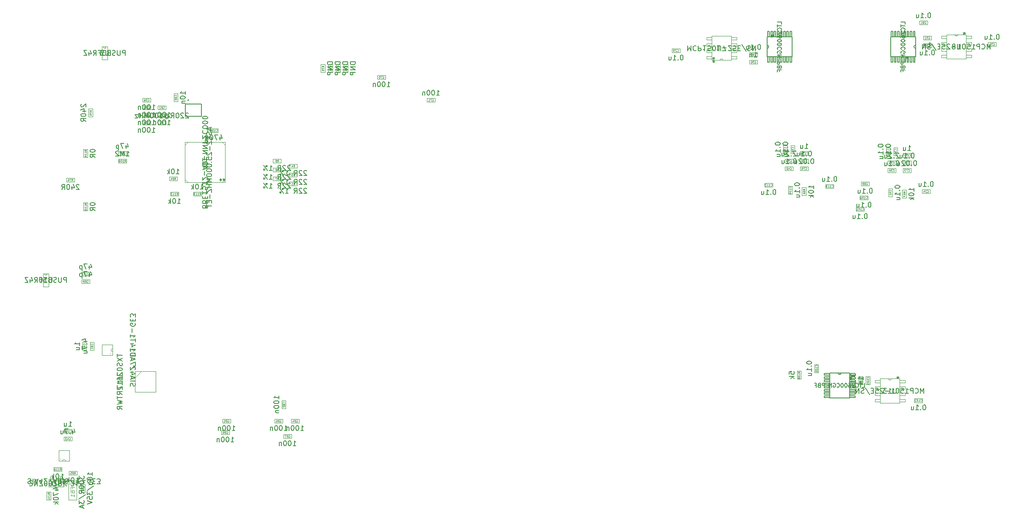
<source format=gbr>
%TF.GenerationSoftware,KiCad,Pcbnew,9.0.2*%
%TF.CreationDate,2025-10-03T13:51:35-05:00*%
%TF.ProjectId,PSEC5_Ctrl_Board,50534543-355f-4437-9472-6c5f426f6172,rev?*%
%TF.SameCoordinates,Original*%
%TF.FileFunction,AssemblyDrawing,Bot*%
%FSLAX46Y46*%
G04 Gerber Fmt 4.6, Leading zero omitted, Abs format (unit mm)*
G04 Created by KiCad (PCBNEW 9.0.2) date 2025-10-03 13:51:35*
%MOMM*%
%LPD*%
G01*
G04 APERTURE LIST*
%ADD10C,0.150000*%
%ADD11C,0.060000*%
%ADD12C,0.120000*%
%ADD13C,0.100000*%
%ADD14C,0.025400*%
%ADD15C,0.152400*%
%ADD16C,0.127000*%
%ADD17C,0.200000*%
G04 APERTURE END LIST*
D10*
X74999569Y-136112130D02*
X74999569Y-135540702D01*
X74999569Y-135826416D02*
X73999569Y-135826416D01*
X73999569Y-135826416D02*
X74142426Y-135731178D01*
X74142426Y-135731178D02*
X74237664Y-135635940D01*
X74237664Y-135635940D02*
X74285283Y-135540702D01*
X73999569Y-136731178D02*
X73999569Y-136826416D01*
X73999569Y-136826416D02*
X74047188Y-136921654D01*
X74047188Y-136921654D02*
X74094807Y-136969273D01*
X74094807Y-136969273D02*
X74190045Y-137016892D01*
X74190045Y-137016892D02*
X74380521Y-137064511D01*
X74380521Y-137064511D02*
X74618616Y-137064511D01*
X74618616Y-137064511D02*
X74809092Y-137016892D01*
X74809092Y-137016892D02*
X74904330Y-136969273D01*
X74904330Y-136969273D02*
X74951950Y-136921654D01*
X74951950Y-136921654D02*
X74999569Y-136826416D01*
X74999569Y-136826416D02*
X74999569Y-136731178D01*
X74999569Y-136731178D02*
X74951950Y-136635940D01*
X74951950Y-136635940D02*
X74904330Y-136588321D01*
X74904330Y-136588321D02*
X74809092Y-136540702D01*
X74809092Y-136540702D02*
X74618616Y-136493083D01*
X74618616Y-136493083D02*
X74380521Y-136493083D01*
X74380521Y-136493083D02*
X74190045Y-136540702D01*
X74190045Y-136540702D02*
X74094807Y-136588321D01*
X74094807Y-136588321D02*
X74047188Y-136635940D01*
X74047188Y-136635940D02*
X73999569Y-136731178D01*
X74332902Y-137921654D02*
X74999569Y-137921654D01*
X74332902Y-137493083D02*
X74856711Y-137493083D01*
X74856711Y-137493083D02*
X74951950Y-137540702D01*
X74951950Y-137540702D02*
X74999569Y-137635940D01*
X74999569Y-137635940D02*
X74999569Y-137778797D01*
X74999569Y-137778797D02*
X74951950Y-137874035D01*
X74951950Y-137874035D02*
X74904330Y-137921654D01*
X73951950Y-139112130D02*
X75237664Y-138254988D01*
X73999569Y-139350226D02*
X73999569Y-139969273D01*
X73999569Y-139969273D02*
X74380521Y-139635940D01*
X74380521Y-139635940D02*
X74380521Y-139778797D01*
X74380521Y-139778797D02*
X74428140Y-139874035D01*
X74428140Y-139874035D02*
X74475759Y-139921654D01*
X74475759Y-139921654D02*
X74570997Y-139969273D01*
X74570997Y-139969273D02*
X74809092Y-139969273D01*
X74809092Y-139969273D02*
X74904330Y-139921654D01*
X74904330Y-139921654D02*
X74951950Y-139874035D01*
X74951950Y-139874035D02*
X74999569Y-139778797D01*
X74999569Y-139778797D02*
X74999569Y-139493083D01*
X74999569Y-139493083D02*
X74951950Y-139397845D01*
X74951950Y-139397845D02*
X74904330Y-139350226D01*
X73999569Y-140874035D02*
X73999569Y-140397845D01*
X73999569Y-140397845D02*
X74475759Y-140350226D01*
X74475759Y-140350226D02*
X74428140Y-140397845D01*
X74428140Y-140397845D02*
X74380521Y-140493083D01*
X74380521Y-140493083D02*
X74380521Y-140731178D01*
X74380521Y-140731178D02*
X74428140Y-140826416D01*
X74428140Y-140826416D02*
X74475759Y-140874035D01*
X74475759Y-140874035D02*
X74570997Y-140921654D01*
X74570997Y-140921654D02*
X74809092Y-140921654D01*
X74809092Y-140921654D02*
X74904330Y-140874035D01*
X74904330Y-140874035D02*
X74951950Y-140826416D01*
X74951950Y-140826416D02*
X74999569Y-140731178D01*
X74999569Y-140731178D02*
X74999569Y-140493083D01*
X74999569Y-140493083D02*
X74951950Y-140397845D01*
X74951950Y-140397845D02*
X74904330Y-140350226D01*
X73999569Y-141207369D02*
X74999569Y-141540702D01*
X74999569Y-141540702D02*
X73999569Y-141874035D01*
D11*
X73258582Y-138593083D02*
X73277630Y-138574035D01*
X73277630Y-138574035D02*
X73296677Y-138516893D01*
X73296677Y-138516893D02*
X73296677Y-138478797D01*
X73296677Y-138478797D02*
X73277630Y-138421654D01*
X73277630Y-138421654D02*
X73239534Y-138383559D01*
X73239534Y-138383559D02*
X73201439Y-138364512D01*
X73201439Y-138364512D02*
X73125249Y-138345464D01*
X73125249Y-138345464D02*
X73068106Y-138345464D01*
X73068106Y-138345464D02*
X72991915Y-138364512D01*
X72991915Y-138364512D02*
X72953820Y-138383559D01*
X72953820Y-138383559D02*
X72915725Y-138421654D01*
X72915725Y-138421654D02*
X72896677Y-138478797D01*
X72896677Y-138478797D02*
X72896677Y-138516893D01*
X72896677Y-138516893D02*
X72915725Y-138574035D01*
X72915725Y-138574035D02*
X72934772Y-138593083D01*
X72896677Y-138954988D02*
X72896677Y-138764512D01*
X72896677Y-138764512D02*
X73087153Y-138745464D01*
X73087153Y-138745464D02*
X73068106Y-138764512D01*
X73068106Y-138764512D02*
X73049058Y-138802607D01*
X73049058Y-138802607D02*
X73049058Y-138897845D01*
X73049058Y-138897845D02*
X73068106Y-138935940D01*
X73068106Y-138935940D02*
X73087153Y-138954988D01*
X73087153Y-138954988D02*
X73125249Y-138974035D01*
X73125249Y-138974035D02*
X73220487Y-138974035D01*
X73220487Y-138974035D02*
X73258582Y-138954988D01*
X73258582Y-138954988D02*
X73277630Y-138935940D01*
X73277630Y-138935940D02*
X73296677Y-138897845D01*
X73296677Y-138897845D02*
X73296677Y-138802607D01*
X73296677Y-138802607D02*
X73277630Y-138764512D01*
X73277630Y-138764512D02*
X73258582Y-138745464D01*
D10*
X114641475Y-74132057D02*
X114593856Y-74084438D01*
X114593856Y-74084438D02*
X114498618Y-74036819D01*
X114498618Y-74036819D02*
X114260523Y-74036819D01*
X114260523Y-74036819D02*
X114165285Y-74084438D01*
X114165285Y-74084438D02*
X114117666Y-74132057D01*
X114117666Y-74132057D02*
X114070047Y-74227295D01*
X114070047Y-74227295D02*
X114070047Y-74322533D01*
X114070047Y-74322533D02*
X114117666Y-74465390D01*
X114117666Y-74465390D02*
X114689094Y-75036819D01*
X114689094Y-75036819D02*
X114070047Y-75036819D01*
X113689094Y-74132057D02*
X113641475Y-74084438D01*
X113641475Y-74084438D02*
X113546237Y-74036819D01*
X113546237Y-74036819D02*
X113308142Y-74036819D01*
X113308142Y-74036819D02*
X113212904Y-74084438D01*
X113212904Y-74084438D02*
X113165285Y-74132057D01*
X113165285Y-74132057D02*
X113117666Y-74227295D01*
X113117666Y-74227295D02*
X113117666Y-74322533D01*
X113117666Y-74322533D02*
X113165285Y-74465390D01*
X113165285Y-74465390D02*
X113736713Y-75036819D01*
X113736713Y-75036819D02*
X113117666Y-75036819D01*
X112117666Y-75036819D02*
X112450999Y-74560628D01*
X112689094Y-75036819D02*
X112689094Y-74036819D01*
X112689094Y-74036819D02*
X112308142Y-74036819D01*
X112308142Y-74036819D02*
X112212904Y-74084438D01*
X112212904Y-74084438D02*
X112165285Y-74132057D01*
X112165285Y-74132057D02*
X112117666Y-74227295D01*
X112117666Y-74227295D02*
X112117666Y-74370152D01*
X112117666Y-74370152D02*
X112165285Y-74465390D01*
X112165285Y-74465390D02*
X112212904Y-74513009D01*
X112212904Y-74513009D02*
X112308142Y-74560628D01*
X112308142Y-74560628D02*
X112689094Y-74560628D01*
X110403380Y-75036819D02*
X110974808Y-75036819D01*
X110689094Y-75036819D02*
X110689094Y-74036819D01*
X110689094Y-74036819D02*
X110784332Y-74179676D01*
X110784332Y-74179676D02*
X110879570Y-74274914D01*
X110879570Y-74274914D02*
X110974808Y-74322533D01*
X110022427Y-75036819D02*
X109260523Y-74036819D01*
X109879570Y-74036819D02*
X109784332Y-74084438D01*
X109784332Y-74084438D02*
X109736713Y-74179676D01*
X109736713Y-74179676D02*
X109784332Y-74274914D01*
X109784332Y-74274914D02*
X109879570Y-74322533D01*
X109879570Y-74322533D02*
X109974808Y-74274914D01*
X109974808Y-74274914D02*
X110022427Y-74179676D01*
X110022427Y-74179676D02*
X109974808Y-74084438D01*
X109974808Y-74084438D02*
X109879570Y-74036819D01*
X109308142Y-74989200D02*
X109260523Y-74893961D01*
X109260523Y-74893961D02*
X109308142Y-74798723D01*
X109308142Y-74798723D02*
X109403380Y-74751104D01*
X109403380Y-74751104D02*
X109498618Y-74798723D01*
X109498618Y-74798723D02*
X109546237Y-74893961D01*
X109546237Y-74893961D02*
X109498618Y-74989200D01*
X109498618Y-74989200D02*
X109403380Y-75036819D01*
X109403380Y-75036819D02*
X109308142Y-74989200D01*
D11*
X112017666Y-73333927D02*
X112150999Y-73143451D01*
X112246237Y-73333927D02*
X112246237Y-72933927D01*
X112246237Y-72933927D02*
X112093856Y-72933927D01*
X112093856Y-72933927D02*
X112055761Y-72952975D01*
X112055761Y-72952975D02*
X112036714Y-72972022D01*
X112036714Y-72972022D02*
X112017666Y-73010118D01*
X112017666Y-73010118D02*
X112017666Y-73067260D01*
X112017666Y-73067260D02*
X112036714Y-73105356D01*
X112036714Y-73105356D02*
X112055761Y-73124403D01*
X112055761Y-73124403D02*
X112093856Y-73143451D01*
X112093856Y-73143451D02*
X112246237Y-73143451D01*
X111655761Y-72933927D02*
X111846237Y-72933927D01*
X111846237Y-72933927D02*
X111865285Y-73124403D01*
X111865285Y-73124403D02*
X111846237Y-73105356D01*
X111846237Y-73105356D02*
X111808142Y-73086308D01*
X111808142Y-73086308D02*
X111712904Y-73086308D01*
X111712904Y-73086308D02*
X111674809Y-73105356D01*
X111674809Y-73105356D02*
X111655761Y-73124403D01*
X111655761Y-73124403D02*
X111636714Y-73162499D01*
X111636714Y-73162499D02*
X111636714Y-73257737D01*
X111636714Y-73257737D02*
X111655761Y-73295832D01*
X111655761Y-73295832D02*
X111674809Y-73314880D01*
X111674809Y-73314880D02*
X111712904Y-73333927D01*
X111712904Y-73333927D02*
X111808142Y-73333927D01*
X111808142Y-73333927D02*
X111846237Y-73314880D01*
X111846237Y-73314880D02*
X111865285Y-73295832D01*
D10*
X117880475Y-78704057D02*
X117832856Y-78656438D01*
X117832856Y-78656438D02*
X117737618Y-78608819D01*
X117737618Y-78608819D02*
X117499523Y-78608819D01*
X117499523Y-78608819D02*
X117404285Y-78656438D01*
X117404285Y-78656438D02*
X117356666Y-78704057D01*
X117356666Y-78704057D02*
X117309047Y-78799295D01*
X117309047Y-78799295D02*
X117309047Y-78894533D01*
X117309047Y-78894533D02*
X117356666Y-79037390D01*
X117356666Y-79037390D02*
X117928094Y-79608819D01*
X117928094Y-79608819D02*
X117309047Y-79608819D01*
X116928094Y-78704057D02*
X116880475Y-78656438D01*
X116880475Y-78656438D02*
X116785237Y-78608819D01*
X116785237Y-78608819D02*
X116547142Y-78608819D01*
X116547142Y-78608819D02*
X116451904Y-78656438D01*
X116451904Y-78656438D02*
X116404285Y-78704057D01*
X116404285Y-78704057D02*
X116356666Y-78799295D01*
X116356666Y-78799295D02*
X116356666Y-78894533D01*
X116356666Y-78894533D02*
X116404285Y-79037390D01*
X116404285Y-79037390D02*
X116975713Y-79608819D01*
X116975713Y-79608819D02*
X116356666Y-79608819D01*
X115356666Y-79608819D02*
X115689999Y-79132628D01*
X115928094Y-79608819D02*
X115928094Y-78608819D01*
X115928094Y-78608819D02*
X115547142Y-78608819D01*
X115547142Y-78608819D02*
X115451904Y-78656438D01*
X115451904Y-78656438D02*
X115404285Y-78704057D01*
X115404285Y-78704057D02*
X115356666Y-78799295D01*
X115356666Y-78799295D02*
X115356666Y-78942152D01*
X115356666Y-78942152D02*
X115404285Y-79037390D01*
X115404285Y-79037390D02*
X115451904Y-79085009D01*
X115451904Y-79085009D02*
X115547142Y-79132628D01*
X115547142Y-79132628D02*
X115928094Y-79132628D01*
X113642380Y-79608819D02*
X114213808Y-79608819D01*
X113928094Y-79608819D02*
X113928094Y-78608819D01*
X113928094Y-78608819D02*
X114023332Y-78751676D01*
X114023332Y-78751676D02*
X114118570Y-78846914D01*
X114118570Y-78846914D02*
X114213808Y-78894533D01*
X113261427Y-79608819D02*
X112499523Y-78608819D01*
X113118570Y-78608819D02*
X113023332Y-78656438D01*
X113023332Y-78656438D02*
X112975713Y-78751676D01*
X112975713Y-78751676D02*
X113023332Y-78846914D01*
X113023332Y-78846914D02*
X113118570Y-78894533D01*
X113118570Y-78894533D02*
X113213808Y-78846914D01*
X113213808Y-78846914D02*
X113261427Y-78751676D01*
X113261427Y-78751676D02*
X113213808Y-78656438D01*
X113213808Y-78656438D02*
X113118570Y-78608819D01*
X112547142Y-79561200D02*
X112499523Y-79465961D01*
X112499523Y-79465961D02*
X112547142Y-79370723D01*
X112547142Y-79370723D02*
X112642380Y-79323104D01*
X112642380Y-79323104D02*
X112737618Y-79370723D01*
X112737618Y-79370723D02*
X112785237Y-79465961D01*
X112785237Y-79465961D02*
X112737618Y-79561200D01*
X112737618Y-79561200D02*
X112642380Y-79608819D01*
X112642380Y-79608819D02*
X112547142Y-79561200D01*
D11*
X115256666Y-77905927D02*
X115389999Y-77715451D01*
X115485237Y-77905927D02*
X115485237Y-77505927D01*
X115485237Y-77505927D02*
X115332856Y-77505927D01*
X115332856Y-77505927D02*
X115294761Y-77524975D01*
X115294761Y-77524975D02*
X115275714Y-77544022D01*
X115275714Y-77544022D02*
X115256666Y-77582118D01*
X115256666Y-77582118D02*
X115256666Y-77639260D01*
X115256666Y-77639260D02*
X115275714Y-77677356D01*
X115275714Y-77677356D02*
X115294761Y-77696403D01*
X115294761Y-77696403D02*
X115332856Y-77715451D01*
X115332856Y-77715451D02*
X115485237Y-77715451D01*
X114875714Y-77905927D02*
X115104285Y-77905927D01*
X114989999Y-77905927D02*
X114989999Y-77505927D01*
X114989999Y-77505927D02*
X115028095Y-77563070D01*
X115028095Y-77563070D02*
X115066190Y-77601165D01*
X115066190Y-77601165D02*
X115104285Y-77620213D01*
D10*
X91781238Y-75732819D02*
X92352666Y-75732819D01*
X92066952Y-75732819D02*
X92066952Y-74732819D01*
X92066952Y-74732819D02*
X92162190Y-74875676D01*
X92162190Y-74875676D02*
X92257428Y-74970914D01*
X92257428Y-74970914D02*
X92352666Y-75018533D01*
X91162190Y-74732819D02*
X91066952Y-74732819D01*
X91066952Y-74732819D02*
X90971714Y-74780438D01*
X90971714Y-74780438D02*
X90924095Y-74828057D01*
X90924095Y-74828057D02*
X90876476Y-74923295D01*
X90876476Y-74923295D02*
X90828857Y-75113771D01*
X90828857Y-75113771D02*
X90828857Y-75351866D01*
X90828857Y-75351866D02*
X90876476Y-75542342D01*
X90876476Y-75542342D02*
X90924095Y-75637580D01*
X90924095Y-75637580D02*
X90971714Y-75685200D01*
X90971714Y-75685200D02*
X91066952Y-75732819D01*
X91066952Y-75732819D02*
X91162190Y-75732819D01*
X91162190Y-75732819D02*
X91257428Y-75685200D01*
X91257428Y-75685200D02*
X91305047Y-75637580D01*
X91305047Y-75637580D02*
X91352666Y-75542342D01*
X91352666Y-75542342D02*
X91400285Y-75351866D01*
X91400285Y-75351866D02*
X91400285Y-75113771D01*
X91400285Y-75113771D02*
X91352666Y-74923295D01*
X91352666Y-74923295D02*
X91305047Y-74828057D01*
X91305047Y-74828057D02*
X91257428Y-74780438D01*
X91257428Y-74780438D02*
X91162190Y-74732819D01*
X90400285Y-75732819D02*
X90400285Y-74732819D01*
X90305047Y-75351866D02*
X90019333Y-75732819D01*
X90019333Y-75066152D02*
X90400285Y-75447104D01*
D11*
X91443142Y-76889927D02*
X91576475Y-76699451D01*
X91671713Y-76889927D02*
X91671713Y-76489927D01*
X91671713Y-76489927D02*
X91519332Y-76489927D01*
X91519332Y-76489927D02*
X91481237Y-76508975D01*
X91481237Y-76508975D02*
X91462190Y-76528022D01*
X91462190Y-76528022D02*
X91443142Y-76566118D01*
X91443142Y-76566118D02*
X91443142Y-76623260D01*
X91443142Y-76623260D02*
X91462190Y-76661356D01*
X91462190Y-76661356D02*
X91481237Y-76680403D01*
X91481237Y-76680403D02*
X91519332Y-76699451D01*
X91519332Y-76699451D02*
X91671713Y-76699451D01*
X91214571Y-76661356D02*
X91252666Y-76642308D01*
X91252666Y-76642308D02*
X91271713Y-76623260D01*
X91271713Y-76623260D02*
X91290761Y-76585165D01*
X91290761Y-76585165D02*
X91290761Y-76566118D01*
X91290761Y-76566118D02*
X91271713Y-76528022D01*
X91271713Y-76528022D02*
X91252666Y-76508975D01*
X91252666Y-76508975D02*
X91214571Y-76489927D01*
X91214571Y-76489927D02*
X91138380Y-76489927D01*
X91138380Y-76489927D02*
X91100285Y-76508975D01*
X91100285Y-76508975D02*
X91081237Y-76528022D01*
X91081237Y-76528022D02*
X91062190Y-76566118D01*
X91062190Y-76566118D02*
X91062190Y-76585165D01*
X91062190Y-76585165D02*
X91081237Y-76623260D01*
X91081237Y-76623260D02*
X91100285Y-76642308D01*
X91100285Y-76642308D02*
X91138380Y-76661356D01*
X91138380Y-76661356D02*
X91214571Y-76661356D01*
X91214571Y-76661356D02*
X91252666Y-76680403D01*
X91252666Y-76680403D02*
X91271713Y-76699451D01*
X91271713Y-76699451D02*
X91290761Y-76737546D01*
X91290761Y-76737546D02*
X91290761Y-76813737D01*
X91290761Y-76813737D02*
X91271713Y-76851832D01*
X91271713Y-76851832D02*
X91252666Y-76870880D01*
X91252666Y-76870880D02*
X91214571Y-76889927D01*
X91214571Y-76889927D02*
X91138380Y-76889927D01*
X91138380Y-76889927D02*
X91100285Y-76870880D01*
X91100285Y-76870880D02*
X91081237Y-76851832D01*
X91081237Y-76851832D02*
X91062190Y-76813737D01*
X91062190Y-76813737D02*
X91062190Y-76737546D01*
X91062190Y-76737546D02*
X91081237Y-76699451D01*
X91081237Y-76699451D02*
X91100285Y-76680403D01*
X91100285Y-76680403D02*
X91138380Y-76661356D01*
X90719333Y-76623260D02*
X90719333Y-76889927D01*
X90814571Y-76470880D02*
X90909809Y-76756594D01*
X90909809Y-76756594D02*
X90662190Y-76756594D01*
D10*
X143867047Y-59984819D02*
X144438475Y-59984819D01*
X144152761Y-59984819D02*
X144152761Y-58984819D01*
X144152761Y-58984819D02*
X144247999Y-59127676D01*
X144247999Y-59127676D02*
X144343237Y-59222914D01*
X144343237Y-59222914D02*
X144438475Y-59270533D01*
X143247999Y-58984819D02*
X143152761Y-58984819D01*
X143152761Y-58984819D02*
X143057523Y-59032438D01*
X143057523Y-59032438D02*
X143009904Y-59080057D01*
X143009904Y-59080057D02*
X142962285Y-59175295D01*
X142962285Y-59175295D02*
X142914666Y-59365771D01*
X142914666Y-59365771D02*
X142914666Y-59603866D01*
X142914666Y-59603866D02*
X142962285Y-59794342D01*
X142962285Y-59794342D02*
X143009904Y-59889580D01*
X143009904Y-59889580D02*
X143057523Y-59937200D01*
X143057523Y-59937200D02*
X143152761Y-59984819D01*
X143152761Y-59984819D02*
X143247999Y-59984819D01*
X143247999Y-59984819D02*
X143343237Y-59937200D01*
X143343237Y-59937200D02*
X143390856Y-59889580D01*
X143390856Y-59889580D02*
X143438475Y-59794342D01*
X143438475Y-59794342D02*
X143486094Y-59603866D01*
X143486094Y-59603866D02*
X143486094Y-59365771D01*
X143486094Y-59365771D02*
X143438475Y-59175295D01*
X143438475Y-59175295D02*
X143390856Y-59080057D01*
X143390856Y-59080057D02*
X143343237Y-59032438D01*
X143343237Y-59032438D02*
X143247999Y-58984819D01*
X142295618Y-58984819D02*
X142200380Y-58984819D01*
X142200380Y-58984819D02*
X142105142Y-59032438D01*
X142105142Y-59032438D02*
X142057523Y-59080057D01*
X142057523Y-59080057D02*
X142009904Y-59175295D01*
X142009904Y-59175295D02*
X141962285Y-59365771D01*
X141962285Y-59365771D02*
X141962285Y-59603866D01*
X141962285Y-59603866D02*
X142009904Y-59794342D01*
X142009904Y-59794342D02*
X142057523Y-59889580D01*
X142057523Y-59889580D02*
X142105142Y-59937200D01*
X142105142Y-59937200D02*
X142200380Y-59984819D01*
X142200380Y-59984819D02*
X142295618Y-59984819D01*
X142295618Y-59984819D02*
X142390856Y-59937200D01*
X142390856Y-59937200D02*
X142438475Y-59889580D01*
X142438475Y-59889580D02*
X142486094Y-59794342D01*
X142486094Y-59794342D02*
X142533713Y-59603866D01*
X142533713Y-59603866D02*
X142533713Y-59365771D01*
X142533713Y-59365771D02*
X142486094Y-59175295D01*
X142486094Y-59175295D02*
X142438475Y-59080057D01*
X142438475Y-59080057D02*
X142390856Y-59032438D01*
X142390856Y-59032438D02*
X142295618Y-58984819D01*
X141533713Y-59318152D02*
X141533713Y-59984819D01*
X141533713Y-59413390D02*
X141486094Y-59365771D01*
X141486094Y-59365771D02*
X141390856Y-59318152D01*
X141390856Y-59318152D02*
X141247999Y-59318152D01*
X141247999Y-59318152D02*
X141152761Y-59365771D01*
X141152761Y-59365771D02*
X141105142Y-59461009D01*
X141105142Y-59461009D02*
X141105142Y-59984819D01*
D11*
X143005142Y-61103832D02*
X143024190Y-61122880D01*
X143024190Y-61122880D02*
X143081332Y-61141927D01*
X143081332Y-61141927D02*
X143119428Y-61141927D01*
X143119428Y-61141927D02*
X143176571Y-61122880D01*
X143176571Y-61122880D02*
X143214666Y-61084784D01*
X143214666Y-61084784D02*
X143233713Y-61046689D01*
X143233713Y-61046689D02*
X143252761Y-60970499D01*
X143252761Y-60970499D02*
X143252761Y-60913356D01*
X143252761Y-60913356D02*
X143233713Y-60837165D01*
X143233713Y-60837165D02*
X143214666Y-60799070D01*
X143214666Y-60799070D02*
X143176571Y-60760975D01*
X143176571Y-60760975D02*
X143119428Y-60741927D01*
X143119428Y-60741927D02*
X143081332Y-60741927D01*
X143081332Y-60741927D02*
X143024190Y-60760975D01*
X143024190Y-60760975D02*
X143005142Y-60780022D01*
X142871809Y-60741927D02*
X142605142Y-60741927D01*
X142605142Y-60741927D02*
X142776571Y-61141927D01*
X142243238Y-61141927D02*
X142471809Y-61141927D01*
X142357523Y-61141927D02*
X142357523Y-60741927D01*
X142357523Y-60741927D02*
X142395619Y-60799070D01*
X142395619Y-60799070D02*
X142433714Y-60837165D01*
X142433714Y-60837165D02*
X142471809Y-60856213D01*
D10*
X127614819Y-53324286D02*
X126614819Y-53324286D01*
X126614819Y-53324286D02*
X126614819Y-53562381D01*
X126614819Y-53562381D02*
X126662438Y-53705238D01*
X126662438Y-53705238D02*
X126757676Y-53800476D01*
X126757676Y-53800476D02*
X126852914Y-53848095D01*
X126852914Y-53848095D02*
X127043390Y-53895714D01*
X127043390Y-53895714D02*
X127186247Y-53895714D01*
X127186247Y-53895714D02*
X127376723Y-53848095D01*
X127376723Y-53848095D02*
X127471961Y-53800476D01*
X127471961Y-53800476D02*
X127567200Y-53705238D01*
X127567200Y-53705238D02*
X127614819Y-53562381D01*
X127614819Y-53562381D02*
X127614819Y-53324286D01*
X127614819Y-54324286D02*
X126614819Y-54324286D01*
X126614819Y-54324286D02*
X127614819Y-54895714D01*
X127614819Y-54895714D02*
X126614819Y-54895714D01*
X127614819Y-55371905D02*
X126614819Y-55371905D01*
X126614819Y-55371905D02*
X126614819Y-55752857D01*
X126614819Y-55752857D02*
X126662438Y-55848095D01*
X126662438Y-55848095D02*
X126710057Y-55895714D01*
X126710057Y-55895714D02*
X126805295Y-55943333D01*
X126805295Y-55943333D02*
X126948152Y-55943333D01*
X126948152Y-55943333D02*
X127043390Y-55895714D01*
X127043390Y-55895714D02*
X127091009Y-55848095D01*
X127091009Y-55848095D02*
X127138628Y-55752857D01*
X127138628Y-55752857D02*
X127138628Y-55371905D01*
D11*
X125911927Y-54352857D02*
X125721451Y-54219524D01*
X125911927Y-54124286D02*
X125511927Y-54124286D01*
X125511927Y-54124286D02*
X125511927Y-54276667D01*
X125511927Y-54276667D02*
X125530975Y-54314762D01*
X125530975Y-54314762D02*
X125550022Y-54333809D01*
X125550022Y-54333809D02*
X125588118Y-54352857D01*
X125588118Y-54352857D02*
X125645260Y-54352857D01*
X125645260Y-54352857D02*
X125683356Y-54333809D01*
X125683356Y-54333809D02*
X125702403Y-54314762D01*
X125702403Y-54314762D02*
X125721451Y-54276667D01*
X125721451Y-54276667D02*
X125721451Y-54124286D01*
X125511927Y-54486190D02*
X125511927Y-54752857D01*
X125511927Y-54752857D02*
X125911927Y-54581428D01*
X125511927Y-55095714D02*
X125511927Y-54905238D01*
X125511927Y-54905238D02*
X125702403Y-54886190D01*
X125702403Y-54886190D02*
X125683356Y-54905238D01*
X125683356Y-54905238D02*
X125664308Y-54943333D01*
X125664308Y-54943333D02*
X125664308Y-55038571D01*
X125664308Y-55038571D02*
X125683356Y-55076666D01*
X125683356Y-55076666D02*
X125702403Y-55095714D01*
X125702403Y-55095714D02*
X125740499Y-55114761D01*
X125740499Y-55114761D02*
X125835737Y-55114761D01*
X125835737Y-55114761D02*
X125873832Y-55095714D01*
X125873832Y-55095714D02*
X125892880Y-55076666D01*
X125892880Y-55076666D02*
X125911927Y-55038571D01*
X125911927Y-55038571D02*
X125911927Y-54943333D01*
X125911927Y-54943333D02*
X125892880Y-54905238D01*
X125892880Y-54905238D02*
X125873832Y-54886190D01*
D10*
X230830285Y-78608819D02*
X230735047Y-78608819D01*
X230735047Y-78608819D02*
X230639809Y-78656438D01*
X230639809Y-78656438D02*
X230592190Y-78704057D01*
X230592190Y-78704057D02*
X230544571Y-78799295D01*
X230544571Y-78799295D02*
X230496952Y-78989771D01*
X230496952Y-78989771D02*
X230496952Y-79227866D01*
X230496952Y-79227866D02*
X230544571Y-79418342D01*
X230544571Y-79418342D02*
X230592190Y-79513580D01*
X230592190Y-79513580D02*
X230639809Y-79561200D01*
X230639809Y-79561200D02*
X230735047Y-79608819D01*
X230735047Y-79608819D02*
X230830285Y-79608819D01*
X230830285Y-79608819D02*
X230925523Y-79561200D01*
X230925523Y-79561200D02*
X230973142Y-79513580D01*
X230973142Y-79513580D02*
X231020761Y-79418342D01*
X231020761Y-79418342D02*
X231068380Y-79227866D01*
X231068380Y-79227866D02*
X231068380Y-78989771D01*
X231068380Y-78989771D02*
X231020761Y-78799295D01*
X231020761Y-78799295D02*
X230973142Y-78704057D01*
X230973142Y-78704057D02*
X230925523Y-78656438D01*
X230925523Y-78656438D02*
X230830285Y-78608819D01*
X230068380Y-79513580D02*
X230020761Y-79561200D01*
X230020761Y-79561200D02*
X230068380Y-79608819D01*
X230068380Y-79608819D02*
X230115999Y-79561200D01*
X230115999Y-79561200D02*
X230068380Y-79513580D01*
X230068380Y-79513580D02*
X230068380Y-79608819D01*
X229068381Y-79608819D02*
X229639809Y-79608819D01*
X229354095Y-79608819D02*
X229354095Y-78608819D01*
X229354095Y-78608819D02*
X229449333Y-78751676D01*
X229449333Y-78751676D02*
X229544571Y-78846914D01*
X229544571Y-78846914D02*
X229639809Y-78894533D01*
X228211238Y-78942152D02*
X228211238Y-79608819D01*
X228639809Y-78942152D02*
X228639809Y-79465961D01*
X228639809Y-79465961D02*
X228592190Y-79561200D01*
X228592190Y-79561200D02*
X228496952Y-79608819D01*
X228496952Y-79608819D02*
X228354095Y-79608819D01*
X228354095Y-79608819D02*
X228258857Y-79561200D01*
X228258857Y-79561200D02*
X228211238Y-79513580D01*
D11*
X229873142Y-77867832D02*
X229892190Y-77886880D01*
X229892190Y-77886880D02*
X229949332Y-77905927D01*
X229949332Y-77905927D02*
X229987428Y-77905927D01*
X229987428Y-77905927D02*
X230044571Y-77886880D01*
X230044571Y-77886880D02*
X230082666Y-77848784D01*
X230082666Y-77848784D02*
X230101713Y-77810689D01*
X230101713Y-77810689D02*
X230120761Y-77734499D01*
X230120761Y-77734499D02*
X230120761Y-77677356D01*
X230120761Y-77677356D02*
X230101713Y-77601165D01*
X230101713Y-77601165D02*
X230082666Y-77563070D01*
X230082666Y-77563070D02*
X230044571Y-77524975D01*
X230044571Y-77524975D02*
X229987428Y-77505927D01*
X229987428Y-77505927D02*
X229949332Y-77505927D01*
X229949332Y-77505927D02*
X229892190Y-77524975D01*
X229892190Y-77524975D02*
X229873142Y-77544022D01*
X229682666Y-77905927D02*
X229606475Y-77905927D01*
X229606475Y-77905927D02*
X229568380Y-77886880D01*
X229568380Y-77886880D02*
X229549332Y-77867832D01*
X229549332Y-77867832D02*
X229511237Y-77810689D01*
X229511237Y-77810689D02*
X229492190Y-77734499D01*
X229492190Y-77734499D02*
X229492190Y-77582118D01*
X229492190Y-77582118D02*
X229511237Y-77544022D01*
X229511237Y-77544022D02*
X229530285Y-77524975D01*
X229530285Y-77524975D02*
X229568380Y-77505927D01*
X229568380Y-77505927D02*
X229644571Y-77505927D01*
X229644571Y-77505927D02*
X229682666Y-77524975D01*
X229682666Y-77524975D02*
X229701713Y-77544022D01*
X229701713Y-77544022D02*
X229720761Y-77582118D01*
X229720761Y-77582118D02*
X229720761Y-77677356D01*
X229720761Y-77677356D02*
X229701713Y-77715451D01*
X229701713Y-77715451D02*
X229682666Y-77734499D01*
X229682666Y-77734499D02*
X229644571Y-77753546D01*
X229644571Y-77753546D02*
X229568380Y-77753546D01*
X229568380Y-77753546D02*
X229530285Y-77734499D01*
X229530285Y-77734499D02*
X229511237Y-77715451D01*
X229511237Y-77715451D02*
X229492190Y-77677356D01*
X229301714Y-77905927D02*
X229225523Y-77905927D01*
X229225523Y-77905927D02*
X229187428Y-77886880D01*
X229187428Y-77886880D02*
X229168380Y-77867832D01*
X229168380Y-77867832D02*
X229130285Y-77810689D01*
X229130285Y-77810689D02*
X229111238Y-77734499D01*
X229111238Y-77734499D02*
X229111238Y-77582118D01*
X229111238Y-77582118D02*
X229130285Y-77544022D01*
X229130285Y-77544022D02*
X229149333Y-77524975D01*
X229149333Y-77524975D02*
X229187428Y-77505927D01*
X229187428Y-77505927D02*
X229263619Y-77505927D01*
X229263619Y-77505927D02*
X229301714Y-77524975D01*
X229301714Y-77524975D02*
X229320761Y-77544022D01*
X229320761Y-77544022D02*
X229339809Y-77582118D01*
X229339809Y-77582118D02*
X229339809Y-77677356D01*
X229339809Y-77677356D02*
X229320761Y-77715451D01*
X229320761Y-77715451D02*
X229301714Y-77734499D01*
X229301714Y-77734499D02*
X229263619Y-77753546D01*
X229263619Y-77753546D02*
X229187428Y-77753546D01*
X229187428Y-77753546D02*
X229149333Y-77734499D01*
X229149333Y-77734499D02*
X229130285Y-77715451D01*
X229130285Y-77715451D02*
X229111238Y-77677356D01*
D10*
X238164666Y-71033819D02*
X238736094Y-71033819D01*
X238450380Y-71033819D02*
X238450380Y-70033819D01*
X238450380Y-70033819D02*
X238545618Y-70176676D01*
X238545618Y-70176676D02*
X238640856Y-70271914D01*
X238640856Y-70271914D02*
X238736094Y-70319533D01*
X237307523Y-70367152D02*
X237307523Y-71033819D01*
X237736094Y-70367152D02*
X237736094Y-70890961D01*
X237736094Y-70890961D02*
X237688475Y-70986200D01*
X237688475Y-70986200D02*
X237593237Y-71033819D01*
X237593237Y-71033819D02*
X237450380Y-71033819D01*
X237450380Y-71033819D02*
X237355142Y-70986200D01*
X237355142Y-70986200D02*
X237307523Y-70938580D01*
D11*
X238445618Y-72152832D02*
X238464666Y-72171880D01*
X238464666Y-72171880D02*
X238521808Y-72190927D01*
X238521808Y-72190927D02*
X238559904Y-72190927D01*
X238559904Y-72190927D02*
X238617047Y-72171880D01*
X238617047Y-72171880D02*
X238655142Y-72133784D01*
X238655142Y-72133784D02*
X238674189Y-72095689D01*
X238674189Y-72095689D02*
X238693237Y-72019499D01*
X238693237Y-72019499D02*
X238693237Y-71962356D01*
X238693237Y-71962356D02*
X238674189Y-71886165D01*
X238674189Y-71886165D02*
X238655142Y-71848070D01*
X238655142Y-71848070D02*
X238617047Y-71809975D01*
X238617047Y-71809975D02*
X238559904Y-71790927D01*
X238559904Y-71790927D02*
X238521808Y-71790927D01*
X238521808Y-71790927D02*
X238464666Y-71809975D01*
X238464666Y-71809975D02*
X238445618Y-71829022D01*
X238064666Y-72190927D02*
X238293237Y-72190927D01*
X238178951Y-72190927D02*
X238178951Y-71790927D01*
X238178951Y-71790927D02*
X238217047Y-71848070D01*
X238217047Y-71848070D02*
X238255142Y-71886165D01*
X238255142Y-71886165D02*
X238293237Y-71905213D01*
X237683714Y-72190927D02*
X237912285Y-72190927D01*
X237797999Y-72190927D02*
X237797999Y-71790927D01*
X237797999Y-71790927D02*
X237836095Y-71848070D01*
X237836095Y-71848070D02*
X237874190Y-71886165D01*
X237874190Y-71886165D02*
X237912285Y-71905213D01*
X237550381Y-71790927D02*
X237283714Y-71790927D01*
X237283714Y-71790927D02*
X237455143Y-72190927D01*
D10*
X112324819Y-120780952D02*
X112324819Y-120209524D01*
X112324819Y-120495238D02*
X111324819Y-120495238D01*
X111324819Y-120495238D02*
X111467676Y-120400000D01*
X111467676Y-120400000D02*
X111562914Y-120304762D01*
X111562914Y-120304762D02*
X111610533Y-120209524D01*
X111324819Y-121400000D02*
X111324819Y-121495238D01*
X111324819Y-121495238D02*
X111372438Y-121590476D01*
X111372438Y-121590476D02*
X111420057Y-121638095D01*
X111420057Y-121638095D02*
X111515295Y-121685714D01*
X111515295Y-121685714D02*
X111705771Y-121733333D01*
X111705771Y-121733333D02*
X111943866Y-121733333D01*
X111943866Y-121733333D02*
X112134342Y-121685714D01*
X112134342Y-121685714D02*
X112229580Y-121638095D01*
X112229580Y-121638095D02*
X112277200Y-121590476D01*
X112277200Y-121590476D02*
X112324819Y-121495238D01*
X112324819Y-121495238D02*
X112324819Y-121400000D01*
X112324819Y-121400000D02*
X112277200Y-121304762D01*
X112277200Y-121304762D02*
X112229580Y-121257143D01*
X112229580Y-121257143D02*
X112134342Y-121209524D01*
X112134342Y-121209524D02*
X111943866Y-121161905D01*
X111943866Y-121161905D02*
X111705771Y-121161905D01*
X111705771Y-121161905D02*
X111515295Y-121209524D01*
X111515295Y-121209524D02*
X111420057Y-121257143D01*
X111420057Y-121257143D02*
X111372438Y-121304762D01*
X111372438Y-121304762D02*
X111324819Y-121400000D01*
X111324819Y-122352381D02*
X111324819Y-122447619D01*
X111324819Y-122447619D02*
X111372438Y-122542857D01*
X111372438Y-122542857D02*
X111420057Y-122590476D01*
X111420057Y-122590476D02*
X111515295Y-122638095D01*
X111515295Y-122638095D02*
X111705771Y-122685714D01*
X111705771Y-122685714D02*
X111943866Y-122685714D01*
X111943866Y-122685714D02*
X112134342Y-122638095D01*
X112134342Y-122638095D02*
X112229580Y-122590476D01*
X112229580Y-122590476D02*
X112277200Y-122542857D01*
X112277200Y-122542857D02*
X112324819Y-122447619D01*
X112324819Y-122447619D02*
X112324819Y-122352381D01*
X112324819Y-122352381D02*
X112277200Y-122257143D01*
X112277200Y-122257143D02*
X112229580Y-122209524D01*
X112229580Y-122209524D02*
X112134342Y-122161905D01*
X112134342Y-122161905D02*
X111943866Y-122114286D01*
X111943866Y-122114286D02*
X111705771Y-122114286D01*
X111705771Y-122114286D02*
X111515295Y-122161905D01*
X111515295Y-122161905D02*
X111420057Y-122209524D01*
X111420057Y-122209524D02*
X111372438Y-122257143D01*
X111372438Y-122257143D02*
X111324819Y-122352381D01*
X111658152Y-123114286D02*
X112324819Y-123114286D01*
X111753390Y-123114286D02*
X111705771Y-123161905D01*
X111705771Y-123161905D02*
X111658152Y-123257143D01*
X111658152Y-123257143D02*
X111658152Y-123400000D01*
X111658152Y-123400000D02*
X111705771Y-123495238D01*
X111705771Y-123495238D02*
X111801009Y-123542857D01*
X111801009Y-123542857D02*
X112324819Y-123542857D01*
D11*
X113443832Y-121642857D02*
X113462880Y-121623809D01*
X113462880Y-121623809D02*
X113481927Y-121566667D01*
X113481927Y-121566667D02*
X113481927Y-121528571D01*
X113481927Y-121528571D02*
X113462880Y-121471428D01*
X113462880Y-121471428D02*
X113424784Y-121433333D01*
X113424784Y-121433333D02*
X113386689Y-121414286D01*
X113386689Y-121414286D02*
X113310499Y-121395238D01*
X113310499Y-121395238D02*
X113253356Y-121395238D01*
X113253356Y-121395238D02*
X113177165Y-121414286D01*
X113177165Y-121414286D02*
X113139070Y-121433333D01*
X113139070Y-121433333D02*
X113100975Y-121471428D01*
X113100975Y-121471428D02*
X113081927Y-121528571D01*
X113081927Y-121528571D02*
X113081927Y-121566667D01*
X113081927Y-121566667D02*
X113100975Y-121623809D01*
X113100975Y-121623809D02*
X113120022Y-121642857D01*
X113253356Y-121871428D02*
X113234308Y-121833333D01*
X113234308Y-121833333D02*
X113215260Y-121814286D01*
X113215260Y-121814286D02*
X113177165Y-121795238D01*
X113177165Y-121795238D02*
X113158118Y-121795238D01*
X113158118Y-121795238D02*
X113120022Y-121814286D01*
X113120022Y-121814286D02*
X113100975Y-121833333D01*
X113100975Y-121833333D02*
X113081927Y-121871428D01*
X113081927Y-121871428D02*
X113081927Y-121947619D01*
X113081927Y-121947619D02*
X113100975Y-121985714D01*
X113100975Y-121985714D02*
X113120022Y-122004762D01*
X113120022Y-122004762D02*
X113158118Y-122023809D01*
X113158118Y-122023809D02*
X113177165Y-122023809D01*
X113177165Y-122023809D02*
X113215260Y-122004762D01*
X113215260Y-122004762D02*
X113234308Y-121985714D01*
X113234308Y-121985714D02*
X113253356Y-121947619D01*
X113253356Y-121947619D02*
X113253356Y-121871428D01*
X113253356Y-121871428D02*
X113272403Y-121833333D01*
X113272403Y-121833333D02*
X113291451Y-121814286D01*
X113291451Y-121814286D02*
X113329546Y-121795238D01*
X113329546Y-121795238D02*
X113405737Y-121795238D01*
X113405737Y-121795238D02*
X113443832Y-121814286D01*
X113443832Y-121814286D02*
X113462880Y-121833333D01*
X113462880Y-121833333D02*
X113481927Y-121871428D01*
X113481927Y-121871428D02*
X113481927Y-121947619D01*
X113481927Y-121947619D02*
X113462880Y-121985714D01*
X113462880Y-121985714D02*
X113443832Y-122004762D01*
X113443832Y-122004762D02*
X113405737Y-122023809D01*
X113405737Y-122023809D02*
X113329546Y-122023809D01*
X113329546Y-122023809D02*
X113291451Y-122004762D01*
X113291451Y-122004762D02*
X113272403Y-121985714D01*
X113272403Y-121985714D02*
X113253356Y-121947619D01*
X113081927Y-122157142D02*
X113081927Y-122404761D01*
X113081927Y-122404761D02*
X113234308Y-122271428D01*
X113234308Y-122271428D02*
X113234308Y-122328571D01*
X113234308Y-122328571D02*
X113253356Y-122366666D01*
X113253356Y-122366666D02*
X113272403Y-122385714D01*
X113272403Y-122385714D02*
X113310499Y-122404761D01*
X113310499Y-122404761D02*
X113405737Y-122404761D01*
X113405737Y-122404761D02*
X113443832Y-122385714D01*
X113443832Y-122385714D02*
X113462880Y-122366666D01*
X113462880Y-122366666D02*
X113481927Y-122328571D01*
X113481927Y-122328571D02*
X113481927Y-122214285D01*
X113481927Y-122214285D02*
X113462880Y-122176190D01*
X113462880Y-122176190D02*
X113443832Y-122157142D01*
D10*
X254689713Y-50746819D02*
X254689713Y-49746819D01*
X254689713Y-49746819D02*
X254356380Y-50461104D01*
X254356380Y-50461104D02*
X254023047Y-49746819D01*
X254023047Y-49746819D02*
X254023047Y-50746819D01*
X252975428Y-50651580D02*
X253023047Y-50699200D01*
X253023047Y-50699200D02*
X253165904Y-50746819D01*
X253165904Y-50746819D02*
X253261142Y-50746819D01*
X253261142Y-50746819D02*
X253403999Y-50699200D01*
X253403999Y-50699200D02*
X253499237Y-50603961D01*
X253499237Y-50603961D02*
X253546856Y-50508723D01*
X253546856Y-50508723D02*
X253594475Y-50318247D01*
X253594475Y-50318247D02*
X253594475Y-50175390D01*
X253594475Y-50175390D02*
X253546856Y-49984914D01*
X253546856Y-49984914D02*
X253499237Y-49889676D01*
X253499237Y-49889676D02*
X253403999Y-49794438D01*
X253403999Y-49794438D02*
X253261142Y-49746819D01*
X253261142Y-49746819D02*
X253165904Y-49746819D01*
X253165904Y-49746819D02*
X253023047Y-49794438D01*
X253023047Y-49794438D02*
X252975428Y-49842057D01*
X252546856Y-50746819D02*
X252546856Y-49746819D01*
X252546856Y-49746819D02*
X252165904Y-49746819D01*
X252165904Y-49746819D02*
X252070666Y-49794438D01*
X252070666Y-49794438D02*
X252023047Y-49842057D01*
X252023047Y-49842057D02*
X251975428Y-49937295D01*
X251975428Y-49937295D02*
X251975428Y-50080152D01*
X251975428Y-50080152D02*
X252023047Y-50175390D01*
X252023047Y-50175390D02*
X252070666Y-50223009D01*
X252070666Y-50223009D02*
X252165904Y-50270628D01*
X252165904Y-50270628D02*
X252546856Y-50270628D01*
X251023047Y-50746819D02*
X251594475Y-50746819D01*
X251308761Y-50746819D02*
X251308761Y-49746819D01*
X251308761Y-49746819D02*
X251403999Y-49889676D01*
X251403999Y-49889676D02*
X251499237Y-49984914D01*
X251499237Y-49984914D02*
X251594475Y-50032533D01*
X250118285Y-49746819D02*
X250594475Y-49746819D01*
X250594475Y-49746819D02*
X250642094Y-50223009D01*
X250642094Y-50223009D02*
X250594475Y-50175390D01*
X250594475Y-50175390D02*
X250499237Y-50127771D01*
X250499237Y-50127771D02*
X250261142Y-50127771D01*
X250261142Y-50127771D02*
X250165904Y-50175390D01*
X250165904Y-50175390D02*
X250118285Y-50223009D01*
X250118285Y-50223009D02*
X250070666Y-50318247D01*
X250070666Y-50318247D02*
X250070666Y-50556342D01*
X250070666Y-50556342D02*
X250118285Y-50651580D01*
X250118285Y-50651580D02*
X250165904Y-50699200D01*
X250165904Y-50699200D02*
X250261142Y-50746819D01*
X250261142Y-50746819D02*
X250499237Y-50746819D01*
X250499237Y-50746819D02*
X250594475Y-50699200D01*
X250594475Y-50699200D02*
X250642094Y-50651580D01*
X249451618Y-49746819D02*
X249356380Y-49746819D01*
X249356380Y-49746819D02*
X249261142Y-49794438D01*
X249261142Y-49794438D02*
X249213523Y-49842057D01*
X249213523Y-49842057D02*
X249165904Y-49937295D01*
X249165904Y-49937295D02*
X249118285Y-50127771D01*
X249118285Y-50127771D02*
X249118285Y-50365866D01*
X249118285Y-50365866D02*
X249165904Y-50556342D01*
X249165904Y-50556342D02*
X249213523Y-50651580D01*
X249213523Y-50651580D02*
X249261142Y-50699200D01*
X249261142Y-50699200D02*
X249356380Y-50746819D01*
X249356380Y-50746819D02*
X249451618Y-50746819D01*
X249451618Y-50746819D02*
X249546856Y-50699200D01*
X249546856Y-50699200D02*
X249594475Y-50651580D01*
X249594475Y-50651580D02*
X249642094Y-50556342D01*
X249642094Y-50556342D02*
X249689713Y-50365866D01*
X249689713Y-50365866D02*
X249689713Y-50127771D01*
X249689713Y-50127771D02*
X249642094Y-49937295D01*
X249642094Y-49937295D02*
X249594475Y-49842057D01*
X249594475Y-49842057D02*
X249546856Y-49794438D01*
X249546856Y-49794438D02*
X249451618Y-49746819D01*
X248165904Y-50746819D02*
X248737332Y-50746819D01*
X248451618Y-50746819D02*
X248451618Y-49746819D01*
X248451618Y-49746819D02*
X248546856Y-49889676D01*
X248546856Y-49889676D02*
X248642094Y-49984914D01*
X248642094Y-49984914D02*
X248737332Y-50032533D01*
X247737332Y-50365866D02*
X246975428Y-50365866D01*
X246546856Y-49842057D02*
X246499237Y-49794438D01*
X246499237Y-49794438D02*
X246403999Y-49746819D01*
X246403999Y-49746819D02*
X246165904Y-49746819D01*
X246165904Y-49746819D02*
X246070666Y-49794438D01*
X246070666Y-49794438D02*
X246023047Y-49842057D01*
X246023047Y-49842057D02*
X245975428Y-49937295D01*
X245975428Y-49937295D02*
X245975428Y-50032533D01*
X245975428Y-50032533D02*
X246023047Y-50175390D01*
X246023047Y-50175390D02*
X246594475Y-50746819D01*
X246594475Y-50746819D02*
X245975428Y-50746819D01*
X245070666Y-49746819D02*
X245546856Y-49746819D01*
X245546856Y-49746819D02*
X245594475Y-50223009D01*
X245594475Y-50223009D02*
X245546856Y-50175390D01*
X245546856Y-50175390D02*
X245451618Y-50127771D01*
X245451618Y-50127771D02*
X245213523Y-50127771D01*
X245213523Y-50127771D02*
X245118285Y-50175390D01*
X245118285Y-50175390D02*
X245070666Y-50223009D01*
X245070666Y-50223009D02*
X245023047Y-50318247D01*
X245023047Y-50318247D02*
X245023047Y-50556342D01*
X245023047Y-50556342D02*
X245070666Y-50651580D01*
X245070666Y-50651580D02*
X245118285Y-50699200D01*
X245118285Y-50699200D02*
X245213523Y-50746819D01*
X245213523Y-50746819D02*
X245451618Y-50746819D01*
X245451618Y-50746819D02*
X245546856Y-50699200D01*
X245546856Y-50699200D02*
X245594475Y-50651580D01*
X244594475Y-50223009D02*
X244261142Y-50223009D01*
X244118285Y-50746819D02*
X244594475Y-50746819D01*
X244594475Y-50746819D02*
X244594475Y-49746819D01*
X244594475Y-49746819D02*
X244118285Y-49746819D01*
X242975428Y-49699200D02*
X243832570Y-50984914D01*
X242689713Y-50699200D02*
X242546856Y-50746819D01*
X242546856Y-50746819D02*
X242308761Y-50746819D01*
X242308761Y-50746819D02*
X242213523Y-50699200D01*
X242213523Y-50699200D02*
X242165904Y-50651580D01*
X242165904Y-50651580D02*
X242118285Y-50556342D01*
X242118285Y-50556342D02*
X242118285Y-50461104D01*
X242118285Y-50461104D02*
X242165904Y-50365866D01*
X242165904Y-50365866D02*
X242213523Y-50318247D01*
X242213523Y-50318247D02*
X242308761Y-50270628D01*
X242308761Y-50270628D02*
X242499237Y-50223009D01*
X242499237Y-50223009D02*
X242594475Y-50175390D01*
X242594475Y-50175390D02*
X242642094Y-50127771D01*
X242642094Y-50127771D02*
X242689713Y-50032533D01*
X242689713Y-50032533D02*
X242689713Y-49937295D01*
X242689713Y-49937295D02*
X242642094Y-49842057D01*
X242642094Y-49842057D02*
X242594475Y-49794438D01*
X242594475Y-49794438D02*
X242499237Y-49746819D01*
X242499237Y-49746819D02*
X242261142Y-49746819D01*
X242261142Y-49746819D02*
X242118285Y-49794438D01*
X241689713Y-50746819D02*
X241689713Y-49746819D01*
X241689713Y-49746819D02*
X241118285Y-50746819D01*
X241118285Y-50746819D02*
X241118285Y-49746819D01*
X249478799Y-47371919D02*
X249478799Y-47610014D01*
X249716894Y-47514776D02*
X249478799Y-47610014D01*
X249478799Y-47610014D02*
X249240704Y-47514776D01*
X249621656Y-47800490D02*
X249478799Y-47610014D01*
X249478799Y-47610014D02*
X249335942Y-47800490D01*
X248665904Y-49746819D02*
X248665904Y-50556342D01*
X248665904Y-50556342D02*
X248618285Y-50651580D01*
X248618285Y-50651580D02*
X248570666Y-50699200D01*
X248570666Y-50699200D02*
X248475428Y-50746819D01*
X248475428Y-50746819D02*
X248284952Y-50746819D01*
X248284952Y-50746819D02*
X248189714Y-50699200D01*
X248189714Y-50699200D02*
X248142095Y-50651580D01*
X248142095Y-50651580D02*
X248094476Y-50556342D01*
X248094476Y-50556342D02*
X248094476Y-49746819D01*
X247475428Y-50175390D02*
X247570666Y-50127771D01*
X247570666Y-50127771D02*
X247618285Y-50080152D01*
X247618285Y-50080152D02*
X247665904Y-49984914D01*
X247665904Y-49984914D02*
X247665904Y-49937295D01*
X247665904Y-49937295D02*
X247618285Y-49842057D01*
X247618285Y-49842057D02*
X247570666Y-49794438D01*
X247570666Y-49794438D02*
X247475428Y-49746819D01*
X247475428Y-49746819D02*
X247284952Y-49746819D01*
X247284952Y-49746819D02*
X247189714Y-49794438D01*
X247189714Y-49794438D02*
X247142095Y-49842057D01*
X247142095Y-49842057D02*
X247094476Y-49937295D01*
X247094476Y-49937295D02*
X247094476Y-49984914D01*
X247094476Y-49984914D02*
X247142095Y-50080152D01*
X247142095Y-50080152D02*
X247189714Y-50127771D01*
X247189714Y-50127771D02*
X247284952Y-50175390D01*
X247284952Y-50175390D02*
X247475428Y-50175390D01*
X247475428Y-50175390D02*
X247570666Y-50223009D01*
X247570666Y-50223009D02*
X247618285Y-50270628D01*
X247618285Y-50270628D02*
X247665904Y-50365866D01*
X247665904Y-50365866D02*
X247665904Y-50556342D01*
X247665904Y-50556342D02*
X247618285Y-50651580D01*
X247618285Y-50651580D02*
X247570666Y-50699200D01*
X247570666Y-50699200D02*
X247475428Y-50746819D01*
X247475428Y-50746819D02*
X247284952Y-50746819D01*
X247284952Y-50746819D02*
X247189714Y-50699200D01*
X247189714Y-50699200D02*
X247142095Y-50651580D01*
X247142095Y-50651580D02*
X247094476Y-50556342D01*
X247094476Y-50556342D02*
X247094476Y-50365866D01*
X247094476Y-50365866D02*
X247142095Y-50270628D01*
X247142095Y-50270628D02*
X247189714Y-50223009D01*
X247189714Y-50223009D02*
X247284952Y-50175390D01*
X249478799Y-47371919D02*
X249478799Y-47610014D01*
X249716894Y-47514776D02*
X249478799Y-47610014D01*
X249478799Y-47610014D02*
X249240704Y-47514776D01*
X249621656Y-47800490D02*
X249478799Y-47610014D01*
X249478799Y-47610014D02*
X249335942Y-47800490D01*
X93578819Y-59809142D02*
X93578819Y-59237714D01*
X93578819Y-59523428D02*
X92578819Y-59523428D01*
X92578819Y-59523428D02*
X92721676Y-59428190D01*
X92721676Y-59428190D02*
X92816914Y-59332952D01*
X92816914Y-59332952D02*
X92864533Y-59237714D01*
X92578819Y-60428190D02*
X92578819Y-60523428D01*
X92578819Y-60523428D02*
X92626438Y-60618666D01*
X92626438Y-60618666D02*
X92674057Y-60666285D01*
X92674057Y-60666285D02*
X92769295Y-60713904D01*
X92769295Y-60713904D02*
X92959771Y-60761523D01*
X92959771Y-60761523D02*
X93197866Y-60761523D01*
X93197866Y-60761523D02*
X93388342Y-60713904D01*
X93388342Y-60713904D02*
X93483580Y-60666285D01*
X93483580Y-60666285D02*
X93531200Y-60618666D01*
X93531200Y-60618666D02*
X93578819Y-60523428D01*
X93578819Y-60523428D02*
X93578819Y-60428190D01*
X93578819Y-60428190D02*
X93531200Y-60332952D01*
X93531200Y-60332952D02*
X93483580Y-60285333D01*
X93483580Y-60285333D02*
X93388342Y-60237714D01*
X93388342Y-60237714D02*
X93197866Y-60190095D01*
X93197866Y-60190095D02*
X92959771Y-60190095D01*
X92959771Y-60190095D02*
X92769295Y-60237714D01*
X92769295Y-60237714D02*
X92674057Y-60285333D01*
X92674057Y-60285333D02*
X92626438Y-60332952D01*
X92626438Y-60332952D02*
X92578819Y-60428190D01*
X92912152Y-61190095D02*
X93578819Y-61190095D01*
X93007390Y-61190095D02*
X92959771Y-61237714D01*
X92959771Y-61237714D02*
X92912152Y-61332952D01*
X92912152Y-61332952D02*
X92912152Y-61475809D01*
X92912152Y-61475809D02*
X92959771Y-61571047D01*
X92959771Y-61571047D02*
X93055009Y-61618666D01*
X93055009Y-61618666D02*
X93578819Y-61618666D01*
D11*
X91837832Y-60194857D02*
X91856880Y-60175809D01*
X91856880Y-60175809D02*
X91875927Y-60118667D01*
X91875927Y-60118667D02*
X91875927Y-60080571D01*
X91875927Y-60080571D02*
X91856880Y-60023428D01*
X91856880Y-60023428D02*
X91818784Y-59985333D01*
X91818784Y-59985333D02*
X91780689Y-59966286D01*
X91780689Y-59966286D02*
X91704499Y-59947238D01*
X91704499Y-59947238D02*
X91647356Y-59947238D01*
X91647356Y-59947238D02*
X91571165Y-59966286D01*
X91571165Y-59966286D02*
X91533070Y-59985333D01*
X91533070Y-59985333D02*
X91494975Y-60023428D01*
X91494975Y-60023428D02*
X91475927Y-60080571D01*
X91475927Y-60080571D02*
X91475927Y-60118667D01*
X91475927Y-60118667D02*
X91494975Y-60175809D01*
X91494975Y-60175809D02*
X91514022Y-60194857D01*
X91475927Y-60537714D02*
X91475927Y-60461524D01*
X91475927Y-60461524D02*
X91494975Y-60423428D01*
X91494975Y-60423428D02*
X91514022Y-60404381D01*
X91514022Y-60404381D02*
X91571165Y-60366286D01*
X91571165Y-60366286D02*
X91647356Y-60347238D01*
X91647356Y-60347238D02*
X91799737Y-60347238D01*
X91799737Y-60347238D02*
X91837832Y-60366286D01*
X91837832Y-60366286D02*
X91856880Y-60385333D01*
X91856880Y-60385333D02*
X91875927Y-60423428D01*
X91875927Y-60423428D02*
X91875927Y-60499619D01*
X91875927Y-60499619D02*
X91856880Y-60537714D01*
X91856880Y-60537714D02*
X91837832Y-60556762D01*
X91837832Y-60556762D02*
X91799737Y-60575809D01*
X91799737Y-60575809D02*
X91704499Y-60575809D01*
X91704499Y-60575809D02*
X91666403Y-60556762D01*
X91666403Y-60556762D02*
X91647356Y-60537714D01*
X91647356Y-60537714D02*
X91628308Y-60499619D01*
X91628308Y-60499619D02*
X91628308Y-60423428D01*
X91628308Y-60423428D02*
X91647356Y-60385333D01*
X91647356Y-60385333D02*
X91666403Y-60366286D01*
X91666403Y-60366286D02*
X91704499Y-60347238D01*
X91475927Y-60823428D02*
X91475927Y-60861523D01*
X91475927Y-60861523D02*
X91494975Y-60899619D01*
X91494975Y-60899619D02*
X91514022Y-60918666D01*
X91514022Y-60918666D02*
X91552118Y-60937714D01*
X91552118Y-60937714D02*
X91628308Y-60956761D01*
X91628308Y-60956761D02*
X91723546Y-60956761D01*
X91723546Y-60956761D02*
X91799737Y-60937714D01*
X91799737Y-60937714D02*
X91837832Y-60918666D01*
X91837832Y-60918666D02*
X91856880Y-60899619D01*
X91856880Y-60899619D02*
X91875927Y-60861523D01*
X91875927Y-60861523D02*
X91875927Y-60823428D01*
X91875927Y-60823428D02*
X91856880Y-60785333D01*
X91856880Y-60785333D02*
X91837832Y-60766285D01*
X91837832Y-60766285D02*
X91799737Y-60747238D01*
X91799737Y-60747238D02*
X91723546Y-60728190D01*
X91723546Y-60728190D02*
X91628308Y-60728190D01*
X91628308Y-60728190D02*
X91552118Y-60747238D01*
X91552118Y-60747238D02*
X91514022Y-60766285D01*
X91514022Y-60766285D02*
X91494975Y-60785333D01*
X91494975Y-60785333D02*
X91475927Y-60823428D01*
D10*
X242228666Y-50398819D02*
X242800094Y-50398819D01*
X242514380Y-50398819D02*
X242514380Y-49398819D01*
X242514380Y-49398819D02*
X242609618Y-49541676D01*
X242609618Y-49541676D02*
X242704856Y-49636914D01*
X242704856Y-49636914D02*
X242800094Y-49684533D01*
X241800094Y-49732152D02*
X241800094Y-50398819D01*
X241800094Y-49827390D02*
X241752475Y-49779771D01*
X241752475Y-49779771D02*
X241657237Y-49732152D01*
X241657237Y-49732152D02*
X241514380Y-49732152D01*
X241514380Y-49732152D02*
X241419142Y-49779771D01*
X241419142Y-49779771D02*
X241371523Y-49875009D01*
X241371523Y-49875009D02*
X241371523Y-50398819D01*
D11*
X242319142Y-48657832D02*
X242338190Y-48676880D01*
X242338190Y-48676880D02*
X242395332Y-48695927D01*
X242395332Y-48695927D02*
X242433428Y-48695927D01*
X242433428Y-48695927D02*
X242490571Y-48676880D01*
X242490571Y-48676880D02*
X242528666Y-48638784D01*
X242528666Y-48638784D02*
X242547713Y-48600689D01*
X242547713Y-48600689D02*
X242566761Y-48524499D01*
X242566761Y-48524499D02*
X242566761Y-48467356D01*
X242566761Y-48467356D02*
X242547713Y-48391165D01*
X242547713Y-48391165D02*
X242528666Y-48353070D01*
X242528666Y-48353070D02*
X242490571Y-48314975D01*
X242490571Y-48314975D02*
X242433428Y-48295927D01*
X242433428Y-48295927D02*
X242395332Y-48295927D01*
X242395332Y-48295927D02*
X242338190Y-48314975D01*
X242338190Y-48314975D02*
X242319142Y-48334022D01*
X242185809Y-48295927D02*
X241938190Y-48295927D01*
X241938190Y-48295927D02*
X242071523Y-48448308D01*
X242071523Y-48448308D02*
X242014380Y-48448308D01*
X242014380Y-48448308D02*
X241976285Y-48467356D01*
X241976285Y-48467356D02*
X241957237Y-48486403D01*
X241957237Y-48486403D02*
X241938190Y-48524499D01*
X241938190Y-48524499D02*
X241938190Y-48619737D01*
X241938190Y-48619737D02*
X241957237Y-48657832D01*
X241957237Y-48657832D02*
X241976285Y-48676880D01*
X241976285Y-48676880D02*
X242014380Y-48695927D01*
X242014380Y-48695927D02*
X242128666Y-48695927D01*
X242128666Y-48695927D02*
X242166761Y-48676880D01*
X242166761Y-48676880D02*
X242185809Y-48657832D01*
X241785809Y-48334022D02*
X241766761Y-48314975D01*
X241766761Y-48314975D02*
X241728666Y-48295927D01*
X241728666Y-48295927D02*
X241633428Y-48295927D01*
X241633428Y-48295927D02*
X241595333Y-48314975D01*
X241595333Y-48314975D02*
X241576285Y-48334022D01*
X241576285Y-48334022D02*
X241557238Y-48372118D01*
X241557238Y-48372118D02*
X241557238Y-48410213D01*
X241557238Y-48410213D02*
X241576285Y-48467356D01*
X241576285Y-48467356D02*
X241804857Y-48695927D01*
X241804857Y-48695927D02*
X241557238Y-48695927D01*
D10*
X114641475Y-77688057D02*
X114593856Y-77640438D01*
X114593856Y-77640438D02*
X114498618Y-77592819D01*
X114498618Y-77592819D02*
X114260523Y-77592819D01*
X114260523Y-77592819D02*
X114165285Y-77640438D01*
X114165285Y-77640438D02*
X114117666Y-77688057D01*
X114117666Y-77688057D02*
X114070047Y-77783295D01*
X114070047Y-77783295D02*
X114070047Y-77878533D01*
X114070047Y-77878533D02*
X114117666Y-78021390D01*
X114117666Y-78021390D02*
X114689094Y-78592819D01*
X114689094Y-78592819D02*
X114070047Y-78592819D01*
X113689094Y-77688057D02*
X113641475Y-77640438D01*
X113641475Y-77640438D02*
X113546237Y-77592819D01*
X113546237Y-77592819D02*
X113308142Y-77592819D01*
X113308142Y-77592819D02*
X113212904Y-77640438D01*
X113212904Y-77640438D02*
X113165285Y-77688057D01*
X113165285Y-77688057D02*
X113117666Y-77783295D01*
X113117666Y-77783295D02*
X113117666Y-77878533D01*
X113117666Y-77878533D02*
X113165285Y-78021390D01*
X113165285Y-78021390D02*
X113736713Y-78592819D01*
X113736713Y-78592819D02*
X113117666Y-78592819D01*
X112117666Y-78592819D02*
X112450999Y-78116628D01*
X112689094Y-78592819D02*
X112689094Y-77592819D01*
X112689094Y-77592819D02*
X112308142Y-77592819D01*
X112308142Y-77592819D02*
X112212904Y-77640438D01*
X112212904Y-77640438D02*
X112165285Y-77688057D01*
X112165285Y-77688057D02*
X112117666Y-77783295D01*
X112117666Y-77783295D02*
X112117666Y-77926152D01*
X112117666Y-77926152D02*
X112165285Y-78021390D01*
X112165285Y-78021390D02*
X112212904Y-78069009D01*
X112212904Y-78069009D02*
X112308142Y-78116628D01*
X112308142Y-78116628D02*
X112689094Y-78116628D01*
X110403380Y-78592819D02*
X110974808Y-78592819D01*
X110689094Y-78592819D02*
X110689094Y-77592819D01*
X110689094Y-77592819D02*
X110784332Y-77735676D01*
X110784332Y-77735676D02*
X110879570Y-77830914D01*
X110879570Y-77830914D02*
X110974808Y-77878533D01*
X110022427Y-78592819D02*
X109260523Y-77592819D01*
X109879570Y-77592819D02*
X109784332Y-77640438D01*
X109784332Y-77640438D02*
X109736713Y-77735676D01*
X109736713Y-77735676D02*
X109784332Y-77830914D01*
X109784332Y-77830914D02*
X109879570Y-77878533D01*
X109879570Y-77878533D02*
X109974808Y-77830914D01*
X109974808Y-77830914D02*
X110022427Y-77735676D01*
X110022427Y-77735676D02*
X109974808Y-77640438D01*
X109974808Y-77640438D02*
X109879570Y-77592819D01*
X109308142Y-78545200D02*
X109260523Y-78449961D01*
X109260523Y-78449961D02*
X109308142Y-78354723D01*
X109308142Y-78354723D02*
X109403380Y-78307104D01*
X109403380Y-78307104D02*
X109498618Y-78354723D01*
X109498618Y-78354723D02*
X109546237Y-78449961D01*
X109546237Y-78449961D02*
X109498618Y-78545200D01*
X109498618Y-78545200D02*
X109403380Y-78592819D01*
X109403380Y-78592819D02*
X109308142Y-78545200D01*
D11*
X112017666Y-76889927D02*
X112150999Y-76699451D01*
X112246237Y-76889927D02*
X112246237Y-76489927D01*
X112246237Y-76489927D02*
X112093856Y-76489927D01*
X112093856Y-76489927D02*
X112055761Y-76508975D01*
X112055761Y-76508975D02*
X112036714Y-76528022D01*
X112036714Y-76528022D02*
X112017666Y-76566118D01*
X112017666Y-76566118D02*
X112017666Y-76623260D01*
X112017666Y-76623260D02*
X112036714Y-76661356D01*
X112036714Y-76661356D02*
X112055761Y-76680403D01*
X112055761Y-76680403D02*
X112093856Y-76699451D01*
X112093856Y-76699451D02*
X112246237Y-76699451D01*
X111884333Y-76489927D02*
X111617666Y-76489927D01*
X111617666Y-76489927D02*
X111789095Y-76889927D01*
D10*
X229814285Y-83688819D02*
X229719047Y-83688819D01*
X229719047Y-83688819D02*
X229623809Y-83736438D01*
X229623809Y-83736438D02*
X229576190Y-83784057D01*
X229576190Y-83784057D02*
X229528571Y-83879295D01*
X229528571Y-83879295D02*
X229480952Y-84069771D01*
X229480952Y-84069771D02*
X229480952Y-84307866D01*
X229480952Y-84307866D02*
X229528571Y-84498342D01*
X229528571Y-84498342D02*
X229576190Y-84593580D01*
X229576190Y-84593580D02*
X229623809Y-84641200D01*
X229623809Y-84641200D02*
X229719047Y-84688819D01*
X229719047Y-84688819D02*
X229814285Y-84688819D01*
X229814285Y-84688819D02*
X229909523Y-84641200D01*
X229909523Y-84641200D02*
X229957142Y-84593580D01*
X229957142Y-84593580D02*
X230004761Y-84498342D01*
X230004761Y-84498342D02*
X230052380Y-84307866D01*
X230052380Y-84307866D02*
X230052380Y-84069771D01*
X230052380Y-84069771D02*
X230004761Y-83879295D01*
X230004761Y-83879295D02*
X229957142Y-83784057D01*
X229957142Y-83784057D02*
X229909523Y-83736438D01*
X229909523Y-83736438D02*
X229814285Y-83688819D01*
X229052380Y-84593580D02*
X229004761Y-84641200D01*
X229004761Y-84641200D02*
X229052380Y-84688819D01*
X229052380Y-84688819D02*
X229099999Y-84641200D01*
X229099999Y-84641200D02*
X229052380Y-84593580D01*
X229052380Y-84593580D02*
X229052380Y-84688819D01*
X228052381Y-84688819D02*
X228623809Y-84688819D01*
X228338095Y-84688819D02*
X228338095Y-83688819D01*
X228338095Y-83688819D02*
X228433333Y-83831676D01*
X228433333Y-83831676D02*
X228528571Y-83926914D01*
X228528571Y-83926914D02*
X228623809Y-83974533D01*
X227195238Y-84022152D02*
X227195238Y-84688819D01*
X227623809Y-84022152D02*
X227623809Y-84545961D01*
X227623809Y-84545961D02*
X227576190Y-84641200D01*
X227576190Y-84641200D02*
X227480952Y-84688819D01*
X227480952Y-84688819D02*
X227338095Y-84688819D01*
X227338095Y-84688819D02*
X227242857Y-84641200D01*
X227242857Y-84641200D02*
X227195238Y-84593580D01*
D11*
X229047618Y-82947832D02*
X229066666Y-82966880D01*
X229066666Y-82966880D02*
X229123808Y-82985927D01*
X229123808Y-82985927D02*
X229161904Y-82985927D01*
X229161904Y-82985927D02*
X229219047Y-82966880D01*
X229219047Y-82966880D02*
X229257142Y-82928784D01*
X229257142Y-82928784D02*
X229276189Y-82890689D01*
X229276189Y-82890689D02*
X229295237Y-82814499D01*
X229295237Y-82814499D02*
X229295237Y-82757356D01*
X229295237Y-82757356D02*
X229276189Y-82681165D01*
X229276189Y-82681165D02*
X229257142Y-82643070D01*
X229257142Y-82643070D02*
X229219047Y-82604975D01*
X229219047Y-82604975D02*
X229161904Y-82585927D01*
X229161904Y-82585927D02*
X229123808Y-82585927D01*
X229123808Y-82585927D02*
X229066666Y-82604975D01*
X229066666Y-82604975D02*
X229047618Y-82624022D01*
X228666666Y-82985927D02*
X228895237Y-82985927D01*
X228780951Y-82985927D02*
X228780951Y-82585927D01*
X228780951Y-82585927D02*
X228819047Y-82643070D01*
X228819047Y-82643070D02*
X228857142Y-82681165D01*
X228857142Y-82681165D02*
X228895237Y-82700213D01*
X228419047Y-82585927D02*
X228380952Y-82585927D01*
X228380952Y-82585927D02*
X228342856Y-82604975D01*
X228342856Y-82604975D02*
X228323809Y-82624022D01*
X228323809Y-82624022D02*
X228304761Y-82662118D01*
X228304761Y-82662118D02*
X228285714Y-82738308D01*
X228285714Y-82738308D02*
X228285714Y-82833546D01*
X228285714Y-82833546D02*
X228304761Y-82909737D01*
X228304761Y-82909737D02*
X228323809Y-82947832D01*
X228323809Y-82947832D02*
X228342856Y-82966880D01*
X228342856Y-82966880D02*
X228380952Y-82985927D01*
X228380952Y-82985927D02*
X228419047Y-82985927D01*
X228419047Y-82985927D02*
X228457142Y-82966880D01*
X228457142Y-82966880D02*
X228476190Y-82947832D01*
X228476190Y-82947832D02*
X228495237Y-82909737D01*
X228495237Y-82909737D02*
X228514285Y-82833546D01*
X228514285Y-82833546D02*
X228514285Y-82738308D01*
X228514285Y-82738308D02*
X228495237Y-82662118D01*
X228495237Y-82662118D02*
X228476190Y-82624022D01*
X228476190Y-82624022D02*
X228457142Y-82604975D01*
X228457142Y-82604975D02*
X228419047Y-82585927D01*
X227904762Y-82985927D02*
X228133333Y-82985927D01*
X228019047Y-82985927D02*
X228019047Y-82585927D01*
X228019047Y-82585927D02*
X228057143Y-82643070D01*
X228057143Y-82643070D02*
X228095238Y-82681165D01*
X228095238Y-82681165D02*
X228133333Y-82700213D01*
D10*
X237592467Y-45717569D02*
X237592467Y-45342615D01*
X237592467Y-45342615D02*
X236805065Y-45342615D01*
X236805065Y-45867550D02*
X236805065Y-46317494D01*
X237592467Y-46092522D02*
X236805065Y-46092522D01*
X237517476Y-47029905D02*
X237554972Y-46992410D01*
X237554972Y-46992410D02*
X237592467Y-46879924D01*
X237592467Y-46879924D02*
X237592467Y-46804933D01*
X237592467Y-46804933D02*
X237554972Y-46692447D01*
X237554972Y-46692447D02*
X237479981Y-46617457D01*
X237479981Y-46617457D02*
X237404990Y-46579961D01*
X237404990Y-46579961D02*
X237255009Y-46542466D01*
X237255009Y-46542466D02*
X237142523Y-46542466D01*
X237142523Y-46542466D02*
X236992542Y-46579961D01*
X236992542Y-46579961D02*
X236917551Y-46617457D01*
X236917551Y-46617457D02*
X236842560Y-46692447D01*
X236842560Y-46692447D02*
X236805065Y-46804933D01*
X236805065Y-46804933D02*
X236805065Y-46879924D01*
X236805065Y-46879924D02*
X236842560Y-46992410D01*
X236842560Y-46992410D02*
X236880056Y-47029905D01*
X236880056Y-47329868D02*
X236842560Y-47367363D01*
X236842560Y-47367363D02*
X236805065Y-47442354D01*
X236805065Y-47442354D02*
X236805065Y-47629831D01*
X236805065Y-47629831D02*
X236842560Y-47704821D01*
X236842560Y-47704821D02*
X236880056Y-47742317D01*
X236880056Y-47742317D02*
X236955046Y-47779812D01*
X236955046Y-47779812D02*
X237030037Y-47779812D01*
X237030037Y-47779812D02*
X237142523Y-47742317D01*
X237142523Y-47742317D02*
X237592467Y-47292373D01*
X237592467Y-47292373D02*
X237592467Y-47779812D01*
X236805065Y-48454728D02*
X236805065Y-48304747D01*
X236805065Y-48304747D02*
X236842560Y-48229756D01*
X236842560Y-48229756D02*
X236880056Y-48192261D01*
X236880056Y-48192261D02*
X236992542Y-48117270D01*
X236992542Y-48117270D02*
X237142523Y-48079775D01*
X237142523Y-48079775D02*
X237442486Y-48079775D01*
X237442486Y-48079775D02*
X237517476Y-48117270D01*
X237517476Y-48117270D02*
X237554972Y-48154766D01*
X237554972Y-48154766D02*
X237592467Y-48229756D01*
X237592467Y-48229756D02*
X237592467Y-48379738D01*
X237592467Y-48379738D02*
X237554972Y-48454728D01*
X237554972Y-48454728D02*
X237517476Y-48492224D01*
X237517476Y-48492224D02*
X237442486Y-48529719D01*
X237442486Y-48529719D02*
X237255009Y-48529719D01*
X237255009Y-48529719D02*
X237180018Y-48492224D01*
X237180018Y-48492224D02*
X237142523Y-48454728D01*
X237142523Y-48454728D02*
X237105028Y-48379738D01*
X237105028Y-48379738D02*
X237105028Y-48229756D01*
X237105028Y-48229756D02*
X237142523Y-48154766D01*
X237142523Y-48154766D02*
X237180018Y-48117270D01*
X237180018Y-48117270D02*
X237255009Y-48079775D01*
X236805065Y-49017159D02*
X236805065Y-49092149D01*
X236805065Y-49092149D02*
X236842560Y-49167140D01*
X236842560Y-49167140D02*
X236880056Y-49204635D01*
X236880056Y-49204635D02*
X236955046Y-49242131D01*
X236955046Y-49242131D02*
X237105028Y-49279626D01*
X237105028Y-49279626D02*
X237292504Y-49279626D01*
X237292504Y-49279626D02*
X237442486Y-49242131D01*
X237442486Y-49242131D02*
X237517476Y-49204635D01*
X237517476Y-49204635D02*
X237554972Y-49167140D01*
X237554972Y-49167140D02*
X237592467Y-49092149D01*
X237592467Y-49092149D02*
X237592467Y-49017159D01*
X237592467Y-49017159D02*
X237554972Y-48942168D01*
X237554972Y-48942168D02*
X237517476Y-48904673D01*
X237517476Y-48904673D02*
X237442486Y-48867177D01*
X237442486Y-48867177D02*
X237292504Y-48829682D01*
X237292504Y-48829682D02*
X237105028Y-48829682D01*
X237105028Y-48829682D02*
X236955046Y-48867177D01*
X236955046Y-48867177D02*
X236880056Y-48904673D01*
X236880056Y-48904673D02*
X236842560Y-48942168D01*
X236842560Y-48942168D02*
X236805065Y-49017159D01*
X236805065Y-49767066D02*
X236805065Y-49842056D01*
X236805065Y-49842056D02*
X236842560Y-49917047D01*
X236842560Y-49917047D02*
X236880056Y-49954542D01*
X236880056Y-49954542D02*
X236955046Y-49992038D01*
X236955046Y-49992038D02*
X237105028Y-50029533D01*
X237105028Y-50029533D02*
X237292504Y-50029533D01*
X237292504Y-50029533D02*
X237442486Y-49992038D01*
X237442486Y-49992038D02*
X237517476Y-49954542D01*
X237517476Y-49954542D02*
X237554972Y-49917047D01*
X237554972Y-49917047D02*
X237592467Y-49842056D01*
X237592467Y-49842056D02*
X237592467Y-49767066D01*
X237592467Y-49767066D02*
X237554972Y-49692075D01*
X237554972Y-49692075D02*
X237517476Y-49654580D01*
X237517476Y-49654580D02*
X237442486Y-49617084D01*
X237442486Y-49617084D02*
X237292504Y-49579589D01*
X237292504Y-49579589D02*
X237105028Y-49579589D01*
X237105028Y-49579589D02*
X236955046Y-49617084D01*
X236955046Y-49617084D02*
X236880056Y-49654580D01*
X236880056Y-49654580D02*
X236842560Y-49692075D01*
X236842560Y-49692075D02*
X236805065Y-49767066D01*
X237517476Y-50816935D02*
X237554972Y-50779440D01*
X237554972Y-50779440D02*
X237592467Y-50666954D01*
X237592467Y-50666954D02*
X237592467Y-50591963D01*
X237592467Y-50591963D02*
X237554972Y-50479477D01*
X237554972Y-50479477D02*
X237479981Y-50404487D01*
X237479981Y-50404487D02*
X237404990Y-50366991D01*
X237404990Y-50366991D02*
X237255009Y-50329496D01*
X237255009Y-50329496D02*
X237142523Y-50329496D01*
X237142523Y-50329496D02*
X236992542Y-50366991D01*
X236992542Y-50366991D02*
X236917551Y-50404487D01*
X236917551Y-50404487D02*
X236842560Y-50479477D01*
X236842560Y-50479477D02*
X236805065Y-50591963D01*
X236805065Y-50591963D02*
X236805065Y-50666954D01*
X236805065Y-50666954D02*
X236842560Y-50779440D01*
X236842560Y-50779440D02*
X236880056Y-50816935D01*
X236842560Y-51566842D02*
X236805065Y-51491851D01*
X236805065Y-51491851D02*
X236805065Y-51379365D01*
X236805065Y-51379365D02*
X236842560Y-51266879D01*
X236842560Y-51266879D02*
X236917551Y-51191889D01*
X236917551Y-51191889D02*
X236992542Y-51154393D01*
X236992542Y-51154393D02*
X237142523Y-51116898D01*
X237142523Y-51116898D02*
X237255009Y-51116898D01*
X237255009Y-51116898D02*
X237404990Y-51154393D01*
X237404990Y-51154393D02*
X237479981Y-51191889D01*
X237479981Y-51191889D02*
X237554972Y-51266879D01*
X237554972Y-51266879D02*
X237592467Y-51379365D01*
X237592467Y-51379365D02*
X237592467Y-51454356D01*
X237592467Y-51454356D02*
X237554972Y-51566842D01*
X237554972Y-51566842D02*
X237517476Y-51604337D01*
X237517476Y-51604337D02*
X237255009Y-51604337D01*
X237255009Y-51604337D02*
X237255009Y-51454356D01*
X237592467Y-51941795D02*
X236805065Y-51941795D01*
X236805065Y-51941795D02*
X237592467Y-52391739D01*
X237592467Y-52391739D02*
X236805065Y-52391739D01*
X237667458Y-52579216D02*
X237667458Y-53179141D01*
X237592467Y-53366617D02*
X236805065Y-53366617D01*
X236805065Y-53366617D02*
X236805065Y-53666580D01*
X236805065Y-53666580D02*
X236842560Y-53741571D01*
X236842560Y-53741571D02*
X236880056Y-53779066D01*
X236880056Y-53779066D02*
X236955046Y-53816561D01*
X236955046Y-53816561D02*
X237067532Y-53816561D01*
X237067532Y-53816561D02*
X237142523Y-53779066D01*
X237142523Y-53779066D02*
X237180018Y-53741571D01*
X237180018Y-53741571D02*
X237217514Y-53666580D01*
X237217514Y-53666580D02*
X237217514Y-53366617D01*
X237180018Y-54416487D02*
X237217514Y-54528973D01*
X237217514Y-54528973D02*
X237255009Y-54566468D01*
X237255009Y-54566468D02*
X237330000Y-54603963D01*
X237330000Y-54603963D02*
X237442486Y-54603963D01*
X237442486Y-54603963D02*
X237517476Y-54566468D01*
X237517476Y-54566468D02*
X237554972Y-54528973D01*
X237554972Y-54528973D02*
X237592467Y-54453982D01*
X237592467Y-54453982D02*
X237592467Y-54154019D01*
X237592467Y-54154019D02*
X236805065Y-54154019D01*
X236805065Y-54154019D02*
X236805065Y-54416487D01*
X236805065Y-54416487D02*
X236842560Y-54491477D01*
X236842560Y-54491477D02*
X236880056Y-54528973D01*
X236880056Y-54528973D02*
X236955046Y-54566468D01*
X236955046Y-54566468D02*
X237030037Y-54566468D01*
X237030037Y-54566468D02*
X237105028Y-54528973D01*
X237105028Y-54528973D02*
X237142523Y-54491477D01*
X237142523Y-54491477D02*
X237180018Y-54416487D01*
X237180018Y-54416487D02*
X237180018Y-54154019D01*
X237180018Y-55203889D02*
X237180018Y-54941421D01*
X237592467Y-54941421D02*
X236805065Y-54941421D01*
X236805065Y-54941421D02*
X236805065Y-55316375D01*
X237833819Y-52476400D02*
X238071914Y-52476400D01*
X237976676Y-52238305D02*
X238071914Y-52476400D01*
X238071914Y-52476400D02*
X237976676Y-52714495D01*
X238262390Y-52333543D02*
X238071914Y-52476400D01*
X238071914Y-52476400D02*
X238262390Y-52619257D01*
X72350094Y-77942057D02*
X72302475Y-77894438D01*
X72302475Y-77894438D02*
X72207237Y-77846819D01*
X72207237Y-77846819D02*
X71969142Y-77846819D01*
X71969142Y-77846819D02*
X71873904Y-77894438D01*
X71873904Y-77894438D02*
X71826285Y-77942057D01*
X71826285Y-77942057D02*
X71778666Y-78037295D01*
X71778666Y-78037295D02*
X71778666Y-78132533D01*
X71778666Y-78132533D02*
X71826285Y-78275390D01*
X71826285Y-78275390D02*
X72397713Y-78846819D01*
X72397713Y-78846819D02*
X71778666Y-78846819D01*
X70921523Y-78180152D02*
X70921523Y-78846819D01*
X71159618Y-77799200D02*
X71397713Y-78513485D01*
X71397713Y-78513485D02*
X70778666Y-78513485D01*
X70207237Y-77846819D02*
X70111999Y-77846819D01*
X70111999Y-77846819D02*
X70016761Y-77894438D01*
X70016761Y-77894438D02*
X69969142Y-77942057D01*
X69969142Y-77942057D02*
X69921523Y-78037295D01*
X69921523Y-78037295D02*
X69873904Y-78227771D01*
X69873904Y-78227771D02*
X69873904Y-78465866D01*
X69873904Y-78465866D02*
X69921523Y-78656342D01*
X69921523Y-78656342D02*
X69969142Y-78751580D01*
X69969142Y-78751580D02*
X70016761Y-78799200D01*
X70016761Y-78799200D02*
X70111999Y-78846819D01*
X70111999Y-78846819D02*
X70207237Y-78846819D01*
X70207237Y-78846819D02*
X70302475Y-78799200D01*
X70302475Y-78799200D02*
X70350094Y-78751580D01*
X70350094Y-78751580D02*
X70397713Y-78656342D01*
X70397713Y-78656342D02*
X70445332Y-78465866D01*
X70445332Y-78465866D02*
X70445332Y-78227771D01*
X70445332Y-78227771D02*
X70397713Y-78037295D01*
X70397713Y-78037295D02*
X70350094Y-77942057D01*
X70350094Y-77942057D02*
X70302475Y-77894438D01*
X70302475Y-77894438D02*
X70207237Y-77846819D01*
X68873904Y-78846819D02*
X69207237Y-78370628D01*
X69445332Y-78846819D02*
X69445332Y-77846819D01*
X69445332Y-77846819D02*
X69064380Y-77846819D01*
X69064380Y-77846819D02*
X68969142Y-77894438D01*
X68969142Y-77894438D02*
X68921523Y-77942057D01*
X68921523Y-77942057D02*
X68873904Y-78037295D01*
X68873904Y-78037295D02*
X68873904Y-78180152D01*
X68873904Y-78180152D02*
X68921523Y-78275390D01*
X68921523Y-78275390D02*
X68969142Y-78323009D01*
X68969142Y-78323009D02*
X69064380Y-78370628D01*
X69064380Y-78370628D02*
X69445332Y-78370628D01*
D11*
X70869142Y-77143927D02*
X71002475Y-76953451D01*
X71097713Y-77143927D02*
X71097713Y-76743927D01*
X71097713Y-76743927D02*
X70945332Y-76743927D01*
X70945332Y-76743927D02*
X70907237Y-76762975D01*
X70907237Y-76762975D02*
X70888190Y-76782022D01*
X70888190Y-76782022D02*
X70869142Y-76820118D01*
X70869142Y-76820118D02*
X70869142Y-76877260D01*
X70869142Y-76877260D02*
X70888190Y-76915356D01*
X70888190Y-76915356D02*
X70907237Y-76934403D01*
X70907237Y-76934403D02*
X70945332Y-76953451D01*
X70945332Y-76953451D02*
X71097713Y-76953451D01*
X70735809Y-76743927D02*
X70469142Y-76743927D01*
X70469142Y-76743927D02*
X70640571Y-77143927D01*
X70145333Y-76743927D02*
X70221523Y-76743927D01*
X70221523Y-76743927D02*
X70259619Y-76762975D01*
X70259619Y-76762975D02*
X70278666Y-76782022D01*
X70278666Y-76782022D02*
X70316761Y-76839165D01*
X70316761Y-76839165D02*
X70335809Y-76915356D01*
X70335809Y-76915356D02*
X70335809Y-77067737D01*
X70335809Y-77067737D02*
X70316761Y-77105832D01*
X70316761Y-77105832D02*
X70297714Y-77124880D01*
X70297714Y-77124880D02*
X70259619Y-77143927D01*
X70259619Y-77143927D02*
X70183428Y-77143927D01*
X70183428Y-77143927D02*
X70145333Y-77124880D01*
X70145333Y-77124880D02*
X70126285Y-77105832D01*
X70126285Y-77105832D02*
X70107238Y-77067737D01*
X70107238Y-77067737D02*
X70107238Y-76972499D01*
X70107238Y-76972499D02*
X70126285Y-76934403D01*
X70126285Y-76934403D02*
X70145333Y-76915356D01*
X70145333Y-76915356D02*
X70183428Y-76896308D01*
X70183428Y-76896308D02*
X70259619Y-76896308D01*
X70259619Y-76896308D02*
X70297714Y-76915356D01*
X70297714Y-76915356D02*
X70316761Y-76934403D01*
X70316761Y-76934403D02*
X70335809Y-76972499D01*
D10*
X100528285Y-68274152D02*
X100528285Y-68940819D01*
X100766380Y-67893200D02*
X101004475Y-68607485D01*
X101004475Y-68607485D02*
X100385428Y-68607485D01*
X100099713Y-67940819D02*
X99433047Y-67940819D01*
X99433047Y-67940819D02*
X99861618Y-68940819D01*
X98861618Y-67940819D02*
X98766380Y-67940819D01*
X98766380Y-67940819D02*
X98671142Y-67988438D01*
X98671142Y-67988438D02*
X98623523Y-68036057D01*
X98623523Y-68036057D02*
X98575904Y-68131295D01*
X98575904Y-68131295D02*
X98528285Y-68321771D01*
X98528285Y-68321771D02*
X98528285Y-68559866D01*
X98528285Y-68559866D02*
X98575904Y-68750342D01*
X98575904Y-68750342D02*
X98623523Y-68845580D01*
X98623523Y-68845580D02*
X98671142Y-68893200D01*
X98671142Y-68893200D02*
X98766380Y-68940819D01*
X98766380Y-68940819D02*
X98861618Y-68940819D01*
X98861618Y-68940819D02*
X98956856Y-68893200D01*
X98956856Y-68893200D02*
X99004475Y-68845580D01*
X99004475Y-68845580D02*
X99052094Y-68750342D01*
X99052094Y-68750342D02*
X99099713Y-68559866D01*
X99099713Y-68559866D02*
X99099713Y-68321771D01*
X99099713Y-68321771D02*
X99052094Y-68131295D01*
X99052094Y-68131295D02*
X99004475Y-68036057D01*
X99004475Y-68036057D02*
X98956856Y-67988438D01*
X98956856Y-67988438D02*
X98861618Y-67940819D01*
X98099713Y-68274152D02*
X98099713Y-68940819D01*
X98099713Y-68369390D02*
X98052094Y-68321771D01*
X98052094Y-68321771D02*
X97956856Y-68274152D01*
X97956856Y-68274152D02*
X97813999Y-68274152D01*
X97813999Y-68274152D02*
X97718761Y-68321771D01*
X97718761Y-68321771D02*
X97671142Y-68417009D01*
X97671142Y-68417009D02*
X97671142Y-68940819D01*
D11*
X99761618Y-67199832D02*
X99780666Y-67218880D01*
X99780666Y-67218880D02*
X99837808Y-67237927D01*
X99837808Y-67237927D02*
X99875904Y-67237927D01*
X99875904Y-67237927D02*
X99933047Y-67218880D01*
X99933047Y-67218880D02*
X99971142Y-67180784D01*
X99971142Y-67180784D02*
X99990189Y-67142689D01*
X99990189Y-67142689D02*
X100009237Y-67066499D01*
X100009237Y-67066499D02*
X100009237Y-67009356D01*
X100009237Y-67009356D02*
X99990189Y-66933165D01*
X99990189Y-66933165D02*
X99971142Y-66895070D01*
X99971142Y-66895070D02*
X99933047Y-66856975D01*
X99933047Y-66856975D02*
X99875904Y-66837927D01*
X99875904Y-66837927D02*
X99837808Y-66837927D01*
X99837808Y-66837927D02*
X99780666Y-66856975D01*
X99780666Y-66856975D02*
X99761618Y-66876022D01*
X99380666Y-67237927D02*
X99609237Y-67237927D01*
X99494951Y-67237927D02*
X99494951Y-66837927D01*
X99494951Y-66837927D02*
X99533047Y-66895070D01*
X99533047Y-66895070D02*
X99571142Y-66933165D01*
X99571142Y-66933165D02*
X99609237Y-66952213D01*
X99018761Y-66837927D02*
X99209237Y-66837927D01*
X99209237Y-66837927D02*
X99228285Y-67028403D01*
X99228285Y-67028403D02*
X99209237Y-67009356D01*
X99209237Y-67009356D02*
X99171142Y-66990308D01*
X99171142Y-66990308D02*
X99075904Y-66990308D01*
X99075904Y-66990308D02*
X99037809Y-67009356D01*
X99037809Y-67009356D02*
X99018761Y-67028403D01*
X99018761Y-67028403D02*
X98999714Y-67066499D01*
X98999714Y-67066499D02*
X98999714Y-67161737D01*
X98999714Y-67161737D02*
X99018761Y-67199832D01*
X99018761Y-67199832D02*
X99037809Y-67218880D01*
X99037809Y-67218880D02*
X99075904Y-67237927D01*
X99075904Y-67237927D02*
X99171142Y-67237927D01*
X99171142Y-67237927D02*
X99209237Y-67218880D01*
X99209237Y-67218880D02*
X99228285Y-67199832D01*
X98637809Y-66837927D02*
X98828285Y-66837927D01*
X98828285Y-66837927D02*
X98847333Y-67028403D01*
X98847333Y-67028403D02*
X98828285Y-67009356D01*
X98828285Y-67009356D02*
X98790190Y-66990308D01*
X98790190Y-66990308D02*
X98694952Y-66990308D01*
X98694952Y-66990308D02*
X98656857Y-67009356D01*
X98656857Y-67009356D02*
X98637809Y-67028403D01*
X98637809Y-67028403D02*
X98618762Y-67066499D01*
X98618762Y-67066499D02*
X98618762Y-67161737D01*
X98618762Y-67161737D02*
X98637809Y-67199832D01*
X98637809Y-67199832D02*
X98656857Y-67218880D01*
X98656857Y-67218880D02*
X98694952Y-67237927D01*
X98694952Y-67237927D02*
X98790190Y-67237927D01*
X98790190Y-67237927D02*
X98828285Y-67218880D01*
X98828285Y-67218880D02*
X98847333Y-67199832D01*
D10*
X117880475Y-76926057D02*
X117832856Y-76878438D01*
X117832856Y-76878438D02*
X117737618Y-76830819D01*
X117737618Y-76830819D02*
X117499523Y-76830819D01*
X117499523Y-76830819D02*
X117404285Y-76878438D01*
X117404285Y-76878438D02*
X117356666Y-76926057D01*
X117356666Y-76926057D02*
X117309047Y-77021295D01*
X117309047Y-77021295D02*
X117309047Y-77116533D01*
X117309047Y-77116533D02*
X117356666Y-77259390D01*
X117356666Y-77259390D02*
X117928094Y-77830819D01*
X117928094Y-77830819D02*
X117309047Y-77830819D01*
X116928094Y-76926057D02*
X116880475Y-76878438D01*
X116880475Y-76878438D02*
X116785237Y-76830819D01*
X116785237Y-76830819D02*
X116547142Y-76830819D01*
X116547142Y-76830819D02*
X116451904Y-76878438D01*
X116451904Y-76878438D02*
X116404285Y-76926057D01*
X116404285Y-76926057D02*
X116356666Y-77021295D01*
X116356666Y-77021295D02*
X116356666Y-77116533D01*
X116356666Y-77116533D02*
X116404285Y-77259390D01*
X116404285Y-77259390D02*
X116975713Y-77830819D01*
X116975713Y-77830819D02*
X116356666Y-77830819D01*
X115356666Y-77830819D02*
X115689999Y-77354628D01*
X115928094Y-77830819D02*
X115928094Y-76830819D01*
X115928094Y-76830819D02*
X115547142Y-76830819D01*
X115547142Y-76830819D02*
X115451904Y-76878438D01*
X115451904Y-76878438D02*
X115404285Y-76926057D01*
X115404285Y-76926057D02*
X115356666Y-77021295D01*
X115356666Y-77021295D02*
X115356666Y-77164152D01*
X115356666Y-77164152D02*
X115404285Y-77259390D01*
X115404285Y-77259390D02*
X115451904Y-77307009D01*
X115451904Y-77307009D02*
X115547142Y-77354628D01*
X115547142Y-77354628D02*
X115928094Y-77354628D01*
X113642380Y-77830819D02*
X114213808Y-77830819D01*
X113928094Y-77830819D02*
X113928094Y-76830819D01*
X113928094Y-76830819D02*
X114023332Y-76973676D01*
X114023332Y-76973676D02*
X114118570Y-77068914D01*
X114118570Y-77068914D02*
X114213808Y-77116533D01*
X113261427Y-77830819D02*
X112499523Y-76830819D01*
X113118570Y-76830819D02*
X113023332Y-76878438D01*
X113023332Y-76878438D02*
X112975713Y-76973676D01*
X112975713Y-76973676D02*
X113023332Y-77068914D01*
X113023332Y-77068914D02*
X113118570Y-77116533D01*
X113118570Y-77116533D02*
X113213808Y-77068914D01*
X113213808Y-77068914D02*
X113261427Y-76973676D01*
X113261427Y-76973676D02*
X113213808Y-76878438D01*
X113213808Y-76878438D02*
X113118570Y-76830819D01*
X112547142Y-77783200D02*
X112499523Y-77687961D01*
X112499523Y-77687961D02*
X112547142Y-77592723D01*
X112547142Y-77592723D02*
X112642380Y-77545104D01*
X112642380Y-77545104D02*
X112737618Y-77592723D01*
X112737618Y-77592723D02*
X112785237Y-77687961D01*
X112785237Y-77687961D02*
X112737618Y-77783200D01*
X112737618Y-77783200D02*
X112642380Y-77830819D01*
X112642380Y-77830819D02*
X112547142Y-77783200D01*
D11*
X115256666Y-76127927D02*
X115389999Y-75937451D01*
X115485237Y-76127927D02*
X115485237Y-75727927D01*
X115485237Y-75727927D02*
X115332856Y-75727927D01*
X115332856Y-75727927D02*
X115294761Y-75746975D01*
X115294761Y-75746975D02*
X115275714Y-75766022D01*
X115275714Y-75766022D02*
X115256666Y-75804118D01*
X115256666Y-75804118D02*
X115256666Y-75861260D01*
X115256666Y-75861260D02*
X115275714Y-75899356D01*
X115275714Y-75899356D02*
X115294761Y-75918403D01*
X115294761Y-75918403D02*
X115332856Y-75937451D01*
X115332856Y-75937451D02*
X115485237Y-75937451D01*
X115123333Y-75727927D02*
X114875714Y-75727927D01*
X114875714Y-75727927D02*
X115009047Y-75880308D01*
X115009047Y-75880308D02*
X114951904Y-75880308D01*
X114951904Y-75880308D02*
X114913809Y-75899356D01*
X114913809Y-75899356D02*
X114894761Y-75918403D01*
X114894761Y-75918403D02*
X114875714Y-75956499D01*
X114875714Y-75956499D02*
X114875714Y-76051737D01*
X114875714Y-76051737D02*
X114894761Y-76089832D01*
X114894761Y-76089832D02*
X114913809Y-76108880D01*
X114913809Y-76108880D02*
X114951904Y-76127927D01*
X114951904Y-76127927D02*
X115066190Y-76127927D01*
X115066190Y-76127927D02*
X115104285Y-76108880D01*
X115104285Y-76108880D02*
X115123333Y-76089832D01*
D10*
X123042819Y-53324286D02*
X122042819Y-53324286D01*
X122042819Y-53324286D02*
X122042819Y-53562381D01*
X122042819Y-53562381D02*
X122090438Y-53705238D01*
X122090438Y-53705238D02*
X122185676Y-53800476D01*
X122185676Y-53800476D02*
X122280914Y-53848095D01*
X122280914Y-53848095D02*
X122471390Y-53895714D01*
X122471390Y-53895714D02*
X122614247Y-53895714D01*
X122614247Y-53895714D02*
X122804723Y-53848095D01*
X122804723Y-53848095D02*
X122899961Y-53800476D01*
X122899961Y-53800476D02*
X122995200Y-53705238D01*
X122995200Y-53705238D02*
X123042819Y-53562381D01*
X123042819Y-53562381D02*
X123042819Y-53324286D01*
X123042819Y-54324286D02*
X122042819Y-54324286D01*
X122042819Y-54324286D02*
X123042819Y-54895714D01*
X123042819Y-54895714D02*
X122042819Y-54895714D01*
X123042819Y-55371905D02*
X122042819Y-55371905D01*
X122042819Y-55371905D02*
X122042819Y-55752857D01*
X122042819Y-55752857D02*
X122090438Y-55848095D01*
X122090438Y-55848095D02*
X122138057Y-55895714D01*
X122138057Y-55895714D02*
X122233295Y-55943333D01*
X122233295Y-55943333D02*
X122376152Y-55943333D01*
X122376152Y-55943333D02*
X122471390Y-55895714D01*
X122471390Y-55895714D02*
X122519009Y-55848095D01*
X122519009Y-55848095D02*
X122566628Y-55752857D01*
X122566628Y-55752857D02*
X122566628Y-55371905D01*
D11*
X121339927Y-54352857D02*
X121149451Y-54219524D01*
X121339927Y-54124286D02*
X120939927Y-54124286D01*
X120939927Y-54124286D02*
X120939927Y-54276667D01*
X120939927Y-54276667D02*
X120958975Y-54314762D01*
X120958975Y-54314762D02*
X120978022Y-54333809D01*
X120978022Y-54333809D02*
X121016118Y-54352857D01*
X121016118Y-54352857D02*
X121073260Y-54352857D01*
X121073260Y-54352857D02*
X121111356Y-54333809D01*
X121111356Y-54333809D02*
X121130403Y-54314762D01*
X121130403Y-54314762D02*
X121149451Y-54276667D01*
X121149451Y-54276667D02*
X121149451Y-54124286D01*
X120939927Y-54486190D02*
X120939927Y-54752857D01*
X120939927Y-54752857D02*
X121339927Y-54581428D01*
X120939927Y-54981428D02*
X120939927Y-55019523D01*
X120939927Y-55019523D02*
X120958975Y-55057619D01*
X120958975Y-55057619D02*
X120978022Y-55076666D01*
X120978022Y-55076666D02*
X121016118Y-55095714D01*
X121016118Y-55095714D02*
X121092308Y-55114761D01*
X121092308Y-55114761D02*
X121187546Y-55114761D01*
X121187546Y-55114761D02*
X121263737Y-55095714D01*
X121263737Y-55095714D02*
X121301832Y-55076666D01*
X121301832Y-55076666D02*
X121320880Y-55057619D01*
X121320880Y-55057619D02*
X121339927Y-55019523D01*
X121339927Y-55019523D02*
X121339927Y-54981428D01*
X121339927Y-54981428D02*
X121320880Y-54943333D01*
X121320880Y-54943333D02*
X121301832Y-54924285D01*
X121301832Y-54924285D02*
X121263737Y-54905238D01*
X121263737Y-54905238D02*
X121187546Y-54886190D01*
X121187546Y-54886190D02*
X121092308Y-54886190D01*
X121092308Y-54886190D02*
X121016118Y-54905238D01*
X121016118Y-54905238D02*
X120978022Y-54924285D01*
X120978022Y-54924285D02*
X120958975Y-54943333D01*
X120958975Y-54943333D02*
X120939927Y-54981428D01*
D10*
X86958047Y-67416819D02*
X87529475Y-67416819D01*
X87243761Y-67416819D02*
X87243761Y-66416819D01*
X87243761Y-66416819D02*
X87338999Y-66559676D01*
X87338999Y-66559676D02*
X87434237Y-66654914D01*
X87434237Y-66654914D02*
X87529475Y-66702533D01*
X86338999Y-66416819D02*
X86243761Y-66416819D01*
X86243761Y-66416819D02*
X86148523Y-66464438D01*
X86148523Y-66464438D02*
X86100904Y-66512057D01*
X86100904Y-66512057D02*
X86053285Y-66607295D01*
X86053285Y-66607295D02*
X86005666Y-66797771D01*
X86005666Y-66797771D02*
X86005666Y-67035866D01*
X86005666Y-67035866D02*
X86053285Y-67226342D01*
X86053285Y-67226342D02*
X86100904Y-67321580D01*
X86100904Y-67321580D02*
X86148523Y-67369200D01*
X86148523Y-67369200D02*
X86243761Y-67416819D01*
X86243761Y-67416819D02*
X86338999Y-67416819D01*
X86338999Y-67416819D02*
X86434237Y-67369200D01*
X86434237Y-67369200D02*
X86481856Y-67321580D01*
X86481856Y-67321580D02*
X86529475Y-67226342D01*
X86529475Y-67226342D02*
X86577094Y-67035866D01*
X86577094Y-67035866D02*
X86577094Y-66797771D01*
X86577094Y-66797771D02*
X86529475Y-66607295D01*
X86529475Y-66607295D02*
X86481856Y-66512057D01*
X86481856Y-66512057D02*
X86434237Y-66464438D01*
X86434237Y-66464438D02*
X86338999Y-66416819D01*
X85386618Y-66416819D02*
X85291380Y-66416819D01*
X85291380Y-66416819D02*
X85196142Y-66464438D01*
X85196142Y-66464438D02*
X85148523Y-66512057D01*
X85148523Y-66512057D02*
X85100904Y-66607295D01*
X85100904Y-66607295D02*
X85053285Y-66797771D01*
X85053285Y-66797771D02*
X85053285Y-67035866D01*
X85053285Y-67035866D02*
X85100904Y-67226342D01*
X85100904Y-67226342D02*
X85148523Y-67321580D01*
X85148523Y-67321580D02*
X85196142Y-67369200D01*
X85196142Y-67369200D02*
X85291380Y-67416819D01*
X85291380Y-67416819D02*
X85386618Y-67416819D01*
X85386618Y-67416819D02*
X85481856Y-67369200D01*
X85481856Y-67369200D02*
X85529475Y-67321580D01*
X85529475Y-67321580D02*
X85577094Y-67226342D01*
X85577094Y-67226342D02*
X85624713Y-67035866D01*
X85624713Y-67035866D02*
X85624713Y-66797771D01*
X85624713Y-66797771D02*
X85577094Y-66607295D01*
X85577094Y-66607295D02*
X85529475Y-66512057D01*
X85529475Y-66512057D02*
X85481856Y-66464438D01*
X85481856Y-66464438D02*
X85386618Y-66416819D01*
X84624713Y-66750152D02*
X84624713Y-67416819D01*
X84624713Y-66845390D02*
X84577094Y-66797771D01*
X84577094Y-66797771D02*
X84481856Y-66750152D01*
X84481856Y-66750152D02*
X84338999Y-66750152D01*
X84338999Y-66750152D02*
X84243761Y-66797771D01*
X84243761Y-66797771D02*
X84196142Y-66893009D01*
X84196142Y-66893009D02*
X84196142Y-67416819D01*
D11*
X86096142Y-65675832D02*
X86115190Y-65694880D01*
X86115190Y-65694880D02*
X86172332Y-65713927D01*
X86172332Y-65713927D02*
X86210428Y-65713927D01*
X86210428Y-65713927D02*
X86267571Y-65694880D01*
X86267571Y-65694880D02*
X86305666Y-65656784D01*
X86305666Y-65656784D02*
X86324713Y-65618689D01*
X86324713Y-65618689D02*
X86343761Y-65542499D01*
X86343761Y-65542499D02*
X86343761Y-65485356D01*
X86343761Y-65485356D02*
X86324713Y-65409165D01*
X86324713Y-65409165D02*
X86305666Y-65371070D01*
X86305666Y-65371070D02*
X86267571Y-65332975D01*
X86267571Y-65332975D02*
X86210428Y-65313927D01*
X86210428Y-65313927D02*
X86172332Y-65313927D01*
X86172332Y-65313927D02*
X86115190Y-65332975D01*
X86115190Y-65332975D02*
X86096142Y-65352022D01*
X85734237Y-65313927D02*
X85924713Y-65313927D01*
X85924713Y-65313927D02*
X85943761Y-65504403D01*
X85943761Y-65504403D02*
X85924713Y-65485356D01*
X85924713Y-65485356D02*
X85886618Y-65466308D01*
X85886618Y-65466308D02*
X85791380Y-65466308D01*
X85791380Y-65466308D02*
X85753285Y-65485356D01*
X85753285Y-65485356D02*
X85734237Y-65504403D01*
X85734237Y-65504403D02*
X85715190Y-65542499D01*
X85715190Y-65542499D02*
X85715190Y-65637737D01*
X85715190Y-65637737D02*
X85734237Y-65675832D01*
X85734237Y-65675832D02*
X85753285Y-65694880D01*
X85753285Y-65694880D02*
X85791380Y-65713927D01*
X85791380Y-65713927D02*
X85886618Y-65713927D01*
X85886618Y-65713927D02*
X85924713Y-65694880D01*
X85924713Y-65694880D02*
X85943761Y-65675832D01*
X85581857Y-65313927D02*
X85334238Y-65313927D01*
X85334238Y-65313927D02*
X85467571Y-65466308D01*
X85467571Y-65466308D02*
X85410428Y-65466308D01*
X85410428Y-65466308D02*
X85372333Y-65485356D01*
X85372333Y-65485356D02*
X85353285Y-65504403D01*
X85353285Y-65504403D02*
X85334238Y-65542499D01*
X85334238Y-65542499D02*
X85334238Y-65637737D01*
X85334238Y-65637737D02*
X85353285Y-65675832D01*
X85353285Y-65675832D02*
X85372333Y-65694880D01*
X85372333Y-65694880D02*
X85410428Y-65713927D01*
X85410428Y-65713927D02*
X85524714Y-65713927D01*
X85524714Y-65713927D02*
X85562809Y-65694880D01*
X85562809Y-65694880D02*
X85581857Y-65675832D01*
D10*
X217924819Y-113485714D02*
X217924819Y-113580952D01*
X217924819Y-113580952D02*
X217972438Y-113676190D01*
X217972438Y-113676190D02*
X218020057Y-113723809D01*
X218020057Y-113723809D02*
X218115295Y-113771428D01*
X218115295Y-113771428D02*
X218305771Y-113819047D01*
X218305771Y-113819047D02*
X218543866Y-113819047D01*
X218543866Y-113819047D02*
X218734342Y-113771428D01*
X218734342Y-113771428D02*
X218829580Y-113723809D01*
X218829580Y-113723809D02*
X218877200Y-113676190D01*
X218877200Y-113676190D02*
X218924819Y-113580952D01*
X218924819Y-113580952D02*
X218924819Y-113485714D01*
X218924819Y-113485714D02*
X218877200Y-113390476D01*
X218877200Y-113390476D02*
X218829580Y-113342857D01*
X218829580Y-113342857D02*
X218734342Y-113295238D01*
X218734342Y-113295238D02*
X218543866Y-113247619D01*
X218543866Y-113247619D02*
X218305771Y-113247619D01*
X218305771Y-113247619D02*
X218115295Y-113295238D01*
X218115295Y-113295238D02*
X218020057Y-113342857D01*
X218020057Y-113342857D02*
X217972438Y-113390476D01*
X217972438Y-113390476D02*
X217924819Y-113485714D01*
X218829580Y-114247619D02*
X218877200Y-114295238D01*
X218877200Y-114295238D02*
X218924819Y-114247619D01*
X218924819Y-114247619D02*
X218877200Y-114200000D01*
X218877200Y-114200000D02*
X218829580Y-114247619D01*
X218829580Y-114247619D02*
X218924819Y-114247619D01*
X218924819Y-115247618D02*
X218924819Y-114676190D01*
X218924819Y-114961904D02*
X217924819Y-114961904D01*
X217924819Y-114961904D02*
X218067676Y-114866666D01*
X218067676Y-114866666D02*
X218162914Y-114771428D01*
X218162914Y-114771428D02*
X218210533Y-114676190D01*
X218258152Y-116104761D02*
X218924819Y-116104761D01*
X218258152Y-115676190D02*
X218781961Y-115676190D01*
X218781961Y-115676190D02*
X218877200Y-115723809D01*
X218877200Y-115723809D02*
X218924819Y-115819047D01*
X218924819Y-115819047D02*
X218924819Y-115961904D01*
X218924819Y-115961904D02*
X218877200Y-116057142D01*
X218877200Y-116057142D02*
X218829580Y-116104761D01*
D11*
X220043832Y-114252381D02*
X220062880Y-114233333D01*
X220062880Y-114233333D02*
X220081927Y-114176191D01*
X220081927Y-114176191D02*
X220081927Y-114138095D01*
X220081927Y-114138095D02*
X220062880Y-114080952D01*
X220062880Y-114080952D02*
X220024784Y-114042857D01*
X220024784Y-114042857D02*
X219986689Y-114023810D01*
X219986689Y-114023810D02*
X219910499Y-114004762D01*
X219910499Y-114004762D02*
X219853356Y-114004762D01*
X219853356Y-114004762D02*
X219777165Y-114023810D01*
X219777165Y-114023810D02*
X219739070Y-114042857D01*
X219739070Y-114042857D02*
X219700975Y-114080952D01*
X219700975Y-114080952D02*
X219681927Y-114138095D01*
X219681927Y-114138095D02*
X219681927Y-114176191D01*
X219681927Y-114176191D02*
X219700975Y-114233333D01*
X219700975Y-114233333D02*
X219720022Y-114252381D01*
X220081927Y-114633333D02*
X220081927Y-114404762D01*
X220081927Y-114519048D02*
X219681927Y-114519048D01*
X219681927Y-114519048D02*
X219739070Y-114480952D01*
X219739070Y-114480952D02*
X219777165Y-114442857D01*
X219777165Y-114442857D02*
X219796213Y-114404762D01*
X219681927Y-114880952D02*
X219681927Y-114919047D01*
X219681927Y-114919047D02*
X219700975Y-114957143D01*
X219700975Y-114957143D02*
X219720022Y-114976190D01*
X219720022Y-114976190D02*
X219758118Y-114995238D01*
X219758118Y-114995238D02*
X219834308Y-115014285D01*
X219834308Y-115014285D02*
X219929546Y-115014285D01*
X219929546Y-115014285D02*
X220005737Y-114995238D01*
X220005737Y-114995238D02*
X220043832Y-114976190D01*
X220043832Y-114976190D02*
X220062880Y-114957143D01*
X220062880Y-114957143D02*
X220081927Y-114919047D01*
X220081927Y-114919047D02*
X220081927Y-114880952D01*
X220081927Y-114880952D02*
X220062880Y-114842857D01*
X220062880Y-114842857D02*
X220043832Y-114823809D01*
X220043832Y-114823809D02*
X220005737Y-114804762D01*
X220005737Y-114804762D02*
X219929546Y-114785714D01*
X219929546Y-114785714D02*
X219834308Y-114785714D01*
X219834308Y-114785714D02*
X219758118Y-114804762D01*
X219758118Y-114804762D02*
X219720022Y-114823809D01*
X219720022Y-114823809D02*
X219700975Y-114842857D01*
X219700975Y-114842857D02*
X219681927Y-114880952D01*
X219681927Y-115376190D02*
X219681927Y-115185714D01*
X219681927Y-115185714D02*
X219872403Y-115166666D01*
X219872403Y-115166666D02*
X219853356Y-115185714D01*
X219853356Y-115185714D02*
X219834308Y-115223809D01*
X219834308Y-115223809D02*
X219834308Y-115319047D01*
X219834308Y-115319047D02*
X219853356Y-115357142D01*
X219853356Y-115357142D02*
X219872403Y-115376190D01*
X219872403Y-115376190D02*
X219910499Y-115395237D01*
X219910499Y-115395237D02*
X220005737Y-115395237D01*
X220005737Y-115395237D02*
X220043832Y-115376190D01*
X220043832Y-115376190D02*
X220062880Y-115357142D01*
X220062880Y-115357142D02*
X220081927Y-115319047D01*
X220081927Y-115319047D02*
X220081927Y-115223809D01*
X220081927Y-115223809D02*
X220062880Y-115185714D01*
X220062880Y-115185714D02*
X220043832Y-115166666D01*
D10*
X213162819Y-69651714D02*
X213162819Y-69746952D01*
X213162819Y-69746952D02*
X213210438Y-69842190D01*
X213210438Y-69842190D02*
X213258057Y-69889809D01*
X213258057Y-69889809D02*
X213353295Y-69937428D01*
X213353295Y-69937428D02*
X213543771Y-69985047D01*
X213543771Y-69985047D02*
X213781866Y-69985047D01*
X213781866Y-69985047D02*
X213972342Y-69937428D01*
X213972342Y-69937428D02*
X214067580Y-69889809D01*
X214067580Y-69889809D02*
X214115200Y-69842190D01*
X214115200Y-69842190D02*
X214162819Y-69746952D01*
X214162819Y-69746952D02*
X214162819Y-69651714D01*
X214162819Y-69651714D02*
X214115200Y-69556476D01*
X214115200Y-69556476D02*
X214067580Y-69508857D01*
X214067580Y-69508857D02*
X213972342Y-69461238D01*
X213972342Y-69461238D02*
X213781866Y-69413619D01*
X213781866Y-69413619D02*
X213543771Y-69413619D01*
X213543771Y-69413619D02*
X213353295Y-69461238D01*
X213353295Y-69461238D02*
X213258057Y-69508857D01*
X213258057Y-69508857D02*
X213210438Y-69556476D01*
X213210438Y-69556476D02*
X213162819Y-69651714D01*
X214067580Y-70413619D02*
X214115200Y-70461238D01*
X214115200Y-70461238D02*
X214162819Y-70413619D01*
X214162819Y-70413619D02*
X214115200Y-70366000D01*
X214115200Y-70366000D02*
X214067580Y-70413619D01*
X214067580Y-70413619D02*
X214162819Y-70413619D01*
X214162819Y-71413618D02*
X214162819Y-70842190D01*
X214162819Y-71127904D02*
X213162819Y-71127904D01*
X213162819Y-71127904D02*
X213305676Y-71032666D01*
X213305676Y-71032666D02*
X213400914Y-70937428D01*
X213400914Y-70937428D02*
X213448533Y-70842190D01*
X213496152Y-72270761D02*
X214162819Y-72270761D01*
X213496152Y-71842190D02*
X214019961Y-71842190D01*
X214019961Y-71842190D02*
X214115200Y-71889809D01*
X214115200Y-71889809D02*
X214162819Y-71985047D01*
X214162819Y-71985047D02*
X214162819Y-72127904D01*
X214162819Y-72127904D02*
X214115200Y-72223142D01*
X214115200Y-72223142D02*
X214067580Y-72270761D01*
D11*
X215281832Y-70608857D02*
X215300880Y-70589809D01*
X215300880Y-70589809D02*
X215319927Y-70532667D01*
X215319927Y-70532667D02*
X215319927Y-70494571D01*
X215319927Y-70494571D02*
X215300880Y-70437428D01*
X215300880Y-70437428D02*
X215262784Y-70399333D01*
X215262784Y-70399333D02*
X215224689Y-70380286D01*
X215224689Y-70380286D02*
X215148499Y-70361238D01*
X215148499Y-70361238D02*
X215091356Y-70361238D01*
X215091356Y-70361238D02*
X215015165Y-70380286D01*
X215015165Y-70380286D02*
X214977070Y-70399333D01*
X214977070Y-70399333D02*
X214938975Y-70437428D01*
X214938975Y-70437428D02*
X214919927Y-70494571D01*
X214919927Y-70494571D02*
X214919927Y-70532667D01*
X214919927Y-70532667D02*
X214938975Y-70589809D01*
X214938975Y-70589809D02*
X214958022Y-70608857D01*
X214919927Y-70742190D02*
X214919927Y-70989809D01*
X214919927Y-70989809D02*
X215072308Y-70856476D01*
X215072308Y-70856476D02*
X215072308Y-70913619D01*
X215072308Y-70913619D02*
X215091356Y-70951714D01*
X215091356Y-70951714D02*
X215110403Y-70970762D01*
X215110403Y-70970762D02*
X215148499Y-70989809D01*
X215148499Y-70989809D02*
X215243737Y-70989809D01*
X215243737Y-70989809D02*
X215281832Y-70970762D01*
X215281832Y-70970762D02*
X215300880Y-70951714D01*
X215300880Y-70951714D02*
X215319927Y-70913619D01*
X215319927Y-70913619D02*
X215319927Y-70799333D01*
X215319927Y-70799333D02*
X215300880Y-70761238D01*
X215300880Y-70761238D02*
X215281832Y-70742190D01*
X215091356Y-71218380D02*
X215072308Y-71180285D01*
X215072308Y-71180285D02*
X215053260Y-71161238D01*
X215053260Y-71161238D02*
X215015165Y-71142190D01*
X215015165Y-71142190D02*
X214996118Y-71142190D01*
X214996118Y-71142190D02*
X214958022Y-71161238D01*
X214958022Y-71161238D02*
X214938975Y-71180285D01*
X214938975Y-71180285D02*
X214919927Y-71218380D01*
X214919927Y-71218380D02*
X214919927Y-71294571D01*
X214919927Y-71294571D02*
X214938975Y-71332666D01*
X214938975Y-71332666D02*
X214958022Y-71351714D01*
X214958022Y-71351714D02*
X214996118Y-71370761D01*
X214996118Y-71370761D02*
X215015165Y-71370761D01*
X215015165Y-71370761D02*
X215053260Y-71351714D01*
X215053260Y-71351714D02*
X215072308Y-71332666D01*
X215072308Y-71332666D02*
X215091356Y-71294571D01*
X215091356Y-71294571D02*
X215091356Y-71218380D01*
X215091356Y-71218380D02*
X215110403Y-71180285D01*
X215110403Y-71180285D02*
X215129451Y-71161238D01*
X215129451Y-71161238D02*
X215167546Y-71142190D01*
X215167546Y-71142190D02*
X215243737Y-71142190D01*
X215243737Y-71142190D02*
X215281832Y-71161238D01*
X215281832Y-71161238D02*
X215300880Y-71180285D01*
X215300880Y-71180285D02*
X215319927Y-71218380D01*
X215319927Y-71218380D02*
X215319927Y-71294571D01*
X215319927Y-71294571D02*
X215300880Y-71332666D01*
X215300880Y-71332666D02*
X215281832Y-71351714D01*
X215281832Y-71351714D02*
X215243737Y-71370761D01*
X215243737Y-71370761D02*
X215167546Y-71370761D01*
X215167546Y-71370761D02*
X215129451Y-71351714D01*
X215129451Y-71351714D02*
X215110403Y-71332666D01*
X215110403Y-71332666D02*
X215091356Y-71294571D01*
D10*
X208478285Y-49840819D02*
X208383047Y-49840819D01*
X208383047Y-49840819D02*
X208287809Y-49888438D01*
X208287809Y-49888438D02*
X208240190Y-49936057D01*
X208240190Y-49936057D02*
X208192571Y-50031295D01*
X208192571Y-50031295D02*
X208144952Y-50221771D01*
X208144952Y-50221771D02*
X208144952Y-50459866D01*
X208144952Y-50459866D02*
X208192571Y-50650342D01*
X208192571Y-50650342D02*
X208240190Y-50745580D01*
X208240190Y-50745580D02*
X208287809Y-50793200D01*
X208287809Y-50793200D02*
X208383047Y-50840819D01*
X208383047Y-50840819D02*
X208478285Y-50840819D01*
X208478285Y-50840819D02*
X208573523Y-50793200D01*
X208573523Y-50793200D02*
X208621142Y-50745580D01*
X208621142Y-50745580D02*
X208668761Y-50650342D01*
X208668761Y-50650342D02*
X208716380Y-50459866D01*
X208716380Y-50459866D02*
X208716380Y-50221771D01*
X208716380Y-50221771D02*
X208668761Y-50031295D01*
X208668761Y-50031295D02*
X208621142Y-49936057D01*
X208621142Y-49936057D02*
X208573523Y-49888438D01*
X208573523Y-49888438D02*
X208478285Y-49840819D01*
X207716380Y-50745580D02*
X207668761Y-50793200D01*
X207668761Y-50793200D02*
X207716380Y-50840819D01*
X207716380Y-50840819D02*
X207763999Y-50793200D01*
X207763999Y-50793200D02*
X207716380Y-50745580D01*
X207716380Y-50745580D02*
X207716380Y-50840819D01*
X206716381Y-50840819D02*
X207287809Y-50840819D01*
X207002095Y-50840819D02*
X207002095Y-49840819D01*
X207002095Y-49840819D02*
X207097333Y-49983676D01*
X207097333Y-49983676D02*
X207192571Y-50078914D01*
X207192571Y-50078914D02*
X207287809Y-50126533D01*
X205859238Y-50174152D02*
X205859238Y-50840819D01*
X206287809Y-50174152D02*
X206287809Y-50697961D01*
X206287809Y-50697961D02*
X206240190Y-50793200D01*
X206240190Y-50793200D02*
X206144952Y-50840819D01*
X206144952Y-50840819D02*
X206002095Y-50840819D01*
X206002095Y-50840819D02*
X205906857Y-50793200D01*
X205906857Y-50793200D02*
X205859238Y-50745580D01*
D11*
X207521142Y-51959832D02*
X207540190Y-51978880D01*
X207540190Y-51978880D02*
X207597332Y-51997927D01*
X207597332Y-51997927D02*
X207635428Y-51997927D01*
X207635428Y-51997927D02*
X207692571Y-51978880D01*
X207692571Y-51978880D02*
X207730666Y-51940784D01*
X207730666Y-51940784D02*
X207749713Y-51902689D01*
X207749713Y-51902689D02*
X207768761Y-51826499D01*
X207768761Y-51826499D02*
X207768761Y-51769356D01*
X207768761Y-51769356D02*
X207749713Y-51693165D01*
X207749713Y-51693165D02*
X207730666Y-51655070D01*
X207730666Y-51655070D02*
X207692571Y-51616975D01*
X207692571Y-51616975D02*
X207635428Y-51597927D01*
X207635428Y-51597927D02*
X207597332Y-51597927D01*
X207597332Y-51597927D02*
X207540190Y-51616975D01*
X207540190Y-51616975D02*
X207521142Y-51636022D01*
X207330666Y-51997927D02*
X207254475Y-51997927D01*
X207254475Y-51997927D02*
X207216380Y-51978880D01*
X207216380Y-51978880D02*
X207197332Y-51959832D01*
X207197332Y-51959832D02*
X207159237Y-51902689D01*
X207159237Y-51902689D02*
X207140190Y-51826499D01*
X207140190Y-51826499D02*
X207140190Y-51674118D01*
X207140190Y-51674118D02*
X207159237Y-51636022D01*
X207159237Y-51636022D02*
X207178285Y-51616975D01*
X207178285Y-51616975D02*
X207216380Y-51597927D01*
X207216380Y-51597927D02*
X207292571Y-51597927D01*
X207292571Y-51597927D02*
X207330666Y-51616975D01*
X207330666Y-51616975D02*
X207349713Y-51636022D01*
X207349713Y-51636022D02*
X207368761Y-51674118D01*
X207368761Y-51674118D02*
X207368761Y-51769356D01*
X207368761Y-51769356D02*
X207349713Y-51807451D01*
X207349713Y-51807451D02*
X207330666Y-51826499D01*
X207330666Y-51826499D02*
X207292571Y-51845546D01*
X207292571Y-51845546D02*
X207216380Y-51845546D01*
X207216380Y-51845546D02*
X207178285Y-51826499D01*
X207178285Y-51826499D02*
X207159237Y-51807451D01*
X207159237Y-51807451D02*
X207140190Y-51769356D01*
X206892571Y-51597927D02*
X206854476Y-51597927D01*
X206854476Y-51597927D02*
X206816380Y-51616975D01*
X206816380Y-51616975D02*
X206797333Y-51636022D01*
X206797333Y-51636022D02*
X206778285Y-51674118D01*
X206778285Y-51674118D02*
X206759238Y-51750308D01*
X206759238Y-51750308D02*
X206759238Y-51845546D01*
X206759238Y-51845546D02*
X206778285Y-51921737D01*
X206778285Y-51921737D02*
X206797333Y-51959832D01*
X206797333Y-51959832D02*
X206816380Y-51978880D01*
X206816380Y-51978880D02*
X206854476Y-51997927D01*
X206854476Y-51997927D02*
X206892571Y-51997927D01*
X206892571Y-51997927D02*
X206930666Y-51978880D01*
X206930666Y-51978880D02*
X206949714Y-51959832D01*
X206949714Y-51959832D02*
X206968761Y-51921737D01*
X206968761Y-51921737D02*
X206987809Y-51845546D01*
X206987809Y-51845546D02*
X206987809Y-51750308D01*
X206987809Y-51750308D02*
X206968761Y-51674118D01*
X206968761Y-51674118D02*
X206949714Y-51636022D01*
X206949714Y-51636022D02*
X206930666Y-51616975D01*
X206930666Y-51616975D02*
X206892571Y-51597927D01*
D10*
X74411095Y-95640152D02*
X74411095Y-96306819D01*
X74649190Y-95259200D02*
X74887285Y-95973485D01*
X74887285Y-95973485D02*
X74268238Y-95973485D01*
X73982523Y-95306819D02*
X73315857Y-95306819D01*
X73315857Y-95306819D02*
X73744428Y-96306819D01*
X72934904Y-95640152D02*
X72934904Y-96640152D01*
X72934904Y-95687771D02*
X72839666Y-95640152D01*
X72839666Y-95640152D02*
X72649190Y-95640152D01*
X72649190Y-95640152D02*
X72553952Y-95687771D01*
X72553952Y-95687771D02*
X72506333Y-95735390D01*
X72506333Y-95735390D02*
X72458714Y-95830628D01*
X72458714Y-95830628D02*
X72458714Y-96116342D01*
X72458714Y-96116342D02*
X72506333Y-96211580D01*
X72506333Y-96211580D02*
X72553952Y-96259200D01*
X72553952Y-96259200D02*
X72649190Y-96306819D01*
X72649190Y-96306819D02*
X72839666Y-96306819D01*
X72839666Y-96306819D02*
X72934904Y-96259200D01*
D11*
X73930142Y-97425832D02*
X73949190Y-97444880D01*
X73949190Y-97444880D02*
X74006332Y-97463927D01*
X74006332Y-97463927D02*
X74044428Y-97463927D01*
X74044428Y-97463927D02*
X74101571Y-97444880D01*
X74101571Y-97444880D02*
X74139666Y-97406784D01*
X74139666Y-97406784D02*
X74158713Y-97368689D01*
X74158713Y-97368689D02*
X74177761Y-97292499D01*
X74177761Y-97292499D02*
X74177761Y-97235356D01*
X74177761Y-97235356D02*
X74158713Y-97159165D01*
X74158713Y-97159165D02*
X74139666Y-97121070D01*
X74139666Y-97121070D02*
X74101571Y-97082975D01*
X74101571Y-97082975D02*
X74044428Y-97063927D01*
X74044428Y-97063927D02*
X74006332Y-97063927D01*
X74006332Y-97063927D02*
X73949190Y-97082975D01*
X73949190Y-97082975D02*
X73930142Y-97102022D01*
X73587285Y-97063927D02*
X73663475Y-97063927D01*
X73663475Y-97063927D02*
X73701571Y-97082975D01*
X73701571Y-97082975D02*
X73720618Y-97102022D01*
X73720618Y-97102022D02*
X73758713Y-97159165D01*
X73758713Y-97159165D02*
X73777761Y-97235356D01*
X73777761Y-97235356D02*
X73777761Y-97387737D01*
X73777761Y-97387737D02*
X73758713Y-97425832D01*
X73758713Y-97425832D02*
X73739666Y-97444880D01*
X73739666Y-97444880D02*
X73701571Y-97463927D01*
X73701571Y-97463927D02*
X73625380Y-97463927D01*
X73625380Y-97463927D02*
X73587285Y-97444880D01*
X73587285Y-97444880D02*
X73568237Y-97425832D01*
X73568237Y-97425832D02*
X73549190Y-97387737D01*
X73549190Y-97387737D02*
X73549190Y-97292499D01*
X73549190Y-97292499D02*
X73568237Y-97254403D01*
X73568237Y-97254403D02*
X73587285Y-97235356D01*
X73587285Y-97235356D02*
X73625380Y-97216308D01*
X73625380Y-97216308D02*
X73701571Y-97216308D01*
X73701571Y-97216308D02*
X73739666Y-97235356D01*
X73739666Y-97235356D02*
X73758713Y-97254403D01*
X73758713Y-97254403D02*
X73777761Y-97292499D01*
X73358714Y-97463927D02*
X73282523Y-97463927D01*
X73282523Y-97463927D02*
X73244428Y-97444880D01*
X73244428Y-97444880D02*
X73225380Y-97425832D01*
X73225380Y-97425832D02*
X73187285Y-97368689D01*
X73187285Y-97368689D02*
X73168238Y-97292499D01*
X73168238Y-97292499D02*
X73168238Y-97140118D01*
X73168238Y-97140118D02*
X73187285Y-97102022D01*
X73187285Y-97102022D02*
X73206333Y-97082975D01*
X73206333Y-97082975D02*
X73244428Y-97063927D01*
X73244428Y-97063927D02*
X73320619Y-97063927D01*
X73320619Y-97063927D02*
X73358714Y-97082975D01*
X73358714Y-97082975D02*
X73377761Y-97102022D01*
X73377761Y-97102022D02*
X73396809Y-97140118D01*
X73396809Y-97140118D02*
X73396809Y-97235356D01*
X73396809Y-97235356D02*
X73377761Y-97273451D01*
X73377761Y-97273451D02*
X73358714Y-97292499D01*
X73358714Y-97292499D02*
X73320619Y-97311546D01*
X73320619Y-97311546D02*
X73244428Y-97311546D01*
X73244428Y-97311546D02*
X73206333Y-97292499D01*
X73206333Y-97292499D02*
X73187285Y-97273451D01*
X73187285Y-97273451D02*
X73168238Y-97235356D01*
D10*
X215514819Y-77779714D02*
X215514819Y-77874952D01*
X215514819Y-77874952D02*
X215562438Y-77970190D01*
X215562438Y-77970190D02*
X215610057Y-78017809D01*
X215610057Y-78017809D02*
X215705295Y-78065428D01*
X215705295Y-78065428D02*
X215895771Y-78113047D01*
X215895771Y-78113047D02*
X216133866Y-78113047D01*
X216133866Y-78113047D02*
X216324342Y-78065428D01*
X216324342Y-78065428D02*
X216419580Y-78017809D01*
X216419580Y-78017809D02*
X216467200Y-77970190D01*
X216467200Y-77970190D02*
X216514819Y-77874952D01*
X216514819Y-77874952D02*
X216514819Y-77779714D01*
X216514819Y-77779714D02*
X216467200Y-77684476D01*
X216467200Y-77684476D02*
X216419580Y-77636857D01*
X216419580Y-77636857D02*
X216324342Y-77589238D01*
X216324342Y-77589238D02*
X216133866Y-77541619D01*
X216133866Y-77541619D02*
X215895771Y-77541619D01*
X215895771Y-77541619D02*
X215705295Y-77589238D01*
X215705295Y-77589238D02*
X215610057Y-77636857D01*
X215610057Y-77636857D02*
X215562438Y-77684476D01*
X215562438Y-77684476D02*
X215514819Y-77779714D01*
X216419580Y-78541619D02*
X216467200Y-78589238D01*
X216467200Y-78589238D02*
X216514819Y-78541619D01*
X216514819Y-78541619D02*
X216467200Y-78494000D01*
X216467200Y-78494000D02*
X216419580Y-78541619D01*
X216419580Y-78541619D02*
X216514819Y-78541619D01*
X216514819Y-79541618D02*
X216514819Y-78970190D01*
X216514819Y-79255904D02*
X215514819Y-79255904D01*
X215514819Y-79255904D02*
X215657676Y-79160666D01*
X215657676Y-79160666D02*
X215752914Y-79065428D01*
X215752914Y-79065428D02*
X215800533Y-78970190D01*
X215848152Y-80398761D02*
X216514819Y-80398761D01*
X215848152Y-79970190D02*
X216371961Y-79970190D01*
X216371961Y-79970190D02*
X216467200Y-80017809D01*
X216467200Y-80017809D02*
X216514819Y-80113047D01*
X216514819Y-80113047D02*
X216514819Y-80255904D01*
X216514819Y-80255904D02*
X216467200Y-80351142D01*
X216467200Y-80351142D02*
X216419580Y-80398761D01*
D11*
X214773832Y-78546381D02*
X214792880Y-78527333D01*
X214792880Y-78527333D02*
X214811927Y-78470191D01*
X214811927Y-78470191D02*
X214811927Y-78432095D01*
X214811927Y-78432095D02*
X214792880Y-78374952D01*
X214792880Y-78374952D02*
X214754784Y-78336857D01*
X214754784Y-78336857D02*
X214716689Y-78317810D01*
X214716689Y-78317810D02*
X214640499Y-78298762D01*
X214640499Y-78298762D02*
X214583356Y-78298762D01*
X214583356Y-78298762D02*
X214507165Y-78317810D01*
X214507165Y-78317810D02*
X214469070Y-78336857D01*
X214469070Y-78336857D02*
X214430975Y-78374952D01*
X214430975Y-78374952D02*
X214411927Y-78432095D01*
X214411927Y-78432095D02*
X214411927Y-78470191D01*
X214411927Y-78470191D02*
X214430975Y-78527333D01*
X214430975Y-78527333D02*
X214450022Y-78546381D01*
X214811927Y-78927333D02*
X214811927Y-78698762D01*
X214811927Y-78813048D02*
X214411927Y-78813048D01*
X214411927Y-78813048D02*
X214469070Y-78774952D01*
X214469070Y-78774952D02*
X214507165Y-78736857D01*
X214507165Y-78736857D02*
X214526213Y-78698762D01*
X214811927Y-79308285D02*
X214811927Y-79079714D01*
X214811927Y-79194000D02*
X214411927Y-79194000D01*
X214411927Y-79194000D02*
X214469070Y-79155904D01*
X214469070Y-79155904D02*
X214507165Y-79117809D01*
X214507165Y-79117809D02*
X214526213Y-79079714D01*
X214545260Y-79651142D02*
X214811927Y-79651142D01*
X214392880Y-79555904D02*
X214678594Y-79460666D01*
X214678594Y-79460666D02*
X214678594Y-79708285D01*
D10*
X73288152Y-109259809D02*
X73954819Y-109259809D01*
X72907200Y-109021714D02*
X73621485Y-108783619D01*
X73621485Y-108783619D02*
X73621485Y-109402666D01*
X73859580Y-109783619D02*
X73907200Y-109831238D01*
X73907200Y-109831238D02*
X73954819Y-109783619D01*
X73954819Y-109783619D02*
X73907200Y-109736000D01*
X73907200Y-109736000D02*
X73859580Y-109783619D01*
X73859580Y-109783619D02*
X73954819Y-109783619D01*
X72954819Y-110164571D02*
X72954819Y-110831237D01*
X72954819Y-110831237D02*
X73954819Y-110402666D01*
X73288152Y-111640761D02*
X73954819Y-111640761D01*
X73288152Y-111212190D02*
X73811961Y-111212190D01*
X73811961Y-111212190D02*
X73907200Y-111259809D01*
X73907200Y-111259809D02*
X73954819Y-111355047D01*
X73954819Y-111355047D02*
X73954819Y-111497904D01*
X73954819Y-111497904D02*
X73907200Y-111593142D01*
X73907200Y-111593142D02*
X73859580Y-111640761D01*
D11*
X75073832Y-109978857D02*
X75092880Y-109959809D01*
X75092880Y-109959809D02*
X75111927Y-109902667D01*
X75111927Y-109902667D02*
X75111927Y-109864571D01*
X75111927Y-109864571D02*
X75092880Y-109807428D01*
X75092880Y-109807428D02*
X75054784Y-109769333D01*
X75054784Y-109769333D02*
X75016689Y-109750286D01*
X75016689Y-109750286D02*
X74940499Y-109731238D01*
X74940499Y-109731238D02*
X74883356Y-109731238D01*
X74883356Y-109731238D02*
X74807165Y-109750286D01*
X74807165Y-109750286D02*
X74769070Y-109769333D01*
X74769070Y-109769333D02*
X74730975Y-109807428D01*
X74730975Y-109807428D02*
X74711927Y-109864571D01*
X74711927Y-109864571D02*
X74711927Y-109902667D01*
X74711927Y-109902667D02*
X74730975Y-109959809D01*
X74730975Y-109959809D02*
X74750022Y-109978857D01*
X74883356Y-110207428D02*
X74864308Y-110169333D01*
X74864308Y-110169333D02*
X74845260Y-110150286D01*
X74845260Y-110150286D02*
X74807165Y-110131238D01*
X74807165Y-110131238D02*
X74788118Y-110131238D01*
X74788118Y-110131238D02*
X74750022Y-110150286D01*
X74750022Y-110150286D02*
X74730975Y-110169333D01*
X74730975Y-110169333D02*
X74711927Y-110207428D01*
X74711927Y-110207428D02*
X74711927Y-110283619D01*
X74711927Y-110283619D02*
X74730975Y-110321714D01*
X74730975Y-110321714D02*
X74750022Y-110340762D01*
X74750022Y-110340762D02*
X74788118Y-110359809D01*
X74788118Y-110359809D02*
X74807165Y-110359809D01*
X74807165Y-110359809D02*
X74845260Y-110340762D01*
X74845260Y-110340762D02*
X74864308Y-110321714D01*
X74864308Y-110321714D02*
X74883356Y-110283619D01*
X74883356Y-110283619D02*
X74883356Y-110207428D01*
X74883356Y-110207428D02*
X74902403Y-110169333D01*
X74902403Y-110169333D02*
X74921451Y-110150286D01*
X74921451Y-110150286D02*
X74959546Y-110131238D01*
X74959546Y-110131238D02*
X75035737Y-110131238D01*
X75035737Y-110131238D02*
X75073832Y-110150286D01*
X75073832Y-110150286D02*
X75092880Y-110169333D01*
X75092880Y-110169333D02*
X75111927Y-110207428D01*
X75111927Y-110207428D02*
X75111927Y-110283619D01*
X75111927Y-110283619D02*
X75092880Y-110321714D01*
X75092880Y-110321714D02*
X75073832Y-110340762D01*
X75073832Y-110340762D02*
X75035737Y-110359809D01*
X75035737Y-110359809D02*
X74959546Y-110359809D01*
X74959546Y-110359809D02*
X74921451Y-110340762D01*
X74921451Y-110340762D02*
X74902403Y-110321714D01*
X74902403Y-110321714D02*
X74883356Y-110283619D01*
X74750022Y-110512190D02*
X74730975Y-110531238D01*
X74730975Y-110531238D02*
X74711927Y-110569333D01*
X74711927Y-110569333D02*
X74711927Y-110664571D01*
X74711927Y-110664571D02*
X74730975Y-110702666D01*
X74730975Y-110702666D02*
X74750022Y-110721714D01*
X74750022Y-110721714D02*
X74788118Y-110740761D01*
X74788118Y-110740761D02*
X74826213Y-110740761D01*
X74826213Y-110740761D02*
X74883356Y-110721714D01*
X74883356Y-110721714D02*
X75111927Y-110493142D01*
X75111927Y-110493142D02*
X75111927Y-110740761D01*
D10*
X94222523Y-63652057D02*
X94174904Y-63604438D01*
X94174904Y-63604438D02*
X94079666Y-63556819D01*
X94079666Y-63556819D02*
X93841571Y-63556819D01*
X93841571Y-63556819D02*
X93746333Y-63604438D01*
X93746333Y-63604438D02*
X93698714Y-63652057D01*
X93698714Y-63652057D02*
X93651095Y-63747295D01*
X93651095Y-63747295D02*
X93651095Y-63842533D01*
X93651095Y-63842533D02*
X93698714Y-63985390D01*
X93698714Y-63985390D02*
X94270142Y-64556819D01*
X94270142Y-64556819D02*
X93651095Y-64556819D01*
X93270142Y-63652057D02*
X93222523Y-63604438D01*
X93222523Y-63604438D02*
X93127285Y-63556819D01*
X93127285Y-63556819D02*
X92889190Y-63556819D01*
X92889190Y-63556819D02*
X92793952Y-63604438D01*
X92793952Y-63604438D02*
X92746333Y-63652057D01*
X92746333Y-63652057D02*
X92698714Y-63747295D01*
X92698714Y-63747295D02*
X92698714Y-63842533D01*
X92698714Y-63842533D02*
X92746333Y-63985390D01*
X92746333Y-63985390D02*
X93317761Y-64556819D01*
X93317761Y-64556819D02*
X92698714Y-64556819D01*
X92079666Y-63556819D02*
X91984428Y-63556819D01*
X91984428Y-63556819D02*
X91889190Y-63604438D01*
X91889190Y-63604438D02*
X91841571Y-63652057D01*
X91841571Y-63652057D02*
X91793952Y-63747295D01*
X91793952Y-63747295D02*
X91746333Y-63937771D01*
X91746333Y-63937771D02*
X91746333Y-64175866D01*
X91746333Y-64175866D02*
X91793952Y-64366342D01*
X91793952Y-64366342D02*
X91841571Y-64461580D01*
X91841571Y-64461580D02*
X91889190Y-64509200D01*
X91889190Y-64509200D02*
X91984428Y-64556819D01*
X91984428Y-64556819D02*
X92079666Y-64556819D01*
X92079666Y-64556819D02*
X92174904Y-64509200D01*
X92174904Y-64509200D02*
X92222523Y-64461580D01*
X92222523Y-64461580D02*
X92270142Y-64366342D01*
X92270142Y-64366342D02*
X92317761Y-64175866D01*
X92317761Y-64175866D02*
X92317761Y-63937771D01*
X92317761Y-63937771D02*
X92270142Y-63747295D01*
X92270142Y-63747295D02*
X92222523Y-63652057D01*
X92222523Y-63652057D02*
X92174904Y-63604438D01*
X92174904Y-63604438D02*
X92079666Y-63556819D01*
X90746333Y-64556819D02*
X91079666Y-64080628D01*
X91317761Y-64556819D02*
X91317761Y-63556819D01*
X91317761Y-63556819D02*
X90936809Y-63556819D01*
X90936809Y-63556819D02*
X90841571Y-63604438D01*
X90841571Y-63604438D02*
X90793952Y-63652057D01*
X90793952Y-63652057D02*
X90746333Y-63747295D01*
X90746333Y-63747295D02*
X90746333Y-63890152D01*
X90746333Y-63890152D02*
X90793952Y-63985390D01*
X90793952Y-63985390D02*
X90841571Y-64033009D01*
X90841571Y-64033009D02*
X90936809Y-64080628D01*
X90936809Y-64080628D02*
X91317761Y-64080628D01*
X89698714Y-64080628D02*
X89746333Y-64033009D01*
X89746333Y-64033009D02*
X89841571Y-63985390D01*
X89841571Y-63985390D02*
X89936809Y-63985390D01*
X89936809Y-63985390D02*
X90032047Y-64033009D01*
X90032047Y-64033009D02*
X90079666Y-64080628D01*
X90079666Y-64080628D02*
X90127285Y-64175866D01*
X90127285Y-64175866D02*
X90127285Y-64271104D01*
X90127285Y-64271104D02*
X90079666Y-64366342D01*
X90079666Y-64366342D02*
X90032047Y-64413961D01*
X90032047Y-64413961D02*
X89936809Y-64461580D01*
X89936809Y-64461580D02*
X89841571Y-64461580D01*
X89841571Y-64461580D02*
X89746333Y-64413961D01*
X89746333Y-64413961D02*
X89698714Y-64366342D01*
X89698714Y-63985390D02*
X89698714Y-64366342D01*
X89698714Y-64366342D02*
X89651095Y-64413961D01*
X89651095Y-64413961D02*
X89603476Y-64413961D01*
X89603476Y-64413961D02*
X89508237Y-64366342D01*
X89508237Y-64366342D02*
X89460618Y-64271104D01*
X89460618Y-64271104D02*
X89460618Y-64033009D01*
X89460618Y-64033009D02*
X89555857Y-63890152D01*
X89555857Y-63890152D02*
X89698714Y-63794914D01*
X89698714Y-63794914D02*
X89889190Y-63747295D01*
X89889190Y-63747295D02*
X90079666Y-63794914D01*
X90079666Y-63794914D02*
X90222523Y-63890152D01*
X90222523Y-63890152D02*
X90317761Y-64033009D01*
X90317761Y-64033009D02*
X90365380Y-64223485D01*
X90365380Y-64223485D02*
X90317761Y-64413961D01*
X90317761Y-64413961D02*
X90222523Y-64556819D01*
X90222523Y-64556819D02*
X90079666Y-64652057D01*
X90079666Y-64652057D02*
X89889190Y-64699676D01*
X89889190Y-64699676D02*
X89698714Y-64652057D01*
X89698714Y-64652057D02*
X89555857Y-64556819D01*
X88508238Y-64556819D02*
X89079666Y-64556819D01*
X88793952Y-64556819D02*
X88793952Y-63556819D01*
X88793952Y-63556819D02*
X88889190Y-63699676D01*
X88889190Y-63699676D02*
X88984428Y-63794914D01*
X88984428Y-63794914D02*
X89079666Y-63842533D01*
X87889190Y-63556819D02*
X87793952Y-63556819D01*
X87793952Y-63556819D02*
X87698714Y-63604438D01*
X87698714Y-63604438D02*
X87651095Y-63652057D01*
X87651095Y-63652057D02*
X87603476Y-63747295D01*
X87603476Y-63747295D02*
X87555857Y-63937771D01*
X87555857Y-63937771D02*
X87555857Y-64175866D01*
X87555857Y-64175866D02*
X87603476Y-64366342D01*
X87603476Y-64366342D02*
X87651095Y-64461580D01*
X87651095Y-64461580D02*
X87698714Y-64509200D01*
X87698714Y-64509200D02*
X87793952Y-64556819D01*
X87793952Y-64556819D02*
X87889190Y-64556819D01*
X87889190Y-64556819D02*
X87984428Y-64509200D01*
X87984428Y-64509200D02*
X88032047Y-64461580D01*
X88032047Y-64461580D02*
X88079666Y-64366342D01*
X88079666Y-64366342D02*
X88127285Y-64175866D01*
X88127285Y-64175866D02*
X88127285Y-63937771D01*
X88127285Y-63937771D02*
X88079666Y-63747295D01*
X88079666Y-63747295D02*
X88032047Y-63652057D01*
X88032047Y-63652057D02*
X87984428Y-63604438D01*
X87984428Y-63604438D02*
X87889190Y-63556819D01*
X86936809Y-63556819D02*
X86841571Y-63556819D01*
X86841571Y-63556819D02*
X86746333Y-63604438D01*
X86746333Y-63604438D02*
X86698714Y-63652057D01*
X86698714Y-63652057D02*
X86651095Y-63747295D01*
X86651095Y-63747295D02*
X86603476Y-63937771D01*
X86603476Y-63937771D02*
X86603476Y-64175866D01*
X86603476Y-64175866D02*
X86651095Y-64366342D01*
X86651095Y-64366342D02*
X86698714Y-64461580D01*
X86698714Y-64461580D02*
X86746333Y-64509200D01*
X86746333Y-64509200D02*
X86841571Y-64556819D01*
X86841571Y-64556819D02*
X86936809Y-64556819D01*
X86936809Y-64556819D02*
X87032047Y-64509200D01*
X87032047Y-64509200D02*
X87079666Y-64461580D01*
X87079666Y-64461580D02*
X87127285Y-64366342D01*
X87127285Y-64366342D02*
X87174904Y-64175866D01*
X87174904Y-64175866D02*
X87174904Y-63937771D01*
X87174904Y-63937771D02*
X87127285Y-63747295D01*
X87127285Y-63747295D02*
X87079666Y-63652057D01*
X87079666Y-63652057D02*
X87032047Y-63604438D01*
X87032047Y-63604438D02*
X86936809Y-63556819D01*
X86174904Y-64556819D02*
X86174904Y-63556819D01*
X86174904Y-63556819D02*
X85841571Y-64271104D01*
X85841571Y-64271104D02*
X85508238Y-63556819D01*
X85508238Y-63556819D02*
X85508238Y-64556819D01*
X85032047Y-64556819D02*
X85032047Y-63556819D01*
X85032047Y-64033009D02*
X84460619Y-64033009D01*
X84460619Y-64556819D02*
X84460619Y-63556819D01*
X84079666Y-63890152D02*
X83555857Y-63890152D01*
X83555857Y-63890152D02*
X84079666Y-64556819D01*
X84079666Y-64556819D02*
X83555857Y-64556819D01*
D11*
X88979666Y-65713927D02*
X89170142Y-65713927D01*
X89170142Y-65713927D02*
X89170142Y-65313927D01*
X88655856Y-65313927D02*
X88846332Y-65313927D01*
X88846332Y-65313927D02*
X88865380Y-65504403D01*
X88865380Y-65504403D02*
X88846332Y-65485356D01*
X88846332Y-65485356D02*
X88808237Y-65466308D01*
X88808237Y-65466308D02*
X88712999Y-65466308D01*
X88712999Y-65466308D02*
X88674904Y-65485356D01*
X88674904Y-65485356D02*
X88655856Y-65504403D01*
X88655856Y-65504403D02*
X88636809Y-65542499D01*
X88636809Y-65542499D02*
X88636809Y-65637737D01*
X88636809Y-65637737D02*
X88655856Y-65675832D01*
X88655856Y-65675832D02*
X88674904Y-65694880D01*
X88674904Y-65694880D02*
X88712999Y-65713927D01*
X88712999Y-65713927D02*
X88808237Y-65713927D01*
X88808237Y-65713927D02*
X88846332Y-65694880D01*
X88846332Y-65694880D02*
X88865380Y-65675832D01*
D10*
X217603666Y-70652819D02*
X218175094Y-70652819D01*
X217889380Y-70652819D02*
X217889380Y-69652819D01*
X217889380Y-69652819D02*
X217984618Y-69795676D01*
X217984618Y-69795676D02*
X218079856Y-69890914D01*
X218079856Y-69890914D02*
X218175094Y-69938533D01*
X216746523Y-69986152D02*
X216746523Y-70652819D01*
X217175094Y-69986152D02*
X217175094Y-70509961D01*
X217175094Y-70509961D02*
X217127475Y-70605200D01*
X217127475Y-70605200D02*
X217032237Y-70652819D01*
X217032237Y-70652819D02*
X216889380Y-70652819D01*
X216889380Y-70652819D02*
X216794142Y-70605200D01*
X216794142Y-70605200D02*
X216746523Y-70557580D01*
D11*
X217884618Y-71771832D02*
X217903666Y-71790880D01*
X217903666Y-71790880D02*
X217960808Y-71809927D01*
X217960808Y-71809927D02*
X217998904Y-71809927D01*
X217998904Y-71809927D02*
X218056047Y-71790880D01*
X218056047Y-71790880D02*
X218094142Y-71752784D01*
X218094142Y-71752784D02*
X218113189Y-71714689D01*
X218113189Y-71714689D02*
X218132237Y-71638499D01*
X218132237Y-71638499D02*
X218132237Y-71581356D01*
X218132237Y-71581356D02*
X218113189Y-71505165D01*
X218113189Y-71505165D02*
X218094142Y-71467070D01*
X218094142Y-71467070D02*
X218056047Y-71428975D01*
X218056047Y-71428975D02*
X217998904Y-71409927D01*
X217998904Y-71409927D02*
X217960808Y-71409927D01*
X217960808Y-71409927D02*
X217903666Y-71428975D01*
X217903666Y-71428975D02*
X217884618Y-71448022D01*
X217503666Y-71809927D02*
X217732237Y-71809927D01*
X217617951Y-71809927D02*
X217617951Y-71409927D01*
X217617951Y-71409927D02*
X217656047Y-71467070D01*
X217656047Y-71467070D02*
X217694142Y-71505165D01*
X217694142Y-71505165D02*
X217732237Y-71524213D01*
X217122714Y-71809927D02*
X217351285Y-71809927D01*
X217236999Y-71809927D02*
X217236999Y-71409927D01*
X217236999Y-71409927D02*
X217275095Y-71467070D01*
X217275095Y-71467070D02*
X217313190Y-71505165D01*
X217313190Y-71505165D02*
X217351285Y-71524213D01*
X216779857Y-71409927D02*
X216856047Y-71409927D01*
X216856047Y-71409927D02*
X216894143Y-71428975D01*
X216894143Y-71428975D02*
X216913190Y-71448022D01*
X216913190Y-71448022D02*
X216951285Y-71505165D01*
X216951285Y-71505165D02*
X216970333Y-71581356D01*
X216970333Y-71581356D02*
X216970333Y-71733737D01*
X216970333Y-71733737D02*
X216951285Y-71771832D01*
X216951285Y-71771832D02*
X216932238Y-71790880D01*
X216932238Y-71790880D02*
X216894143Y-71809927D01*
X216894143Y-71809927D02*
X216817952Y-71809927D01*
X216817952Y-71809927D02*
X216779857Y-71790880D01*
X216779857Y-71790880D02*
X216760809Y-71771832D01*
X216760809Y-71771832D02*
X216741762Y-71733737D01*
X216741762Y-71733737D02*
X216741762Y-71638499D01*
X216741762Y-71638499D02*
X216760809Y-71600403D01*
X216760809Y-71600403D02*
X216779857Y-71581356D01*
X216779857Y-71581356D02*
X216817952Y-71562308D01*
X216817952Y-71562308D02*
X216894143Y-71562308D01*
X216894143Y-71562308D02*
X216932238Y-71581356D01*
X216932238Y-71581356D02*
X216951285Y-71600403D01*
X216951285Y-71600403D02*
X216970333Y-71638499D01*
D10*
X86958047Y-64368819D02*
X87529475Y-64368819D01*
X87243761Y-64368819D02*
X87243761Y-63368819D01*
X87243761Y-63368819D02*
X87338999Y-63511676D01*
X87338999Y-63511676D02*
X87434237Y-63606914D01*
X87434237Y-63606914D02*
X87529475Y-63654533D01*
X86338999Y-63368819D02*
X86243761Y-63368819D01*
X86243761Y-63368819D02*
X86148523Y-63416438D01*
X86148523Y-63416438D02*
X86100904Y-63464057D01*
X86100904Y-63464057D02*
X86053285Y-63559295D01*
X86053285Y-63559295D02*
X86005666Y-63749771D01*
X86005666Y-63749771D02*
X86005666Y-63987866D01*
X86005666Y-63987866D02*
X86053285Y-64178342D01*
X86053285Y-64178342D02*
X86100904Y-64273580D01*
X86100904Y-64273580D02*
X86148523Y-64321200D01*
X86148523Y-64321200D02*
X86243761Y-64368819D01*
X86243761Y-64368819D02*
X86338999Y-64368819D01*
X86338999Y-64368819D02*
X86434237Y-64321200D01*
X86434237Y-64321200D02*
X86481856Y-64273580D01*
X86481856Y-64273580D02*
X86529475Y-64178342D01*
X86529475Y-64178342D02*
X86577094Y-63987866D01*
X86577094Y-63987866D02*
X86577094Y-63749771D01*
X86577094Y-63749771D02*
X86529475Y-63559295D01*
X86529475Y-63559295D02*
X86481856Y-63464057D01*
X86481856Y-63464057D02*
X86434237Y-63416438D01*
X86434237Y-63416438D02*
X86338999Y-63368819D01*
X85386618Y-63368819D02*
X85291380Y-63368819D01*
X85291380Y-63368819D02*
X85196142Y-63416438D01*
X85196142Y-63416438D02*
X85148523Y-63464057D01*
X85148523Y-63464057D02*
X85100904Y-63559295D01*
X85100904Y-63559295D02*
X85053285Y-63749771D01*
X85053285Y-63749771D02*
X85053285Y-63987866D01*
X85053285Y-63987866D02*
X85100904Y-64178342D01*
X85100904Y-64178342D02*
X85148523Y-64273580D01*
X85148523Y-64273580D02*
X85196142Y-64321200D01*
X85196142Y-64321200D02*
X85291380Y-64368819D01*
X85291380Y-64368819D02*
X85386618Y-64368819D01*
X85386618Y-64368819D02*
X85481856Y-64321200D01*
X85481856Y-64321200D02*
X85529475Y-64273580D01*
X85529475Y-64273580D02*
X85577094Y-64178342D01*
X85577094Y-64178342D02*
X85624713Y-63987866D01*
X85624713Y-63987866D02*
X85624713Y-63749771D01*
X85624713Y-63749771D02*
X85577094Y-63559295D01*
X85577094Y-63559295D02*
X85529475Y-63464057D01*
X85529475Y-63464057D02*
X85481856Y-63416438D01*
X85481856Y-63416438D02*
X85386618Y-63368819D01*
X84624713Y-63702152D02*
X84624713Y-64368819D01*
X84624713Y-63797390D02*
X84577094Y-63749771D01*
X84577094Y-63749771D02*
X84481856Y-63702152D01*
X84481856Y-63702152D02*
X84338999Y-63702152D01*
X84338999Y-63702152D02*
X84243761Y-63749771D01*
X84243761Y-63749771D02*
X84196142Y-63845009D01*
X84196142Y-63845009D02*
X84196142Y-64368819D01*
D11*
X86096142Y-62627832D02*
X86115190Y-62646880D01*
X86115190Y-62646880D02*
X86172332Y-62665927D01*
X86172332Y-62665927D02*
X86210428Y-62665927D01*
X86210428Y-62665927D02*
X86267571Y-62646880D01*
X86267571Y-62646880D02*
X86305666Y-62608784D01*
X86305666Y-62608784D02*
X86324713Y-62570689D01*
X86324713Y-62570689D02*
X86343761Y-62494499D01*
X86343761Y-62494499D02*
X86343761Y-62437356D01*
X86343761Y-62437356D02*
X86324713Y-62361165D01*
X86324713Y-62361165D02*
X86305666Y-62323070D01*
X86305666Y-62323070D02*
X86267571Y-62284975D01*
X86267571Y-62284975D02*
X86210428Y-62265927D01*
X86210428Y-62265927D02*
X86172332Y-62265927D01*
X86172332Y-62265927D02*
X86115190Y-62284975D01*
X86115190Y-62284975D02*
X86096142Y-62304022D01*
X85734237Y-62265927D02*
X85924713Y-62265927D01*
X85924713Y-62265927D02*
X85943761Y-62456403D01*
X85943761Y-62456403D02*
X85924713Y-62437356D01*
X85924713Y-62437356D02*
X85886618Y-62418308D01*
X85886618Y-62418308D02*
X85791380Y-62418308D01*
X85791380Y-62418308D02*
X85753285Y-62437356D01*
X85753285Y-62437356D02*
X85734237Y-62456403D01*
X85734237Y-62456403D02*
X85715190Y-62494499D01*
X85715190Y-62494499D02*
X85715190Y-62589737D01*
X85715190Y-62589737D02*
X85734237Y-62627832D01*
X85734237Y-62627832D02*
X85753285Y-62646880D01*
X85753285Y-62646880D02*
X85791380Y-62665927D01*
X85791380Y-62665927D02*
X85886618Y-62665927D01*
X85886618Y-62665927D02*
X85924713Y-62646880D01*
X85924713Y-62646880D02*
X85943761Y-62627832D01*
X85353285Y-62265927D02*
X85543761Y-62265927D01*
X85543761Y-62265927D02*
X85562809Y-62456403D01*
X85562809Y-62456403D02*
X85543761Y-62437356D01*
X85543761Y-62437356D02*
X85505666Y-62418308D01*
X85505666Y-62418308D02*
X85410428Y-62418308D01*
X85410428Y-62418308D02*
X85372333Y-62437356D01*
X85372333Y-62437356D02*
X85353285Y-62456403D01*
X85353285Y-62456403D02*
X85334238Y-62494499D01*
X85334238Y-62494499D02*
X85334238Y-62589737D01*
X85334238Y-62589737D02*
X85353285Y-62627832D01*
X85353285Y-62627832D02*
X85372333Y-62646880D01*
X85372333Y-62646880D02*
X85410428Y-62665927D01*
X85410428Y-62665927D02*
X85505666Y-62665927D01*
X85505666Y-62665927D02*
X85543761Y-62646880D01*
X85543761Y-62646880D02*
X85562809Y-62627832D01*
D10*
X192971585Y-51938819D02*
X192876347Y-51938819D01*
X192876347Y-51938819D02*
X192781109Y-51986438D01*
X192781109Y-51986438D02*
X192733490Y-52034057D01*
X192733490Y-52034057D02*
X192685871Y-52129295D01*
X192685871Y-52129295D02*
X192638252Y-52319771D01*
X192638252Y-52319771D02*
X192638252Y-52557866D01*
X192638252Y-52557866D02*
X192685871Y-52748342D01*
X192685871Y-52748342D02*
X192733490Y-52843580D01*
X192733490Y-52843580D02*
X192781109Y-52891200D01*
X192781109Y-52891200D02*
X192876347Y-52938819D01*
X192876347Y-52938819D02*
X192971585Y-52938819D01*
X192971585Y-52938819D02*
X193066823Y-52891200D01*
X193066823Y-52891200D02*
X193114442Y-52843580D01*
X193114442Y-52843580D02*
X193162061Y-52748342D01*
X193162061Y-52748342D02*
X193209680Y-52557866D01*
X193209680Y-52557866D02*
X193209680Y-52319771D01*
X193209680Y-52319771D02*
X193162061Y-52129295D01*
X193162061Y-52129295D02*
X193114442Y-52034057D01*
X193114442Y-52034057D02*
X193066823Y-51986438D01*
X193066823Y-51986438D02*
X192971585Y-51938819D01*
X192209680Y-52843580D02*
X192162061Y-52891200D01*
X192162061Y-52891200D02*
X192209680Y-52938819D01*
X192209680Y-52938819D02*
X192257299Y-52891200D01*
X192257299Y-52891200D02*
X192209680Y-52843580D01*
X192209680Y-52843580D02*
X192209680Y-52938819D01*
X191209681Y-52938819D02*
X191781109Y-52938819D01*
X191495395Y-52938819D02*
X191495395Y-51938819D01*
X191495395Y-51938819D02*
X191590633Y-52081676D01*
X191590633Y-52081676D02*
X191685871Y-52176914D01*
X191685871Y-52176914D02*
X191781109Y-52224533D01*
X190352538Y-52272152D02*
X190352538Y-52938819D01*
X190781109Y-52272152D02*
X190781109Y-52795961D01*
X190781109Y-52795961D02*
X190733490Y-52891200D01*
X190733490Y-52891200D02*
X190638252Y-52938819D01*
X190638252Y-52938819D02*
X190495395Y-52938819D01*
X190495395Y-52938819D02*
X190400157Y-52891200D01*
X190400157Y-52891200D02*
X190352538Y-52843580D01*
D11*
X192014442Y-51197832D02*
X192033490Y-51216880D01*
X192033490Y-51216880D02*
X192090632Y-51235927D01*
X192090632Y-51235927D02*
X192128728Y-51235927D01*
X192128728Y-51235927D02*
X192185871Y-51216880D01*
X192185871Y-51216880D02*
X192223966Y-51178784D01*
X192223966Y-51178784D02*
X192243013Y-51140689D01*
X192243013Y-51140689D02*
X192262061Y-51064499D01*
X192262061Y-51064499D02*
X192262061Y-51007356D01*
X192262061Y-51007356D02*
X192243013Y-50931165D01*
X192243013Y-50931165D02*
X192223966Y-50893070D01*
X192223966Y-50893070D02*
X192185871Y-50854975D01*
X192185871Y-50854975D02*
X192128728Y-50835927D01*
X192128728Y-50835927D02*
X192090632Y-50835927D01*
X192090632Y-50835927D02*
X192033490Y-50854975D01*
X192033490Y-50854975D02*
X192014442Y-50874022D01*
X191862061Y-50874022D02*
X191843013Y-50854975D01*
X191843013Y-50854975D02*
X191804918Y-50835927D01*
X191804918Y-50835927D02*
X191709680Y-50835927D01*
X191709680Y-50835927D02*
X191671585Y-50854975D01*
X191671585Y-50854975D02*
X191652537Y-50874022D01*
X191652537Y-50874022D02*
X191633490Y-50912118D01*
X191633490Y-50912118D02*
X191633490Y-50950213D01*
X191633490Y-50950213D02*
X191652537Y-51007356D01*
X191652537Y-51007356D02*
X191881109Y-51235927D01*
X191881109Y-51235927D02*
X191633490Y-51235927D01*
X191443014Y-51235927D02*
X191366823Y-51235927D01*
X191366823Y-51235927D02*
X191328728Y-51216880D01*
X191328728Y-51216880D02*
X191309680Y-51197832D01*
X191309680Y-51197832D02*
X191271585Y-51140689D01*
X191271585Y-51140689D02*
X191252538Y-51064499D01*
X191252538Y-51064499D02*
X191252538Y-50912118D01*
X191252538Y-50912118D02*
X191271585Y-50874022D01*
X191271585Y-50874022D02*
X191290633Y-50854975D01*
X191290633Y-50854975D02*
X191328728Y-50835927D01*
X191328728Y-50835927D02*
X191404919Y-50835927D01*
X191404919Y-50835927D02*
X191443014Y-50854975D01*
X191443014Y-50854975D02*
X191462061Y-50874022D01*
X191462061Y-50874022D02*
X191481109Y-50912118D01*
X191481109Y-50912118D02*
X191481109Y-51007356D01*
X191481109Y-51007356D02*
X191462061Y-51045451D01*
X191462061Y-51045451D02*
X191443014Y-51064499D01*
X191443014Y-51064499D02*
X191404919Y-51083546D01*
X191404919Y-51083546D02*
X191328728Y-51083546D01*
X191328728Y-51083546D02*
X191290633Y-51064499D01*
X191290633Y-51064499D02*
X191271585Y-51045451D01*
X191271585Y-51045451D02*
X191252538Y-51007356D01*
D10*
X241385713Y-119654819D02*
X241385713Y-118654819D01*
X241385713Y-118654819D02*
X241052380Y-119369104D01*
X241052380Y-119369104D02*
X240719047Y-118654819D01*
X240719047Y-118654819D02*
X240719047Y-119654819D01*
X239671428Y-119559580D02*
X239719047Y-119607200D01*
X239719047Y-119607200D02*
X239861904Y-119654819D01*
X239861904Y-119654819D02*
X239957142Y-119654819D01*
X239957142Y-119654819D02*
X240099999Y-119607200D01*
X240099999Y-119607200D02*
X240195237Y-119511961D01*
X240195237Y-119511961D02*
X240242856Y-119416723D01*
X240242856Y-119416723D02*
X240290475Y-119226247D01*
X240290475Y-119226247D02*
X240290475Y-119083390D01*
X240290475Y-119083390D02*
X240242856Y-118892914D01*
X240242856Y-118892914D02*
X240195237Y-118797676D01*
X240195237Y-118797676D02*
X240099999Y-118702438D01*
X240099999Y-118702438D02*
X239957142Y-118654819D01*
X239957142Y-118654819D02*
X239861904Y-118654819D01*
X239861904Y-118654819D02*
X239719047Y-118702438D01*
X239719047Y-118702438D02*
X239671428Y-118750057D01*
X239242856Y-119654819D02*
X239242856Y-118654819D01*
X239242856Y-118654819D02*
X238861904Y-118654819D01*
X238861904Y-118654819D02*
X238766666Y-118702438D01*
X238766666Y-118702438D02*
X238719047Y-118750057D01*
X238719047Y-118750057D02*
X238671428Y-118845295D01*
X238671428Y-118845295D02*
X238671428Y-118988152D01*
X238671428Y-118988152D02*
X238719047Y-119083390D01*
X238719047Y-119083390D02*
X238766666Y-119131009D01*
X238766666Y-119131009D02*
X238861904Y-119178628D01*
X238861904Y-119178628D02*
X239242856Y-119178628D01*
X237719047Y-119654819D02*
X238290475Y-119654819D01*
X238004761Y-119654819D02*
X238004761Y-118654819D01*
X238004761Y-118654819D02*
X238099999Y-118797676D01*
X238099999Y-118797676D02*
X238195237Y-118892914D01*
X238195237Y-118892914D02*
X238290475Y-118940533D01*
X236814285Y-118654819D02*
X237290475Y-118654819D01*
X237290475Y-118654819D02*
X237338094Y-119131009D01*
X237338094Y-119131009D02*
X237290475Y-119083390D01*
X237290475Y-119083390D02*
X237195237Y-119035771D01*
X237195237Y-119035771D02*
X236957142Y-119035771D01*
X236957142Y-119035771D02*
X236861904Y-119083390D01*
X236861904Y-119083390D02*
X236814285Y-119131009D01*
X236814285Y-119131009D02*
X236766666Y-119226247D01*
X236766666Y-119226247D02*
X236766666Y-119464342D01*
X236766666Y-119464342D02*
X236814285Y-119559580D01*
X236814285Y-119559580D02*
X236861904Y-119607200D01*
X236861904Y-119607200D02*
X236957142Y-119654819D01*
X236957142Y-119654819D02*
X237195237Y-119654819D01*
X237195237Y-119654819D02*
X237290475Y-119607200D01*
X237290475Y-119607200D02*
X237338094Y-119559580D01*
X236147618Y-118654819D02*
X236052380Y-118654819D01*
X236052380Y-118654819D02*
X235957142Y-118702438D01*
X235957142Y-118702438D02*
X235909523Y-118750057D01*
X235909523Y-118750057D02*
X235861904Y-118845295D01*
X235861904Y-118845295D02*
X235814285Y-119035771D01*
X235814285Y-119035771D02*
X235814285Y-119273866D01*
X235814285Y-119273866D02*
X235861904Y-119464342D01*
X235861904Y-119464342D02*
X235909523Y-119559580D01*
X235909523Y-119559580D02*
X235957142Y-119607200D01*
X235957142Y-119607200D02*
X236052380Y-119654819D01*
X236052380Y-119654819D02*
X236147618Y-119654819D01*
X236147618Y-119654819D02*
X236242856Y-119607200D01*
X236242856Y-119607200D02*
X236290475Y-119559580D01*
X236290475Y-119559580D02*
X236338094Y-119464342D01*
X236338094Y-119464342D02*
X236385713Y-119273866D01*
X236385713Y-119273866D02*
X236385713Y-119035771D01*
X236385713Y-119035771D02*
X236338094Y-118845295D01*
X236338094Y-118845295D02*
X236290475Y-118750057D01*
X236290475Y-118750057D02*
X236242856Y-118702438D01*
X236242856Y-118702438D02*
X236147618Y-118654819D01*
X234861904Y-119654819D02*
X235433332Y-119654819D01*
X235147618Y-119654819D02*
X235147618Y-118654819D01*
X235147618Y-118654819D02*
X235242856Y-118797676D01*
X235242856Y-118797676D02*
X235338094Y-118892914D01*
X235338094Y-118892914D02*
X235433332Y-118940533D01*
X234433332Y-119273866D02*
X233671428Y-119273866D01*
X233242856Y-118750057D02*
X233195237Y-118702438D01*
X233195237Y-118702438D02*
X233099999Y-118654819D01*
X233099999Y-118654819D02*
X232861904Y-118654819D01*
X232861904Y-118654819D02*
X232766666Y-118702438D01*
X232766666Y-118702438D02*
X232719047Y-118750057D01*
X232719047Y-118750057D02*
X232671428Y-118845295D01*
X232671428Y-118845295D02*
X232671428Y-118940533D01*
X232671428Y-118940533D02*
X232719047Y-119083390D01*
X232719047Y-119083390D02*
X233290475Y-119654819D01*
X233290475Y-119654819D02*
X232671428Y-119654819D01*
X231766666Y-118654819D02*
X232242856Y-118654819D01*
X232242856Y-118654819D02*
X232290475Y-119131009D01*
X232290475Y-119131009D02*
X232242856Y-119083390D01*
X232242856Y-119083390D02*
X232147618Y-119035771D01*
X232147618Y-119035771D02*
X231909523Y-119035771D01*
X231909523Y-119035771D02*
X231814285Y-119083390D01*
X231814285Y-119083390D02*
X231766666Y-119131009D01*
X231766666Y-119131009D02*
X231719047Y-119226247D01*
X231719047Y-119226247D02*
X231719047Y-119464342D01*
X231719047Y-119464342D02*
X231766666Y-119559580D01*
X231766666Y-119559580D02*
X231814285Y-119607200D01*
X231814285Y-119607200D02*
X231909523Y-119654819D01*
X231909523Y-119654819D02*
X232147618Y-119654819D01*
X232147618Y-119654819D02*
X232242856Y-119607200D01*
X232242856Y-119607200D02*
X232290475Y-119559580D01*
X231290475Y-119131009D02*
X230957142Y-119131009D01*
X230814285Y-119654819D02*
X231290475Y-119654819D01*
X231290475Y-119654819D02*
X231290475Y-118654819D01*
X231290475Y-118654819D02*
X230814285Y-118654819D01*
X229671428Y-118607200D02*
X230528570Y-119892914D01*
X229385713Y-119607200D02*
X229242856Y-119654819D01*
X229242856Y-119654819D02*
X229004761Y-119654819D01*
X229004761Y-119654819D02*
X228909523Y-119607200D01*
X228909523Y-119607200D02*
X228861904Y-119559580D01*
X228861904Y-119559580D02*
X228814285Y-119464342D01*
X228814285Y-119464342D02*
X228814285Y-119369104D01*
X228814285Y-119369104D02*
X228861904Y-119273866D01*
X228861904Y-119273866D02*
X228909523Y-119226247D01*
X228909523Y-119226247D02*
X229004761Y-119178628D01*
X229004761Y-119178628D02*
X229195237Y-119131009D01*
X229195237Y-119131009D02*
X229290475Y-119083390D01*
X229290475Y-119083390D02*
X229338094Y-119035771D01*
X229338094Y-119035771D02*
X229385713Y-118940533D01*
X229385713Y-118940533D02*
X229385713Y-118845295D01*
X229385713Y-118845295D02*
X229338094Y-118750057D01*
X229338094Y-118750057D02*
X229290475Y-118702438D01*
X229290475Y-118702438D02*
X229195237Y-118654819D01*
X229195237Y-118654819D02*
X228957142Y-118654819D01*
X228957142Y-118654819D02*
X228814285Y-118702438D01*
X228385713Y-119654819D02*
X228385713Y-118654819D01*
X228385713Y-118654819D02*
X227814285Y-119654819D01*
X227814285Y-119654819D02*
X227814285Y-118654819D01*
X236174799Y-116279919D02*
X236174799Y-116518014D01*
X236412894Y-116422776D02*
X236174799Y-116518014D01*
X236174799Y-116518014D02*
X235936704Y-116422776D01*
X236317656Y-116708490D02*
X236174799Y-116518014D01*
X236174799Y-116518014D02*
X236031942Y-116708490D01*
X235838094Y-118654819D02*
X235838094Y-119464342D01*
X235838094Y-119464342D02*
X235790475Y-119559580D01*
X235790475Y-119559580D02*
X235742856Y-119607200D01*
X235742856Y-119607200D02*
X235647618Y-119654819D01*
X235647618Y-119654819D02*
X235457142Y-119654819D01*
X235457142Y-119654819D02*
X235361904Y-119607200D01*
X235361904Y-119607200D02*
X235314285Y-119559580D01*
X235314285Y-119559580D02*
X235266666Y-119464342D01*
X235266666Y-119464342D02*
X235266666Y-118654819D01*
X234266666Y-119654819D02*
X234838094Y-119654819D01*
X234552380Y-119654819D02*
X234552380Y-118654819D01*
X234552380Y-118654819D02*
X234647618Y-118797676D01*
X234647618Y-118797676D02*
X234742856Y-118892914D01*
X234742856Y-118892914D02*
X234838094Y-118940533D01*
X233933332Y-118654819D02*
X233314285Y-118654819D01*
X233314285Y-118654819D02*
X233647618Y-119035771D01*
X233647618Y-119035771D02*
X233504761Y-119035771D01*
X233504761Y-119035771D02*
X233409523Y-119083390D01*
X233409523Y-119083390D02*
X233361904Y-119131009D01*
X233361904Y-119131009D02*
X233314285Y-119226247D01*
X233314285Y-119226247D02*
X233314285Y-119464342D01*
X233314285Y-119464342D02*
X233361904Y-119559580D01*
X233361904Y-119559580D02*
X233409523Y-119607200D01*
X233409523Y-119607200D02*
X233504761Y-119654819D01*
X233504761Y-119654819D02*
X233790475Y-119654819D01*
X233790475Y-119654819D02*
X233885713Y-119607200D01*
X233885713Y-119607200D02*
X233933332Y-119559580D01*
X236174799Y-116279919D02*
X236174799Y-116518014D01*
X236412894Y-116422776D02*
X236174799Y-116518014D01*
X236174799Y-116518014D02*
X235936704Y-116422776D01*
X236317656Y-116708490D02*
X236174799Y-116518014D01*
X236174799Y-116518014D02*
X236031942Y-116708490D01*
X72357569Y-136207464D02*
X72357569Y-136826511D01*
X72357569Y-136826511D02*
X72738521Y-136493178D01*
X72738521Y-136493178D02*
X72738521Y-136636035D01*
X72738521Y-136636035D02*
X72786140Y-136731273D01*
X72786140Y-136731273D02*
X72833759Y-136778892D01*
X72833759Y-136778892D02*
X72928997Y-136826511D01*
X72928997Y-136826511D02*
X73167092Y-136826511D01*
X73167092Y-136826511D02*
X73262330Y-136778892D01*
X73262330Y-136778892D02*
X73309950Y-136731273D01*
X73309950Y-136731273D02*
X73357569Y-136636035D01*
X73357569Y-136636035D02*
X73357569Y-136350321D01*
X73357569Y-136350321D02*
X73309950Y-136255083D01*
X73309950Y-136255083D02*
X73262330Y-136207464D01*
X72357569Y-137445559D02*
X72357569Y-137540797D01*
X72357569Y-137540797D02*
X72405188Y-137636035D01*
X72405188Y-137636035D02*
X72452807Y-137683654D01*
X72452807Y-137683654D02*
X72548045Y-137731273D01*
X72548045Y-137731273D02*
X72738521Y-137778892D01*
X72738521Y-137778892D02*
X72976616Y-137778892D01*
X72976616Y-137778892D02*
X73167092Y-137731273D01*
X73167092Y-137731273D02*
X73262330Y-137683654D01*
X73262330Y-137683654D02*
X73309950Y-137636035D01*
X73309950Y-137636035D02*
X73357569Y-137540797D01*
X73357569Y-137540797D02*
X73357569Y-137445559D01*
X73357569Y-137445559D02*
X73309950Y-137350321D01*
X73309950Y-137350321D02*
X73262330Y-137302702D01*
X73262330Y-137302702D02*
X73167092Y-137255083D01*
X73167092Y-137255083D02*
X72976616Y-137207464D01*
X72976616Y-137207464D02*
X72738521Y-137207464D01*
X72738521Y-137207464D02*
X72548045Y-137255083D01*
X72548045Y-137255083D02*
X72452807Y-137302702D01*
X72452807Y-137302702D02*
X72405188Y-137350321D01*
X72405188Y-137350321D02*
X72357569Y-137445559D01*
X72357569Y-138397940D02*
X72357569Y-138493178D01*
X72357569Y-138493178D02*
X72405188Y-138588416D01*
X72405188Y-138588416D02*
X72452807Y-138636035D01*
X72452807Y-138636035D02*
X72548045Y-138683654D01*
X72548045Y-138683654D02*
X72738521Y-138731273D01*
X72738521Y-138731273D02*
X72976616Y-138731273D01*
X72976616Y-138731273D02*
X73167092Y-138683654D01*
X73167092Y-138683654D02*
X73262330Y-138636035D01*
X73262330Y-138636035D02*
X73309950Y-138588416D01*
X73309950Y-138588416D02*
X73357569Y-138493178D01*
X73357569Y-138493178D02*
X73357569Y-138397940D01*
X73357569Y-138397940D02*
X73309950Y-138302702D01*
X73309950Y-138302702D02*
X73262330Y-138255083D01*
X73262330Y-138255083D02*
X73167092Y-138207464D01*
X73167092Y-138207464D02*
X72976616Y-138159845D01*
X72976616Y-138159845D02*
X72738521Y-138159845D01*
X72738521Y-138159845D02*
X72548045Y-138207464D01*
X72548045Y-138207464D02*
X72452807Y-138255083D01*
X72452807Y-138255083D02*
X72405188Y-138302702D01*
X72405188Y-138302702D02*
X72357569Y-138397940D01*
X73357569Y-139731273D02*
X72881378Y-139397940D01*
X73357569Y-139159845D02*
X72357569Y-139159845D01*
X72357569Y-139159845D02*
X72357569Y-139540797D01*
X72357569Y-139540797D02*
X72405188Y-139636035D01*
X72405188Y-139636035D02*
X72452807Y-139683654D01*
X72452807Y-139683654D02*
X72548045Y-139731273D01*
X72548045Y-139731273D02*
X72690902Y-139731273D01*
X72690902Y-139731273D02*
X72786140Y-139683654D01*
X72786140Y-139683654D02*
X72833759Y-139636035D01*
X72833759Y-139636035D02*
X72881378Y-139540797D01*
X72881378Y-139540797D02*
X72881378Y-139159845D01*
X72309950Y-140874130D02*
X73595664Y-140016988D01*
X72357569Y-141112226D02*
X72357569Y-141731273D01*
X72357569Y-141731273D02*
X72738521Y-141397940D01*
X72738521Y-141397940D02*
X72738521Y-141540797D01*
X72738521Y-141540797D02*
X72786140Y-141636035D01*
X72786140Y-141636035D02*
X72833759Y-141683654D01*
X72833759Y-141683654D02*
X72928997Y-141731273D01*
X72928997Y-141731273D02*
X73167092Y-141731273D01*
X73167092Y-141731273D02*
X73262330Y-141683654D01*
X73262330Y-141683654D02*
X73309950Y-141636035D01*
X73309950Y-141636035D02*
X73357569Y-141540797D01*
X73357569Y-141540797D02*
X73357569Y-141255083D01*
X73357569Y-141255083D02*
X73309950Y-141159845D01*
X73309950Y-141159845D02*
X73262330Y-141112226D01*
X73071854Y-142112226D02*
X73071854Y-142588416D01*
X73357569Y-142016988D02*
X72357569Y-142350321D01*
X72357569Y-142350321D02*
X73357569Y-142683654D01*
D12*
X71027557Y-138755083D02*
X71027557Y-138488417D01*
X71446605Y-138488417D02*
X70646605Y-138488417D01*
X70646605Y-138488417D02*
X70646605Y-138869369D01*
X71027557Y-139440797D02*
X71065652Y-139555083D01*
X71065652Y-139555083D02*
X71103748Y-139593178D01*
X71103748Y-139593178D02*
X71179938Y-139631274D01*
X71179938Y-139631274D02*
X71294224Y-139631274D01*
X71294224Y-139631274D02*
X71370414Y-139593178D01*
X71370414Y-139593178D02*
X71408510Y-139555083D01*
X71408510Y-139555083D02*
X71446605Y-139478893D01*
X71446605Y-139478893D02*
X71446605Y-139174131D01*
X71446605Y-139174131D02*
X70646605Y-139174131D01*
X70646605Y-139174131D02*
X70646605Y-139440797D01*
X70646605Y-139440797D02*
X70684700Y-139516988D01*
X70684700Y-139516988D02*
X70722795Y-139555083D01*
X70722795Y-139555083D02*
X70798986Y-139593178D01*
X70798986Y-139593178D02*
X70875176Y-139593178D01*
X70875176Y-139593178D02*
X70951367Y-139555083D01*
X70951367Y-139555083D02*
X70989462Y-139516988D01*
X70989462Y-139516988D02*
X71027557Y-139440797D01*
X71027557Y-139440797D02*
X71027557Y-139174131D01*
X71446605Y-140393178D02*
X71446605Y-139936035D01*
X71446605Y-140164607D02*
X70646605Y-140164607D01*
X70646605Y-140164607D02*
X70760890Y-140088416D01*
X70760890Y-140088416D02*
X70837081Y-140012226D01*
X70837081Y-140012226D02*
X70875176Y-139936035D01*
D10*
X219127475Y-72700819D02*
X219032237Y-72700819D01*
X219032237Y-72700819D02*
X218936999Y-72748438D01*
X218936999Y-72748438D02*
X218889380Y-72796057D01*
X218889380Y-72796057D02*
X218841761Y-72891295D01*
X218841761Y-72891295D02*
X218794142Y-73081771D01*
X218794142Y-73081771D02*
X218794142Y-73319866D01*
X218794142Y-73319866D02*
X218841761Y-73510342D01*
X218841761Y-73510342D02*
X218889380Y-73605580D01*
X218889380Y-73605580D02*
X218936999Y-73653200D01*
X218936999Y-73653200D02*
X219032237Y-73700819D01*
X219032237Y-73700819D02*
X219127475Y-73700819D01*
X219127475Y-73700819D02*
X219222713Y-73653200D01*
X219222713Y-73653200D02*
X219270332Y-73605580D01*
X219270332Y-73605580D02*
X219317951Y-73510342D01*
X219317951Y-73510342D02*
X219365570Y-73319866D01*
X219365570Y-73319866D02*
X219365570Y-73081771D01*
X219365570Y-73081771D02*
X219317951Y-72891295D01*
X219317951Y-72891295D02*
X219270332Y-72796057D01*
X219270332Y-72796057D02*
X219222713Y-72748438D01*
X219222713Y-72748438D02*
X219127475Y-72700819D01*
X218365570Y-73605580D02*
X218317951Y-73653200D01*
X218317951Y-73653200D02*
X218365570Y-73700819D01*
X218365570Y-73700819D02*
X218413189Y-73653200D01*
X218413189Y-73653200D02*
X218365570Y-73605580D01*
X218365570Y-73605580D02*
X218365570Y-73700819D01*
X217698904Y-72700819D02*
X217603666Y-72700819D01*
X217603666Y-72700819D02*
X217508428Y-72748438D01*
X217508428Y-72748438D02*
X217460809Y-72796057D01*
X217460809Y-72796057D02*
X217413190Y-72891295D01*
X217413190Y-72891295D02*
X217365571Y-73081771D01*
X217365571Y-73081771D02*
X217365571Y-73319866D01*
X217365571Y-73319866D02*
X217413190Y-73510342D01*
X217413190Y-73510342D02*
X217460809Y-73605580D01*
X217460809Y-73605580D02*
X217508428Y-73653200D01*
X217508428Y-73653200D02*
X217603666Y-73700819D01*
X217603666Y-73700819D02*
X217698904Y-73700819D01*
X217698904Y-73700819D02*
X217794142Y-73653200D01*
X217794142Y-73653200D02*
X217841761Y-73605580D01*
X217841761Y-73605580D02*
X217889380Y-73510342D01*
X217889380Y-73510342D02*
X217936999Y-73319866D01*
X217936999Y-73319866D02*
X217936999Y-73081771D01*
X217936999Y-73081771D02*
X217889380Y-72891295D01*
X217889380Y-72891295D02*
X217841761Y-72796057D01*
X217841761Y-72796057D02*
X217794142Y-72748438D01*
X217794142Y-72748438D02*
X217698904Y-72700819D01*
X216984618Y-72796057D02*
X216936999Y-72748438D01*
X216936999Y-72748438D02*
X216841761Y-72700819D01*
X216841761Y-72700819D02*
X216603666Y-72700819D01*
X216603666Y-72700819D02*
X216508428Y-72748438D01*
X216508428Y-72748438D02*
X216460809Y-72796057D01*
X216460809Y-72796057D02*
X216413190Y-72891295D01*
X216413190Y-72891295D02*
X216413190Y-72986533D01*
X216413190Y-72986533D02*
X216460809Y-73129390D01*
X216460809Y-73129390D02*
X217032237Y-73700819D01*
X217032237Y-73700819D02*
X216413190Y-73700819D01*
X215556047Y-73034152D02*
X215556047Y-73700819D01*
X215984618Y-73034152D02*
X215984618Y-73557961D01*
X215984618Y-73557961D02*
X215936999Y-73653200D01*
X215936999Y-73653200D02*
X215841761Y-73700819D01*
X215841761Y-73700819D02*
X215698904Y-73700819D01*
X215698904Y-73700819D02*
X215603666Y-73653200D01*
X215603666Y-73653200D02*
X215556047Y-73605580D01*
D11*
X217694142Y-74819832D02*
X217713190Y-74838880D01*
X217713190Y-74838880D02*
X217770332Y-74857927D01*
X217770332Y-74857927D02*
X217808428Y-74857927D01*
X217808428Y-74857927D02*
X217865571Y-74838880D01*
X217865571Y-74838880D02*
X217903666Y-74800784D01*
X217903666Y-74800784D02*
X217922713Y-74762689D01*
X217922713Y-74762689D02*
X217941761Y-74686499D01*
X217941761Y-74686499D02*
X217941761Y-74629356D01*
X217941761Y-74629356D02*
X217922713Y-74553165D01*
X217922713Y-74553165D02*
X217903666Y-74515070D01*
X217903666Y-74515070D02*
X217865571Y-74476975D01*
X217865571Y-74476975D02*
X217808428Y-74457927D01*
X217808428Y-74457927D02*
X217770332Y-74457927D01*
X217770332Y-74457927D02*
X217713190Y-74476975D01*
X217713190Y-74476975D02*
X217694142Y-74496022D01*
X217560809Y-74457927D02*
X217294142Y-74457927D01*
X217294142Y-74457927D02*
X217465571Y-74857927D01*
X217084619Y-74629356D02*
X217122714Y-74610308D01*
X217122714Y-74610308D02*
X217141761Y-74591260D01*
X217141761Y-74591260D02*
X217160809Y-74553165D01*
X217160809Y-74553165D02*
X217160809Y-74534118D01*
X217160809Y-74534118D02*
X217141761Y-74496022D01*
X217141761Y-74496022D02*
X217122714Y-74476975D01*
X217122714Y-74476975D02*
X217084619Y-74457927D01*
X217084619Y-74457927D02*
X217008428Y-74457927D01*
X217008428Y-74457927D02*
X216970333Y-74476975D01*
X216970333Y-74476975D02*
X216951285Y-74496022D01*
X216951285Y-74496022D02*
X216932238Y-74534118D01*
X216932238Y-74534118D02*
X216932238Y-74553165D01*
X216932238Y-74553165D02*
X216951285Y-74591260D01*
X216951285Y-74591260D02*
X216970333Y-74610308D01*
X216970333Y-74610308D02*
X217008428Y-74629356D01*
X217008428Y-74629356D02*
X217084619Y-74629356D01*
X217084619Y-74629356D02*
X217122714Y-74648403D01*
X217122714Y-74648403D02*
X217141761Y-74667451D01*
X217141761Y-74667451D02*
X217160809Y-74705546D01*
X217160809Y-74705546D02*
X217160809Y-74781737D01*
X217160809Y-74781737D02*
X217141761Y-74819832D01*
X217141761Y-74819832D02*
X217122714Y-74838880D01*
X217122714Y-74838880D02*
X217084619Y-74857927D01*
X217084619Y-74857927D02*
X217008428Y-74857927D01*
X217008428Y-74857927D02*
X216970333Y-74838880D01*
X216970333Y-74838880D02*
X216951285Y-74819832D01*
X216951285Y-74819832D02*
X216932238Y-74781737D01*
X216932238Y-74781737D02*
X216932238Y-74705546D01*
X216932238Y-74705546D02*
X216951285Y-74667451D01*
X216951285Y-74667451D02*
X216970333Y-74648403D01*
X216970333Y-74648403D02*
X217008428Y-74629356D01*
D10*
X71080190Y-127136152D02*
X71080190Y-127802819D01*
X71318285Y-126755200D02*
X71556380Y-127469485D01*
X71556380Y-127469485D02*
X70937333Y-127469485D01*
X70556380Y-127707580D02*
X70508761Y-127755200D01*
X70508761Y-127755200D02*
X70556380Y-127802819D01*
X70556380Y-127802819D02*
X70603999Y-127755200D01*
X70603999Y-127755200D02*
X70556380Y-127707580D01*
X70556380Y-127707580D02*
X70556380Y-127802819D01*
X70175428Y-126802819D02*
X69508762Y-126802819D01*
X69508762Y-126802819D02*
X69937333Y-127802819D01*
X68699238Y-127136152D02*
X68699238Y-127802819D01*
X69127809Y-127136152D02*
X69127809Y-127659961D01*
X69127809Y-127659961D02*
X69080190Y-127755200D01*
X69080190Y-127755200D02*
X68984952Y-127802819D01*
X68984952Y-127802819D02*
X68842095Y-127802819D01*
X68842095Y-127802819D02*
X68746857Y-127755200D01*
X68746857Y-127755200D02*
X68699238Y-127707580D01*
D11*
X70361142Y-128921832D02*
X70380190Y-128940880D01*
X70380190Y-128940880D02*
X70437332Y-128959927D01*
X70437332Y-128959927D02*
X70475428Y-128959927D01*
X70475428Y-128959927D02*
X70532571Y-128940880D01*
X70532571Y-128940880D02*
X70570666Y-128902784D01*
X70570666Y-128902784D02*
X70589713Y-128864689D01*
X70589713Y-128864689D02*
X70608761Y-128788499D01*
X70608761Y-128788499D02*
X70608761Y-128731356D01*
X70608761Y-128731356D02*
X70589713Y-128655165D01*
X70589713Y-128655165D02*
X70570666Y-128617070D01*
X70570666Y-128617070D02*
X70532571Y-128578975D01*
X70532571Y-128578975D02*
X70475428Y-128559927D01*
X70475428Y-128559927D02*
X70437332Y-128559927D01*
X70437332Y-128559927D02*
X70380190Y-128578975D01*
X70380190Y-128578975D02*
X70361142Y-128598022D01*
X70018285Y-128693260D02*
X70018285Y-128959927D01*
X70113523Y-128540880D02*
X70208761Y-128826594D01*
X70208761Y-128826594D02*
X69961142Y-128826594D01*
X69846857Y-128559927D02*
X69599238Y-128559927D01*
X69599238Y-128559927D02*
X69732571Y-128712308D01*
X69732571Y-128712308D02*
X69675428Y-128712308D01*
X69675428Y-128712308D02*
X69637333Y-128731356D01*
X69637333Y-128731356D02*
X69618285Y-128750403D01*
X69618285Y-128750403D02*
X69599238Y-128788499D01*
X69599238Y-128788499D02*
X69599238Y-128883737D01*
X69599238Y-128883737D02*
X69618285Y-128921832D01*
X69618285Y-128921832D02*
X69637333Y-128940880D01*
X69637333Y-128940880D02*
X69675428Y-128959927D01*
X69675428Y-128959927D02*
X69789714Y-128959927D01*
X69789714Y-128959927D02*
X69827809Y-128940880D01*
X69827809Y-128940880D02*
X69846857Y-128921832D01*
D10*
X207430666Y-52364819D02*
X208002094Y-52364819D01*
X207716380Y-52364819D02*
X207716380Y-51364819D01*
X207716380Y-51364819D02*
X207811618Y-51507676D01*
X207811618Y-51507676D02*
X207906856Y-51602914D01*
X207906856Y-51602914D02*
X208002094Y-51650533D01*
X207002094Y-51698152D02*
X207002094Y-52364819D01*
X207002094Y-51793390D02*
X206954475Y-51745771D01*
X206954475Y-51745771D02*
X206859237Y-51698152D01*
X206859237Y-51698152D02*
X206716380Y-51698152D01*
X206716380Y-51698152D02*
X206621142Y-51745771D01*
X206621142Y-51745771D02*
X206573523Y-51841009D01*
X206573523Y-51841009D02*
X206573523Y-52364819D01*
D11*
X207521142Y-53483832D02*
X207540190Y-53502880D01*
X207540190Y-53502880D02*
X207597332Y-53521927D01*
X207597332Y-53521927D02*
X207635428Y-53521927D01*
X207635428Y-53521927D02*
X207692571Y-53502880D01*
X207692571Y-53502880D02*
X207730666Y-53464784D01*
X207730666Y-53464784D02*
X207749713Y-53426689D01*
X207749713Y-53426689D02*
X207768761Y-53350499D01*
X207768761Y-53350499D02*
X207768761Y-53293356D01*
X207768761Y-53293356D02*
X207749713Y-53217165D01*
X207749713Y-53217165D02*
X207730666Y-53179070D01*
X207730666Y-53179070D02*
X207692571Y-53140975D01*
X207692571Y-53140975D02*
X207635428Y-53121927D01*
X207635428Y-53121927D02*
X207597332Y-53121927D01*
X207597332Y-53121927D02*
X207540190Y-53140975D01*
X207540190Y-53140975D02*
X207521142Y-53160022D01*
X207387809Y-53121927D02*
X207140190Y-53121927D01*
X207140190Y-53121927D02*
X207273523Y-53274308D01*
X207273523Y-53274308D02*
X207216380Y-53274308D01*
X207216380Y-53274308D02*
X207178285Y-53293356D01*
X207178285Y-53293356D02*
X207159237Y-53312403D01*
X207159237Y-53312403D02*
X207140190Y-53350499D01*
X207140190Y-53350499D02*
X207140190Y-53445737D01*
X207140190Y-53445737D02*
X207159237Y-53483832D01*
X207159237Y-53483832D02*
X207178285Y-53502880D01*
X207178285Y-53502880D02*
X207216380Y-53521927D01*
X207216380Y-53521927D02*
X207330666Y-53521927D01*
X207330666Y-53521927D02*
X207368761Y-53502880D01*
X207368761Y-53502880D02*
X207387809Y-53483832D01*
X206892571Y-53121927D02*
X206854476Y-53121927D01*
X206854476Y-53121927D02*
X206816380Y-53140975D01*
X206816380Y-53140975D02*
X206797333Y-53160022D01*
X206797333Y-53160022D02*
X206778285Y-53198118D01*
X206778285Y-53198118D02*
X206759238Y-53274308D01*
X206759238Y-53274308D02*
X206759238Y-53369546D01*
X206759238Y-53369546D02*
X206778285Y-53445737D01*
X206778285Y-53445737D02*
X206797333Y-53483832D01*
X206797333Y-53483832D02*
X206816380Y-53502880D01*
X206816380Y-53502880D02*
X206854476Y-53521927D01*
X206854476Y-53521927D02*
X206892571Y-53521927D01*
X206892571Y-53521927D02*
X206930666Y-53502880D01*
X206930666Y-53502880D02*
X206949714Y-53483832D01*
X206949714Y-53483832D02*
X206968761Y-53445737D01*
X206968761Y-53445737D02*
X206987809Y-53369546D01*
X206987809Y-53369546D02*
X206987809Y-53274308D01*
X206987809Y-53274308D02*
X206968761Y-53198118D01*
X206968761Y-53198118D02*
X206949714Y-53160022D01*
X206949714Y-53160022D02*
X206930666Y-53140975D01*
X206930666Y-53140975D02*
X206892571Y-53121927D01*
D10*
X62437048Y-138117942D02*
X62484667Y-138165561D01*
X62484667Y-138165561D02*
X62579905Y-138213180D01*
X62579905Y-138213180D02*
X62818000Y-138213180D01*
X62818000Y-138213180D02*
X62913238Y-138165561D01*
X62913238Y-138165561D02*
X62960857Y-138117942D01*
X62960857Y-138117942D02*
X63008476Y-138022704D01*
X63008476Y-138022704D02*
X63008476Y-137927466D01*
X63008476Y-137927466D02*
X62960857Y-137784609D01*
X62960857Y-137784609D02*
X62389429Y-137213180D01*
X62389429Y-137213180D02*
X63008476Y-137213180D01*
X63437048Y-137213180D02*
X63437048Y-138213180D01*
X63437048Y-138213180D02*
X64008476Y-137213180D01*
X64008476Y-137213180D02*
X64008476Y-138213180D01*
X64389429Y-138213180D02*
X65056095Y-138213180D01*
X65056095Y-138213180D02*
X64627524Y-137213180D01*
X65627524Y-138213180D02*
X65722762Y-138213180D01*
X65722762Y-138213180D02*
X65818000Y-138165561D01*
X65818000Y-138165561D02*
X65865619Y-138117942D01*
X65865619Y-138117942D02*
X65913238Y-138022704D01*
X65913238Y-138022704D02*
X65960857Y-137832228D01*
X65960857Y-137832228D02*
X65960857Y-137594133D01*
X65960857Y-137594133D02*
X65913238Y-137403657D01*
X65913238Y-137403657D02*
X65865619Y-137308419D01*
X65865619Y-137308419D02*
X65818000Y-137260800D01*
X65818000Y-137260800D02*
X65722762Y-137213180D01*
X65722762Y-137213180D02*
X65627524Y-137213180D01*
X65627524Y-137213180D02*
X65532286Y-137260800D01*
X65532286Y-137260800D02*
X65484667Y-137308419D01*
X65484667Y-137308419D02*
X65437048Y-137403657D01*
X65437048Y-137403657D02*
X65389429Y-137594133D01*
X65389429Y-137594133D02*
X65389429Y-137832228D01*
X65389429Y-137832228D02*
X65437048Y-138022704D01*
X65437048Y-138022704D02*
X65484667Y-138117942D01*
X65484667Y-138117942D02*
X65532286Y-138165561D01*
X65532286Y-138165561D02*
X65627524Y-138213180D01*
X66579905Y-138213180D02*
X66675143Y-138213180D01*
X66675143Y-138213180D02*
X66770381Y-138165561D01*
X66770381Y-138165561D02*
X66818000Y-138117942D01*
X66818000Y-138117942D02*
X66865619Y-138022704D01*
X66865619Y-138022704D02*
X66913238Y-137832228D01*
X66913238Y-137832228D02*
X66913238Y-137594133D01*
X66913238Y-137594133D02*
X66865619Y-137403657D01*
X66865619Y-137403657D02*
X66818000Y-137308419D01*
X66818000Y-137308419D02*
X66770381Y-137260800D01*
X66770381Y-137260800D02*
X66675143Y-137213180D01*
X66675143Y-137213180D02*
X66579905Y-137213180D01*
X66579905Y-137213180D02*
X66484667Y-137260800D01*
X66484667Y-137260800D02*
X66437048Y-137308419D01*
X66437048Y-137308419D02*
X66389429Y-137403657D01*
X66389429Y-137403657D02*
X66341810Y-137594133D01*
X66341810Y-137594133D02*
X66341810Y-137832228D01*
X66341810Y-137832228D02*
X66389429Y-138022704D01*
X66389429Y-138022704D02*
X66437048Y-138117942D01*
X66437048Y-138117942D02*
X66484667Y-138165561D01*
X66484667Y-138165561D02*
X66579905Y-138213180D01*
X67294191Y-138117942D02*
X67341810Y-138165561D01*
X67341810Y-138165561D02*
X67437048Y-138213180D01*
X67437048Y-138213180D02*
X67675143Y-138213180D01*
X67675143Y-138213180D02*
X67770381Y-138165561D01*
X67770381Y-138165561D02*
X67818000Y-138117942D01*
X67818000Y-138117942D02*
X67865619Y-138022704D01*
X67865619Y-138022704D02*
X67865619Y-137927466D01*
X67865619Y-137927466D02*
X67818000Y-137784609D01*
X67818000Y-137784609D02*
X67246572Y-137213180D01*
X67246572Y-137213180D02*
X67865619Y-137213180D01*
X68627524Y-137736990D02*
X68770381Y-137689371D01*
X68770381Y-137689371D02*
X68818000Y-137641752D01*
X68818000Y-137641752D02*
X68865619Y-137546514D01*
X68865619Y-137546514D02*
X68865619Y-137403657D01*
X68865619Y-137403657D02*
X68818000Y-137308419D01*
X68818000Y-137308419D02*
X68770381Y-137260800D01*
X68770381Y-137260800D02*
X68675143Y-137213180D01*
X68675143Y-137213180D02*
X68294191Y-137213180D01*
X68294191Y-137213180D02*
X68294191Y-138213180D01*
X68294191Y-138213180D02*
X68627524Y-138213180D01*
X68627524Y-138213180D02*
X68722762Y-138165561D01*
X68722762Y-138165561D02*
X68770381Y-138117942D01*
X68770381Y-138117942D02*
X68818000Y-138022704D01*
X68818000Y-138022704D02*
X68818000Y-137927466D01*
X68818000Y-137927466D02*
X68770381Y-137832228D01*
X68770381Y-137832228D02*
X68722762Y-137784609D01*
X68722762Y-137784609D02*
X68627524Y-137736990D01*
X68627524Y-137736990D02*
X68294191Y-137736990D01*
X69294191Y-137213180D02*
X69294191Y-138213180D01*
X69865619Y-137213180D02*
X69437048Y-137784609D01*
X69865619Y-138213180D02*
X69294191Y-137641752D01*
X70341810Y-137260800D02*
X70341810Y-137213180D01*
X70341810Y-137213180D02*
X70294191Y-137117942D01*
X70294191Y-137117942D02*
X70246572Y-137070323D01*
X70722762Y-138117942D02*
X70770381Y-138165561D01*
X70770381Y-138165561D02*
X70865619Y-138213180D01*
X70865619Y-138213180D02*
X71103714Y-138213180D01*
X71103714Y-138213180D02*
X71198952Y-138165561D01*
X71198952Y-138165561D02*
X71246571Y-138117942D01*
X71246571Y-138117942D02*
X71294190Y-138022704D01*
X71294190Y-138022704D02*
X71294190Y-137927466D01*
X71294190Y-137927466D02*
X71246571Y-137784609D01*
X71246571Y-137784609D02*
X70675143Y-137213180D01*
X70675143Y-137213180D02*
X71294190Y-137213180D01*
X72246571Y-137213180D02*
X71675143Y-137213180D01*
X71960857Y-137213180D02*
X71960857Y-138213180D01*
X71960857Y-138213180D02*
X71865619Y-138070323D01*
X71865619Y-138070323D02*
X71770381Y-137975085D01*
X71770381Y-137975085D02*
X71675143Y-137927466D01*
X73151333Y-138213180D02*
X72675143Y-138213180D01*
X72675143Y-138213180D02*
X72627524Y-137736990D01*
X72627524Y-137736990D02*
X72675143Y-137784609D01*
X72675143Y-137784609D02*
X72770381Y-137832228D01*
X72770381Y-137832228D02*
X73008476Y-137832228D01*
X73008476Y-137832228D02*
X73103714Y-137784609D01*
X73103714Y-137784609D02*
X73151333Y-137736990D01*
X73151333Y-137736990D02*
X73198952Y-137641752D01*
X73198952Y-137641752D02*
X73198952Y-137403657D01*
X73198952Y-137403657D02*
X73151333Y-137308419D01*
X73151333Y-137308419D02*
X73103714Y-137260800D01*
X73103714Y-137260800D02*
X73008476Y-137213180D01*
X73008476Y-137213180D02*
X72770381Y-137213180D01*
X72770381Y-137213180D02*
X72675143Y-137260800D01*
X72675143Y-137260800D02*
X72627524Y-137308419D01*
X67722761Y-137117942D02*
X67627523Y-137165561D01*
X67627523Y-137165561D02*
X67532285Y-137260800D01*
X67532285Y-137260800D02*
X67389428Y-137403657D01*
X67389428Y-137403657D02*
X67294190Y-137451276D01*
X67294190Y-137451276D02*
X67198952Y-137451276D01*
X67246571Y-137213180D02*
X67151333Y-137260800D01*
X67151333Y-137260800D02*
X67056095Y-137356038D01*
X67056095Y-137356038D02*
X67008476Y-137546514D01*
X67008476Y-137546514D02*
X67008476Y-137879847D01*
X67008476Y-137879847D02*
X67056095Y-138070323D01*
X67056095Y-138070323D02*
X67151333Y-138165561D01*
X67151333Y-138165561D02*
X67246571Y-138213180D01*
X67246571Y-138213180D02*
X67437047Y-138213180D01*
X67437047Y-138213180D02*
X67532285Y-138165561D01*
X67532285Y-138165561D02*
X67627523Y-138070323D01*
X67627523Y-138070323D02*
X67675142Y-137879847D01*
X67675142Y-137879847D02*
X67675142Y-137546514D01*
X67675142Y-137546514D02*
X67627523Y-137356038D01*
X67627523Y-137356038D02*
X67532285Y-137260800D01*
X67532285Y-137260800D02*
X67437047Y-137213180D01*
X67437047Y-137213180D02*
X67246571Y-137213180D01*
X68627523Y-137213180D02*
X68056095Y-137213180D01*
X68341809Y-137213180D02*
X68341809Y-138213180D01*
X68341809Y-138213180D02*
X68246571Y-138070323D01*
X68246571Y-138070323D02*
X68151333Y-137975085D01*
X68151333Y-137975085D02*
X68056095Y-137927466D01*
X68667238Y-136758819D02*
X69238666Y-136758819D01*
X68952952Y-136758819D02*
X68952952Y-135758819D01*
X68952952Y-135758819D02*
X69048190Y-135901676D01*
X69048190Y-135901676D02*
X69143428Y-135996914D01*
X69143428Y-135996914D02*
X69238666Y-136044533D01*
X68048190Y-135758819D02*
X67952952Y-135758819D01*
X67952952Y-135758819D02*
X67857714Y-135806438D01*
X67857714Y-135806438D02*
X67810095Y-135854057D01*
X67810095Y-135854057D02*
X67762476Y-135949295D01*
X67762476Y-135949295D02*
X67714857Y-136139771D01*
X67714857Y-136139771D02*
X67714857Y-136377866D01*
X67714857Y-136377866D02*
X67762476Y-136568342D01*
X67762476Y-136568342D02*
X67810095Y-136663580D01*
X67810095Y-136663580D02*
X67857714Y-136711200D01*
X67857714Y-136711200D02*
X67952952Y-136758819D01*
X67952952Y-136758819D02*
X68048190Y-136758819D01*
X68048190Y-136758819D02*
X68143428Y-136711200D01*
X68143428Y-136711200D02*
X68191047Y-136663580D01*
X68191047Y-136663580D02*
X68238666Y-136568342D01*
X68238666Y-136568342D02*
X68286285Y-136377866D01*
X68286285Y-136377866D02*
X68286285Y-136139771D01*
X68286285Y-136139771D02*
X68238666Y-135949295D01*
X68238666Y-135949295D02*
X68191047Y-135854057D01*
X68191047Y-135854057D02*
X68143428Y-135806438D01*
X68143428Y-135806438D02*
X68048190Y-135758819D01*
X67286285Y-136758819D02*
X67286285Y-135758819D01*
X67191047Y-136377866D02*
X66905333Y-136758819D01*
X66905333Y-136092152D02*
X67286285Y-136473104D01*
D11*
X68519618Y-135055927D02*
X68652951Y-134865451D01*
X68748189Y-135055927D02*
X68748189Y-134655927D01*
X68748189Y-134655927D02*
X68595808Y-134655927D01*
X68595808Y-134655927D02*
X68557713Y-134674975D01*
X68557713Y-134674975D02*
X68538666Y-134694022D01*
X68538666Y-134694022D02*
X68519618Y-134732118D01*
X68519618Y-134732118D02*
X68519618Y-134789260D01*
X68519618Y-134789260D02*
X68538666Y-134827356D01*
X68538666Y-134827356D02*
X68557713Y-134846403D01*
X68557713Y-134846403D02*
X68595808Y-134865451D01*
X68595808Y-134865451D02*
X68748189Y-134865451D01*
X68138666Y-135055927D02*
X68367237Y-135055927D01*
X68252951Y-135055927D02*
X68252951Y-134655927D01*
X68252951Y-134655927D02*
X68291047Y-134713070D01*
X68291047Y-134713070D02*
X68329142Y-134751165D01*
X68329142Y-134751165D02*
X68367237Y-134770213D01*
X67757714Y-135055927D02*
X67986285Y-135055927D01*
X67871999Y-135055927D02*
X67871999Y-134655927D01*
X67871999Y-134655927D02*
X67910095Y-134713070D01*
X67910095Y-134713070D02*
X67948190Y-134751165D01*
X67948190Y-134751165D02*
X67986285Y-134770213D01*
X67510095Y-134655927D02*
X67472000Y-134655927D01*
X67472000Y-134655927D02*
X67433904Y-134674975D01*
X67433904Y-134674975D02*
X67414857Y-134694022D01*
X67414857Y-134694022D02*
X67395809Y-134732118D01*
X67395809Y-134732118D02*
X67376762Y-134808308D01*
X67376762Y-134808308D02*
X67376762Y-134903546D01*
X67376762Y-134903546D02*
X67395809Y-134979737D01*
X67395809Y-134979737D02*
X67414857Y-135017832D01*
X67414857Y-135017832D02*
X67433904Y-135036880D01*
X67433904Y-135036880D02*
X67472000Y-135055927D01*
X67472000Y-135055927D02*
X67510095Y-135055927D01*
X67510095Y-135055927D02*
X67548190Y-135036880D01*
X67548190Y-135036880D02*
X67567238Y-135017832D01*
X67567238Y-135017832D02*
X67586285Y-134979737D01*
X67586285Y-134979737D02*
X67605333Y-134903546D01*
X67605333Y-134903546D02*
X67605333Y-134808308D01*
X67605333Y-134808308D02*
X67586285Y-134732118D01*
X67586285Y-134732118D02*
X67567238Y-134694022D01*
X67567238Y-134694022D02*
X67548190Y-134674975D01*
X67548190Y-134674975D02*
X67510095Y-134655927D01*
D10*
X116689047Y-127106819D02*
X117260475Y-127106819D01*
X116974761Y-127106819D02*
X116974761Y-126106819D01*
X116974761Y-126106819D02*
X117069999Y-126249676D01*
X117069999Y-126249676D02*
X117165237Y-126344914D01*
X117165237Y-126344914D02*
X117260475Y-126392533D01*
X116069999Y-126106819D02*
X115974761Y-126106819D01*
X115974761Y-126106819D02*
X115879523Y-126154438D01*
X115879523Y-126154438D02*
X115831904Y-126202057D01*
X115831904Y-126202057D02*
X115784285Y-126297295D01*
X115784285Y-126297295D02*
X115736666Y-126487771D01*
X115736666Y-126487771D02*
X115736666Y-126725866D01*
X115736666Y-126725866D02*
X115784285Y-126916342D01*
X115784285Y-126916342D02*
X115831904Y-127011580D01*
X115831904Y-127011580D02*
X115879523Y-127059200D01*
X115879523Y-127059200D02*
X115974761Y-127106819D01*
X115974761Y-127106819D02*
X116069999Y-127106819D01*
X116069999Y-127106819D02*
X116165237Y-127059200D01*
X116165237Y-127059200D02*
X116212856Y-127011580D01*
X116212856Y-127011580D02*
X116260475Y-126916342D01*
X116260475Y-126916342D02*
X116308094Y-126725866D01*
X116308094Y-126725866D02*
X116308094Y-126487771D01*
X116308094Y-126487771D02*
X116260475Y-126297295D01*
X116260475Y-126297295D02*
X116212856Y-126202057D01*
X116212856Y-126202057D02*
X116165237Y-126154438D01*
X116165237Y-126154438D02*
X116069999Y-126106819D01*
X115117618Y-126106819D02*
X115022380Y-126106819D01*
X115022380Y-126106819D02*
X114927142Y-126154438D01*
X114927142Y-126154438D02*
X114879523Y-126202057D01*
X114879523Y-126202057D02*
X114831904Y-126297295D01*
X114831904Y-126297295D02*
X114784285Y-126487771D01*
X114784285Y-126487771D02*
X114784285Y-126725866D01*
X114784285Y-126725866D02*
X114831904Y-126916342D01*
X114831904Y-126916342D02*
X114879523Y-127011580D01*
X114879523Y-127011580D02*
X114927142Y-127059200D01*
X114927142Y-127059200D02*
X115022380Y-127106819D01*
X115022380Y-127106819D02*
X115117618Y-127106819D01*
X115117618Y-127106819D02*
X115212856Y-127059200D01*
X115212856Y-127059200D02*
X115260475Y-127011580D01*
X115260475Y-127011580D02*
X115308094Y-126916342D01*
X115308094Y-126916342D02*
X115355713Y-126725866D01*
X115355713Y-126725866D02*
X115355713Y-126487771D01*
X115355713Y-126487771D02*
X115308094Y-126297295D01*
X115308094Y-126297295D02*
X115260475Y-126202057D01*
X115260475Y-126202057D02*
X115212856Y-126154438D01*
X115212856Y-126154438D02*
X115117618Y-126106819D01*
X114355713Y-126440152D02*
X114355713Y-127106819D01*
X114355713Y-126535390D02*
X114308094Y-126487771D01*
X114308094Y-126487771D02*
X114212856Y-126440152D01*
X114212856Y-126440152D02*
X114069999Y-126440152D01*
X114069999Y-126440152D02*
X113974761Y-126487771D01*
X113974761Y-126487771D02*
X113927142Y-126583009D01*
X113927142Y-126583009D02*
X113927142Y-127106819D01*
D11*
X115827142Y-125365832D02*
X115846190Y-125384880D01*
X115846190Y-125384880D02*
X115903332Y-125403927D01*
X115903332Y-125403927D02*
X115941428Y-125403927D01*
X115941428Y-125403927D02*
X115998571Y-125384880D01*
X115998571Y-125384880D02*
X116036666Y-125346784D01*
X116036666Y-125346784D02*
X116055713Y-125308689D01*
X116055713Y-125308689D02*
X116074761Y-125232499D01*
X116074761Y-125232499D02*
X116074761Y-125175356D01*
X116074761Y-125175356D02*
X116055713Y-125099165D01*
X116055713Y-125099165D02*
X116036666Y-125061070D01*
X116036666Y-125061070D02*
X115998571Y-125022975D01*
X115998571Y-125022975D02*
X115941428Y-125003927D01*
X115941428Y-125003927D02*
X115903332Y-125003927D01*
X115903332Y-125003927D02*
X115846190Y-125022975D01*
X115846190Y-125022975D02*
X115827142Y-125042022D01*
X115598571Y-125175356D02*
X115636666Y-125156308D01*
X115636666Y-125156308D02*
X115655713Y-125137260D01*
X115655713Y-125137260D02*
X115674761Y-125099165D01*
X115674761Y-125099165D02*
X115674761Y-125080118D01*
X115674761Y-125080118D02*
X115655713Y-125042022D01*
X115655713Y-125042022D02*
X115636666Y-125022975D01*
X115636666Y-125022975D02*
X115598571Y-125003927D01*
X115598571Y-125003927D02*
X115522380Y-125003927D01*
X115522380Y-125003927D02*
X115484285Y-125022975D01*
X115484285Y-125022975D02*
X115465237Y-125042022D01*
X115465237Y-125042022D02*
X115446190Y-125080118D01*
X115446190Y-125080118D02*
X115446190Y-125099165D01*
X115446190Y-125099165D02*
X115465237Y-125137260D01*
X115465237Y-125137260D02*
X115484285Y-125156308D01*
X115484285Y-125156308D02*
X115522380Y-125175356D01*
X115522380Y-125175356D02*
X115598571Y-125175356D01*
X115598571Y-125175356D02*
X115636666Y-125194403D01*
X115636666Y-125194403D02*
X115655713Y-125213451D01*
X115655713Y-125213451D02*
X115674761Y-125251546D01*
X115674761Y-125251546D02*
X115674761Y-125327737D01*
X115674761Y-125327737D02*
X115655713Y-125365832D01*
X115655713Y-125365832D02*
X115636666Y-125384880D01*
X115636666Y-125384880D02*
X115598571Y-125403927D01*
X115598571Y-125403927D02*
X115522380Y-125403927D01*
X115522380Y-125403927D02*
X115484285Y-125384880D01*
X115484285Y-125384880D02*
X115465237Y-125365832D01*
X115465237Y-125365832D02*
X115446190Y-125327737D01*
X115446190Y-125327737D02*
X115446190Y-125251546D01*
X115446190Y-125251546D02*
X115465237Y-125213451D01*
X115465237Y-125213451D02*
X115484285Y-125194403D01*
X115484285Y-125194403D02*
X115522380Y-125175356D01*
X115103333Y-125137260D02*
X115103333Y-125403927D01*
X115198571Y-124984880D02*
X115293809Y-125270594D01*
X115293809Y-125270594D02*
X115046190Y-125270594D01*
D10*
X211638819Y-69651714D02*
X211638819Y-69746952D01*
X211638819Y-69746952D02*
X211686438Y-69842190D01*
X211686438Y-69842190D02*
X211734057Y-69889809D01*
X211734057Y-69889809D02*
X211829295Y-69937428D01*
X211829295Y-69937428D02*
X212019771Y-69985047D01*
X212019771Y-69985047D02*
X212257866Y-69985047D01*
X212257866Y-69985047D02*
X212448342Y-69937428D01*
X212448342Y-69937428D02*
X212543580Y-69889809D01*
X212543580Y-69889809D02*
X212591200Y-69842190D01*
X212591200Y-69842190D02*
X212638819Y-69746952D01*
X212638819Y-69746952D02*
X212638819Y-69651714D01*
X212638819Y-69651714D02*
X212591200Y-69556476D01*
X212591200Y-69556476D02*
X212543580Y-69508857D01*
X212543580Y-69508857D02*
X212448342Y-69461238D01*
X212448342Y-69461238D02*
X212257866Y-69413619D01*
X212257866Y-69413619D02*
X212019771Y-69413619D01*
X212019771Y-69413619D02*
X211829295Y-69461238D01*
X211829295Y-69461238D02*
X211734057Y-69508857D01*
X211734057Y-69508857D02*
X211686438Y-69556476D01*
X211686438Y-69556476D02*
X211638819Y-69651714D01*
X212543580Y-70413619D02*
X212591200Y-70461238D01*
X212591200Y-70461238D02*
X212638819Y-70413619D01*
X212638819Y-70413619D02*
X212591200Y-70366000D01*
X212591200Y-70366000D02*
X212543580Y-70413619D01*
X212543580Y-70413619D02*
X212638819Y-70413619D01*
X212638819Y-71413618D02*
X212638819Y-70842190D01*
X212638819Y-71127904D02*
X211638819Y-71127904D01*
X211638819Y-71127904D02*
X211781676Y-71032666D01*
X211781676Y-71032666D02*
X211876914Y-70937428D01*
X211876914Y-70937428D02*
X211924533Y-70842190D01*
X211972152Y-72270761D02*
X212638819Y-72270761D01*
X211972152Y-71842190D02*
X212495961Y-71842190D01*
X212495961Y-71842190D02*
X212591200Y-71889809D01*
X212591200Y-71889809D02*
X212638819Y-71985047D01*
X212638819Y-71985047D02*
X212638819Y-72127904D01*
X212638819Y-72127904D02*
X212591200Y-72223142D01*
X212591200Y-72223142D02*
X212543580Y-72270761D01*
D11*
X213757832Y-70608857D02*
X213776880Y-70589809D01*
X213776880Y-70589809D02*
X213795927Y-70532667D01*
X213795927Y-70532667D02*
X213795927Y-70494571D01*
X213795927Y-70494571D02*
X213776880Y-70437428D01*
X213776880Y-70437428D02*
X213738784Y-70399333D01*
X213738784Y-70399333D02*
X213700689Y-70380286D01*
X213700689Y-70380286D02*
X213624499Y-70361238D01*
X213624499Y-70361238D02*
X213567356Y-70361238D01*
X213567356Y-70361238D02*
X213491165Y-70380286D01*
X213491165Y-70380286D02*
X213453070Y-70399333D01*
X213453070Y-70399333D02*
X213414975Y-70437428D01*
X213414975Y-70437428D02*
X213395927Y-70494571D01*
X213395927Y-70494571D02*
X213395927Y-70532667D01*
X213395927Y-70532667D02*
X213414975Y-70589809D01*
X213414975Y-70589809D02*
X213434022Y-70608857D01*
X213395927Y-70742190D02*
X213395927Y-70989809D01*
X213395927Y-70989809D02*
X213548308Y-70856476D01*
X213548308Y-70856476D02*
X213548308Y-70913619D01*
X213548308Y-70913619D02*
X213567356Y-70951714D01*
X213567356Y-70951714D02*
X213586403Y-70970762D01*
X213586403Y-70970762D02*
X213624499Y-70989809D01*
X213624499Y-70989809D02*
X213719737Y-70989809D01*
X213719737Y-70989809D02*
X213757832Y-70970762D01*
X213757832Y-70970762D02*
X213776880Y-70951714D01*
X213776880Y-70951714D02*
X213795927Y-70913619D01*
X213795927Y-70913619D02*
X213795927Y-70799333D01*
X213795927Y-70799333D02*
X213776880Y-70761238D01*
X213776880Y-70761238D02*
X213757832Y-70742190D01*
X213395927Y-71123142D02*
X213395927Y-71389809D01*
X213395927Y-71389809D02*
X213795927Y-71218380D01*
D10*
X90032047Y-65892819D02*
X90603475Y-65892819D01*
X90317761Y-65892819D02*
X90317761Y-64892819D01*
X90317761Y-64892819D02*
X90412999Y-65035676D01*
X90412999Y-65035676D02*
X90508237Y-65130914D01*
X90508237Y-65130914D02*
X90603475Y-65178533D01*
X89412999Y-64892819D02*
X89317761Y-64892819D01*
X89317761Y-64892819D02*
X89222523Y-64940438D01*
X89222523Y-64940438D02*
X89174904Y-64988057D01*
X89174904Y-64988057D02*
X89127285Y-65083295D01*
X89127285Y-65083295D02*
X89079666Y-65273771D01*
X89079666Y-65273771D02*
X89079666Y-65511866D01*
X89079666Y-65511866D02*
X89127285Y-65702342D01*
X89127285Y-65702342D02*
X89174904Y-65797580D01*
X89174904Y-65797580D02*
X89222523Y-65845200D01*
X89222523Y-65845200D02*
X89317761Y-65892819D01*
X89317761Y-65892819D02*
X89412999Y-65892819D01*
X89412999Y-65892819D02*
X89508237Y-65845200D01*
X89508237Y-65845200D02*
X89555856Y-65797580D01*
X89555856Y-65797580D02*
X89603475Y-65702342D01*
X89603475Y-65702342D02*
X89651094Y-65511866D01*
X89651094Y-65511866D02*
X89651094Y-65273771D01*
X89651094Y-65273771D02*
X89603475Y-65083295D01*
X89603475Y-65083295D02*
X89555856Y-64988057D01*
X89555856Y-64988057D02*
X89508237Y-64940438D01*
X89508237Y-64940438D02*
X89412999Y-64892819D01*
X88460618Y-64892819D02*
X88365380Y-64892819D01*
X88365380Y-64892819D02*
X88270142Y-64940438D01*
X88270142Y-64940438D02*
X88222523Y-64988057D01*
X88222523Y-64988057D02*
X88174904Y-65083295D01*
X88174904Y-65083295D02*
X88127285Y-65273771D01*
X88127285Y-65273771D02*
X88127285Y-65511866D01*
X88127285Y-65511866D02*
X88174904Y-65702342D01*
X88174904Y-65702342D02*
X88222523Y-65797580D01*
X88222523Y-65797580D02*
X88270142Y-65845200D01*
X88270142Y-65845200D02*
X88365380Y-65892819D01*
X88365380Y-65892819D02*
X88460618Y-65892819D01*
X88460618Y-65892819D02*
X88555856Y-65845200D01*
X88555856Y-65845200D02*
X88603475Y-65797580D01*
X88603475Y-65797580D02*
X88651094Y-65702342D01*
X88651094Y-65702342D02*
X88698713Y-65511866D01*
X88698713Y-65511866D02*
X88698713Y-65273771D01*
X88698713Y-65273771D02*
X88651094Y-65083295D01*
X88651094Y-65083295D02*
X88603475Y-64988057D01*
X88603475Y-64988057D02*
X88555856Y-64940438D01*
X88555856Y-64940438D02*
X88460618Y-64892819D01*
X87698713Y-65226152D02*
X87698713Y-65892819D01*
X87698713Y-65321390D02*
X87651094Y-65273771D01*
X87651094Y-65273771D02*
X87555856Y-65226152D01*
X87555856Y-65226152D02*
X87412999Y-65226152D01*
X87412999Y-65226152D02*
X87317761Y-65273771D01*
X87317761Y-65273771D02*
X87270142Y-65369009D01*
X87270142Y-65369009D02*
X87270142Y-65892819D01*
D11*
X89170142Y-64151832D02*
X89189190Y-64170880D01*
X89189190Y-64170880D02*
X89246332Y-64189927D01*
X89246332Y-64189927D02*
X89284428Y-64189927D01*
X89284428Y-64189927D02*
X89341571Y-64170880D01*
X89341571Y-64170880D02*
X89379666Y-64132784D01*
X89379666Y-64132784D02*
X89398713Y-64094689D01*
X89398713Y-64094689D02*
X89417761Y-64018499D01*
X89417761Y-64018499D02*
X89417761Y-63961356D01*
X89417761Y-63961356D02*
X89398713Y-63885165D01*
X89398713Y-63885165D02*
X89379666Y-63847070D01*
X89379666Y-63847070D02*
X89341571Y-63808975D01*
X89341571Y-63808975D02*
X89284428Y-63789927D01*
X89284428Y-63789927D02*
X89246332Y-63789927D01*
X89246332Y-63789927D02*
X89189190Y-63808975D01*
X89189190Y-63808975D02*
X89170142Y-63828022D01*
X88827285Y-63789927D02*
X88903475Y-63789927D01*
X88903475Y-63789927D02*
X88941571Y-63808975D01*
X88941571Y-63808975D02*
X88960618Y-63828022D01*
X88960618Y-63828022D02*
X88998713Y-63885165D01*
X88998713Y-63885165D02*
X89017761Y-63961356D01*
X89017761Y-63961356D02*
X89017761Y-64113737D01*
X89017761Y-64113737D02*
X88998713Y-64151832D01*
X88998713Y-64151832D02*
X88979666Y-64170880D01*
X88979666Y-64170880D02*
X88941571Y-64189927D01*
X88941571Y-64189927D02*
X88865380Y-64189927D01*
X88865380Y-64189927D02*
X88827285Y-64170880D01*
X88827285Y-64170880D02*
X88808237Y-64151832D01*
X88808237Y-64151832D02*
X88789190Y-64113737D01*
X88789190Y-64113737D02*
X88789190Y-64018499D01*
X88789190Y-64018499D02*
X88808237Y-63980403D01*
X88808237Y-63980403D02*
X88827285Y-63961356D01*
X88827285Y-63961356D02*
X88865380Y-63942308D01*
X88865380Y-63942308D02*
X88941571Y-63942308D01*
X88941571Y-63942308D02*
X88979666Y-63961356D01*
X88979666Y-63961356D02*
X88998713Y-63980403D01*
X88998713Y-63980403D02*
X89017761Y-64018499D01*
X88446333Y-63923260D02*
X88446333Y-64189927D01*
X88541571Y-63770880D02*
X88636809Y-64056594D01*
X88636809Y-64056594D02*
X88389190Y-64056594D01*
D10*
X239212285Y-71557819D02*
X239117047Y-71557819D01*
X239117047Y-71557819D02*
X239021809Y-71605438D01*
X239021809Y-71605438D02*
X238974190Y-71653057D01*
X238974190Y-71653057D02*
X238926571Y-71748295D01*
X238926571Y-71748295D02*
X238878952Y-71938771D01*
X238878952Y-71938771D02*
X238878952Y-72176866D01*
X238878952Y-72176866D02*
X238926571Y-72367342D01*
X238926571Y-72367342D02*
X238974190Y-72462580D01*
X238974190Y-72462580D02*
X239021809Y-72510200D01*
X239021809Y-72510200D02*
X239117047Y-72557819D01*
X239117047Y-72557819D02*
X239212285Y-72557819D01*
X239212285Y-72557819D02*
X239307523Y-72510200D01*
X239307523Y-72510200D02*
X239355142Y-72462580D01*
X239355142Y-72462580D02*
X239402761Y-72367342D01*
X239402761Y-72367342D02*
X239450380Y-72176866D01*
X239450380Y-72176866D02*
X239450380Y-71938771D01*
X239450380Y-71938771D02*
X239402761Y-71748295D01*
X239402761Y-71748295D02*
X239355142Y-71653057D01*
X239355142Y-71653057D02*
X239307523Y-71605438D01*
X239307523Y-71605438D02*
X239212285Y-71557819D01*
X238450380Y-72462580D02*
X238402761Y-72510200D01*
X238402761Y-72510200D02*
X238450380Y-72557819D01*
X238450380Y-72557819D02*
X238497999Y-72510200D01*
X238497999Y-72510200D02*
X238450380Y-72462580D01*
X238450380Y-72462580D02*
X238450380Y-72557819D01*
X237450381Y-72557819D02*
X238021809Y-72557819D01*
X237736095Y-72557819D02*
X237736095Y-71557819D01*
X237736095Y-71557819D02*
X237831333Y-71700676D01*
X237831333Y-71700676D02*
X237926571Y-71795914D01*
X237926571Y-71795914D02*
X238021809Y-71843533D01*
X236593238Y-71891152D02*
X236593238Y-72557819D01*
X237021809Y-71891152D02*
X237021809Y-72414961D01*
X237021809Y-72414961D02*
X236974190Y-72510200D01*
X236974190Y-72510200D02*
X236878952Y-72557819D01*
X236878952Y-72557819D02*
X236736095Y-72557819D01*
X236736095Y-72557819D02*
X236640857Y-72510200D01*
X236640857Y-72510200D02*
X236593238Y-72462580D01*
D11*
X238255142Y-73676832D02*
X238274190Y-73695880D01*
X238274190Y-73695880D02*
X238331332Y-73714927D01*
X238331332Y-73714927D02*
X238369428Y-73714927D01*
X238369428Y-73714927D02*
X238426571Y-73695880D01*
X238426571Y-73695880D02*
X238464666Y-73657784D01*
X238464666Y-73657784D02*
X238483713Y-73619689D01*
X238483713Y-73619689D02*
X238502761Y-73543499D01*
X238502761Y-73543499D02*
X238502761Y-73486356D01*
X238502761Y-73486356D02*
X238483713Y-73410165D01*
X238483713Y-73410165D02*
X238464666Y-73372070D01*
X238464666Y-73372070D02*
X238426571Y-73333975D01*
X238426571Y-73333975D02*
X238369428Y-73314927D01*
X238369428Y-73314927D02*
X238331332Y-73314927D01*
X238331332Y-73314927D02*
X238274190Y-73333975D01*
X238274190Y-73333975D02*
X238255142Y-73353022D01*
X238121809Y-73314927D02*
X237855142Y-73314927D01*
X237855142Y-73314927D02*
X238026571Y-73714927D01*
X237512285Y-73314927D02*
X237702761Y-73314927D01*
X237702761Y-73314927D02*
X237721809Y-73505403D01*
X237721809Y-73505403D02*
X237702761Y-73486356D01*
X237702761Y-73486356D02*
X237664666Y-73467308D01*
X237664666Y-73467308D02*
X237569428Y-73467308D01*
X237569428Y-73467308D02*
X237531333Y-73486356D01*
X237531333Y-73486356D02*
X237512285Y-73505403D01*
X237512285Y-73505403D02*
X237493238Y-73543499D01*
X237493238Y-73543499D02*
X237493238Y-73638737D01*
X237493238Y-73638737D02*
X237512285Y-73676832D01*
X237512285Y-73676832D02*
X237531333Y-73695880D01*
X237531333Y-73695880D02*
X237569428Y-73714927D01*
X237569428Y-73714927D02*
X237664666Y-73714927D01*
X237664666Y-73714927D02*
X237702761Y-73695880D01*
X237702761Y-73695880D02*
X237721809Y-73676832D01*
D10*
X243276285Y-50922819D02*
X243181047Y-50922819D01*
X243181047Y-50922819D02*
X243085809Y-50970438D01*
X243085809Y-50970438D02*
X243038190Y-51018057D01*
X243038190Y-51018057D02*
X242990571Y-51113295D01*
X242990571Y-51113295D02*
X242942952Y-51303771D01*
X242942952Y-51303771D02*
X242942952Y-51541866D01*
X242942952Y-51541866D02*
X242990571Y-51732342D01*
X242990571Y-51732342D02*
X243038190Y-51827580D01*
X243038190Y-51827580D02*
X243085809Y-51875200D01*
X243085809Y-51875200D02*
X243181047Y-51922819D01*
X243181047Y-51922819D02*
X243276285Y-51922819D01*
X243276285Y-51922819D02*
X243371523Y-51875200D01*
X243371523Y-51875200D02*
X243419142Y-51827580D01*
X243419142Y-51827580D02*
X243466761Y-51732342D01*
X243466761Y-51732342D02*
X243514380Y-51541866D01*
X243514380Y-51541866D02*
X243514380Y-51303771D01*
X243514380Y-51303771D02*
X243466761Y-51113295D01*
X243466761Y-51113295D02*
X243419142Y-51018057D01*
X243419142Y-51018057D02*
X243371523Y-50970438D01*
X243371523Y-50970438D02*
X243276285Y-50922819D01*
X242514380Y-51827580D02*
X242466761Y-51875200D01*
X242466761Y-51875200D02*
X242514380Y-51922819D01*
X242514380Y-51922819D02*
X242561999Y-51875200D01*
X242561999Y-51875200D02*
X242514380Y-51827580D01*
X242514380Y-51827580D02*
X242514380Y-51922819D01*
X241514381Y-51922819D02*
X242085809Y-51922819D01*
X241800095Y-51922819D02*
X241800095Y-50922819D01*
X241800095Y-50922819D02*
X241895333Y-51065676D01*
X241895333Y-51065676D02*
X241990571Y-51160914D01*
X241990571Y-51160914D02*
X242085809Y-51208533D01*
X240657238Y-51256152D02*
X240657238Y-51922819D01*
X241085809Y-51256152D02*
X241085809Y-51779961D01*
X241085809Y-51779961D02*
X241038190Y-51875200D01*
X241038190Y-51875200D02*
X240942952Y-51922819D01*
X240942952Y-51922819D02*
X240800095Y-51922819D01*
X240800095Y-51922819D02*
X240704857Y-51875200D01*
X240704857Y-51875200D02*
X240657238Y-51827580D01*
D11*
X242319142Y-50181832D02*
X242338190Y-50200880D01*
X242338190Y-50200880D02*
X242395332Y-50219927D01*
X242395332Y-50219927D02*
X242433428Y-50219927D01*
X242433428Y-50219927D02*
X242490571Y-50200880D01*
X242490571Y-50200880D02*
X242528666Y-50162784D01*
X242528666Y-50162784D02*
X242547713Y-50124689D01*
X242547713Y-50124689D02*
X242566761Y-50048499D01*
X242566761Y-50048499D02*
X242566761Y-49991356D01*
X242566761Y-49991356D02*
X242547713Y-49915165D01*
X242547713Y-49915165D02*
X242528666Y-49877070D01*
X242528666Y-49877070D02*
X242490571Y-49838975D01*
X242490571Y-49838975D02*
X242433428Y-49819927D01*
X242433428Y-49819927D02*
X242395332Y-49819927D01*
X242395332Y-49819927D02*
X242338190Y-49838975D01*
X242338190Y-49838975D02*
X242319142Y-49858022D01*
X242090571Y-49991356D02*
X242128666Y-49972308D01*
X242128666Y-49972308D02*
X242147713Y-49953260D01*
X242147713Y-49953260D02*
X242166761Y-49915165D01*
X242166761Y-49915165D02*
X242166761Y-49896118D01*
X242166761Y-49896118D02*
X242147713Y-49858022D01*
X242147713Y-49858022D02*
X242128666Y-49838975D01*
X242128666Y-49838975D02*
X242090571Y-49819927D01*
X242090571Y-49819927D02*
X242014380Y-49819927D01*
X242014380Y-49819927D02*
X241976285Y-49838975D01*
X241976285Y-49838975D02*
X241957237Y-49858022D01*
X241957237Y-49858022D02*
X241938190Y-49896118D01*
X241938190Y-49896118D02*
X241938190Y-49915165D01*
X241938190Y-49915165D02*
X241957237Y-49953260D01*
X241957237Y-49953260D02*
X241976285Y-49972308D01*
X241976285Y-49972308D02*
X242014380Y-49991356D01*
X242014380Y-49991356D02*
X242090571Y-49991356D01*
X242090571Y-49991356D02*
X242128666Y-50010403D01*
X242128666Y-50010403D02*
X242147713Y-50029451D01*
X242147713Y-50029451D02*
X242166761Y-50067546D01*
X242166761Y-50067546D02*
X242166761Y-50143737D01*
X242166761Y-50143737D02*
X242147713Y-50181832D01*
X242147713Y-50181832D02*
X242128666Y-50200880D01*
X242128666Y-50200880D02*
X242090571Y-50219927D01*
X242090571Y-50219927D02*
X242014380Y-50219927D01*
X242014380Y-50219927D02*
X241976285Y-50200880D01*
X241976285Y-50200880D02*
X241957237Y-50181832D01*
X241957237Y-50181832D02*
X241938190Y-50143737D01*
X241938190Y-50143737D02*
X241938190Y-50067546D01*
X241938190Y-50067546D02*
X241957237Y-50029451D01*
X241957237Y-50029451D02*
X241976285Y-50010403D01*
X241976285Y-50010403D02*
X242014380Y-49991356D01*
X241747714Y-50219927D02*
X241671523Y-50219927D01*
X241671523Y-50219927D02*
X241633428Y-50200880D01*
X241633428Y-50200880D02*
X241614380Y-50181832D01*
X241614380Y-50181832D02*
X241576285Y-50124689D01*
X241576285Y-50124689D02*
X241557238Y-50048499D01*
X241557238Y-50048499D02*
X241557238Y-49896118D01*
X241557238Y-49896118D02*
X241576285Y-49858022D01*
X241576285Y-49858022D02*
X241595333Y-49838975D01*
X241595333Y-49838975D02*
X241633428Y-49819927D01*
X241633428Y-49819927D02*
X241709619Y-49819927D01*
X241709619Y-49819927D02*
X241747714Y-49838975D01*
X241747714Y-49838975D02*
X241766761Y-49858022D01*
X241766761Y-49858022D02*
X241785809Y-49896118D01*
X241785809Y-49896118D02*
X241785809Y-49991356D01*
X241785809Y-49991356D02*
X241766761Y-50029451D01*
X241766761Y-50029451D02*
X241747714Y-50048499D01*
X241747714Y-50048499D02*
X241709619Y-50067546D01*
X241709619Y-50067546D02*
X241633428Y-50067546D01*
X241633428Y-50067546D02*
X241595333Y-50048499D01*
X241595333Y-50048499D02*
X241576285Y-50029451D01*
X241576285Y-50029451D02*
X241557238Y-49991356D01*
D10*
X236164285Y-73081819D02*
X236069047Y-73081819D01*
X236069047Y-73081819D02*
X235973809Y-73129438D01*
X235973809Y-73129438D02*
X235926190Y-73177057D01*
X235926190Y-73177057D02*
X235878571Y-73272295D01*
X235878571Y-73272295D02*
X235830952Y-73462771D01*
X235830952Y-73462771D02*
X235830952Y-73700866D01*
X235830952Y-73700866D02*
X235878571Y-73891342D01*
X235878571Y-73891342D02*
X235926190Y-73986580D01*
X235926190Y-73986580D02*
X235973809Y-74034200D01*
X235973809Y-74034200D02*
X236069047Y-74081819D01*
X236069047Y-74081819D02*
X236164285Y-74081819D01*
X236164285Y-74081819D02*
X236259523Y-74034200D01*
X236259523Y-74034200D02*
X236307142Y-73986580D01*
X236307142Y-73986580D02*
X236354761Y-73891342D01*
X236354761Y-73891342D02*
X236402380Y-73700866D01*
X236402380Y-73700866D02*
X236402380Y-73462771D01*
X236402380Y-73462771D02*
X236354761Y-73272295D01*
X236354761Y-73272295D02*
X236307142Y-73177057D01*
X236307142Y-73177057D02*
X236259523Y-73129438D01*
X236259523Y-73129438D02*
X236164285Y-73081819D01*
X235402380Y-73986580D02*
X235354761Y-74034200D01*
X235354761Y-74034200D02*
X235402380Y-74081819D01*
X235402380Y-74081819D02*
X235449999Y-74034200D01*
X235449999Y-74034200D02*
X235402380Y-73986580D01*
X235402380Y-73986580D02*
X235402380Y-74081819D01*
X234402381Y-74081819D02*
X234973809Y-74081819D01*
X234688095Y-74081819D02*
X234688095Y-73081819D01*
X234688095Y-73081819D02*
X234783333Y-73224676D01*
X234783333Y-73224676D02*
X234878571Y-73319914D01*
X234878571Y-73319914D02*
X234973809Y-73367533D01*
X233545238Y-73415152D02*
X233545238Y-74081819D01*
X233973809Y-73415152D02*
X233973809Y-73938961D01*
X233973809Y-73938961D02*
X233926190Y-74034200D01*
X233926190Y-74034200D02*
X233830952Y-74081819D01*
X233830952Y-74081819D02*
X233688095Y-74081819D01*
X233688095Y-74081819D02*
X233592857Y-74034200D01*
X233592857Y-74034200D02*
X233545238Y-73986580D01*
D11*
X235207142Y-75200832D02*
X235226190Y-75219880D01*
X235226190Y-75219880D02*
X235283332Y-75238927D01*
X235283332Y-75238927D02*
X235321428Y-75238927D01*
X235321428Y-75238927D02*
X235378571Y-75219880D01*
X235378571Y-75219880D02*
X235416666Y-75181784D01*
X235416666Y-75181784D02*
X235435713Y-75143689D01*
X235435713Y-75143689D02*
X235454761Y-75067499D01*
X235454761Y-75067499D02*
X235454761Y-75010356D01*
X235454761Y-75010356D02*
X235435713Y-74934165D01*
X235435713Y-74934165D02*
X235416666Y-74896070D01*
X235416666Y-74896070D02*
X235378571Y-74857975D01*
X235378571Y-74857975D02*
X235321428Y-74838927D01*
X235321428Y-74838927D02*
X235283332Y-74838927D01*
X235283332Y-74838927D02*
X235226190Y-74857975D01*
X235226190Y-74857975D02*
X235207142Y-74877022D01*
X235073809Y-74838927D02*
X234826190Y-74838927D01*
X234826190Y-74838927D02*
X234959523Y-74991308D01*
X234959523Y-74991308D02*
X234902380Y-74991308D01*
X234902380Y-74991308D02*
X234864285Y-75010356D01*
X234864285Y-75010356D02*
X234845237Y-75029403D01*
X234845237Y-75029403D02*
X234826190Y-75067499D01*
X234826190Y-75067499D02*
X234826190Y-75162737D01*
X234826190Y-75162737D02*
X234845237Y-75200832D01*
X234845237Y-75200832D02*
X234864285Y-75219880D01*
X234864285Y-75219880D02*
X234902380Y-75238927D01*
X234902380Y-75238927D02*
X235016666Y-75238927D01*
X235016666Y-75238927D02*
X235054761Y-75219880D01*
X235054761Y-75219880D02*
X235073809Y-75200832D01*
X234483333Y-74838927D02*
X234559523Y-74838927D01*
X234559523Y-74838927D02*
X234597619Y-74857975D01*
X234597619Y-74857975D02*
X234616666Y-74877022D01*
X234616666Y-74877022D02*
X234654761Y-74934165D01*
X234654761Y-74934165D02*
X234673809Y-75010356D01*
X234673809Y-75010356D02*
X234673809Y-75162737D01*
X234673809Y-75162737D02*
X234654761Y-75200832D01*
X234654761Y-75200832D02*
X234635714Y-75219880D01*
X234635714Y-75219880D02*
X234597619Y-75238927D01*
X234597619Y-75238927D02*
X234521428Y-75238927D01*
X234521428Y-75238927D02*
X234483333Y-75219880D01*
X234483333Y-75219880D02*
X234464285Y-75200832D01*
X234464285Y-75200832D02*
X234445238Y-75162737D01*
X234445238Y-75162737D02*
X234445238Y-75067499D01*
X234445238Y-75067499D02*
X234464285Y-75029403D01*
X234464285Y-75029403D02*
X234483333Y-75010356D01*
X234483333Y-75010356D02*
X234521428Y-74991308D01*
X234521428Y-74991308D02*
X234597619Y-74991308D01*
X234597619Y-74991308D02*
X234635714Y-75010356D01*
X234635714Y-75010356D02*
X234654761Y-75029403D01*
X234654761Y-75029403D02*
X234673809Y-75067499D01*
D10*
X92035238Y-81640819D02*
X92606666Y-81640819D01*
X92320952Y-81640819D02*
X92320952Y-80640819D01*
X92320952Y-80640819D02*
X92416190Y-80783676D01*
X92416190Y-80783676D02*
X92511428Y-80878914D01*
X92511428Y-80878914D02*
X92606666Y-80926533D01*
X91416190Y-80640819D02*
X91320952Y-80640819D01*
X91320952Y-80640819D02*
X91225714Y-80688438D01*
X91225714Y-80688438D02*
X91178095Y-80736057D01*
X91178095Y-80736057D02*
X91130476Y-80831295D01*
X91130476Y-80831295D02*
X91082857Y-81021771D01*
X91082857Y-81021771D02*
X91082857Y-81259866D01*
X91082857Y-81259866D02*
X91130476Y-81450342D01*
X91130476Y-81450342D02*
X91178095Y-81545580D01*
X91178095Y-81545580D02*
X91225714Y-81593200D01*
X91225714Y-81593200D02*
X91320952Y-81640819D01*
X91320952Y-81640819D02*
X91416190Y-81640819D01*
X91416190Y-81640819D02*
X91511428Y-81593200D01*
X91511428Y-81593200D02*
X91559047Y-81545580D01*
X91559047Y-81545580D02*
X91606666Y-81450342D01*
X91606666Y-81450342D02*
X91654285Y-81259866D01*
X91654285Y-81259866D02*
X91654285Y-81021771D01*
X91654285Y-81021771D02*
X91606666Y-80831295D01*
X91606666Y-80831295D02*
X91559047Y-80736057D01*
X91559047Y-80736057D02*
X91511428Y-80688438D01*
X91511428Y-80688438D02*
X91416190Y-80640819D01*
X90654285Y-81640819D02*
X90654285Y-80640819D01*
X90559047Y-81259866D02*
X90273333Y-81640819D01*
X90273333Y-80974152D02*
X90654285Y-81355104D01*
D11*
X91887618Y-79937927D02*
X92020951Y-79747451D01*
X92116189Y-79937927D02*
X92116189Y-79537927D01*
X92116189Y-79537927D02*
X91963808Y-79537927D01*
X91963808Y-79537927D02*
X91925713Y-79556975D01*
X91925713Y-79556975D02*
X91906666Y-79576022D01*
X91906666Y-79576022D02*
X91887618Y-79614118D01*
X91887618Y-79614118D02*
X91887618Y-79671260D01*
X91887618Y-79671260D02*
X91906666Y-79709356D01*
X91906666Y-79709356D02*
X91925713Y-79728403D01*
X91925713Y-79728403D02*
X91963808Y-79747451D01*
X91963808Y-79747451D02*
X92116189Y-79747451D01*
X91506666Y-79937927D02*
X91735237Y-79937927D01*
X91620951Y-79937927D02*
X91620951Y-79537927D01*
X91620951Y-79537927D02*
X91659047Y-79595070D01*
X91659047Y-79595070D02*
X91697142Y-79633165D01*
X91697142Y-79633165D02*
X91735237Y-79652213D01*
X91125714Y-79937927D02*
X91354285Y-79937927D01*
X91239999Y-79937927D02*
X91239999Y-79537927D01*
X91239999Y-79537927D02*
X91278095Y-79595070D01*
X91278095Y-79595070D02*
X91316190Y-79633165D01*
X91316190Y-79633165D02*
X91354285Y-79652213D01*
X90973333Y-79576022D02*
X90954285Y-79556975D01*
X90954285Y-79556975D02*
X90916190Y-79537927D01*
X90916190Y-79537927D02*
X90820952Y-79537927D01*
X90820952Y-79537927D02*
X90782857Y-79556975D01*
X90782857Y-79556975D02*
X90763809Y-79576022D01*
X90763809Y-79576022D02*
X90744762Y-79614118D01*
X90744762Y-79614118D02*
X90744762Y-79652213D01*
X90744762Y-79652213D02*
X90763809Y-79709356D01*
X90763809Y-79709356D02*
X90992381Y-79937927D01*
X90992381Y-79937927D02*
X90744762Y-79937927D01*
D10*
X74411095Y-94116152D02*
X74411095Y-94782819D01*
X74649190Y-93735200D02*
X74887285Y-94449485D01*
X74887285Y-94449485D02*
X74268238Y-94449485D01*
X73982523Y-93782819D02*
X73315857Y-93782819D01*
X73315857Y-93782819D02*
X73744428Y-94782819D01*
X72934904Y-94116152D02*
X72934904Y-95116152D01*
X72934904Y-94163771D02*
X72839666Y-94116152D01*
X72839666Y-94116152D02*
X72649190Y-94116152D01*
X72649190Y-94116152D02*
X72553952Y-94163771D01*
X72553952Y-94163771D02*
X72506333Y-94211390D01*
X72506333Y-94211390D02*
X72458714Y-94306628D01*
X72458714Y-94306628D02*
X72458714Y-94592342D01*
X72458714Y-94592342D02*
X72506333Y-94687580D01*
X72506333Y-94687580D02*
X72553952Y-94735200D01*
X72553952Y-94735200D02*
X72649190Y-94782819D01*
X72649190Y-94782819D02*
X72839666Y-94782819D01*
X72839666Y-94782819D02*
X72934904Y-94735200D01*
D11*
X74120618Y-95901832D02*
X74139666Y-95920880D01*
X74139666Y-95920880D02*
X74196808Y-95939927D01*
X74196808Y-95939927D02*
X74234904Y-95939927D01*
X74234904Y-95939927D02*
X74292047Y-95920880D01*
X74292047Y-95920880D02*
X74330142Y-95882784D01*
X74330142Y-95882784D02*
X74349189Y-95844689D01*
X74349189Y-95844689D02*
X74368237Y-95768499D01*
X74368237Y-95768499D02*
X74368237Y-95711356D01*
X74368237Y-95711356D02*
X74349189Y-95635165D01*
X74349189Y-95635165D02*
X74330142Y-95597070D01*
X74330142Y-95597070D02*
X74292047Y-95558975D01*
X74292047Y-95558975D02*
X74234904Y-95539927D01*
X74234904Y-95539927D02*
X74196808Y-95539927D01*
X74196808Y-95539927D02*
X74139666Y-95558975D01*
X74139666Y-95558975D02*
X74120618Y-95578022D01*
X73739666Y-95939927D02*
X73968237Y-95939927D01*
X73853951Y-95939927D02*
X73853951Y-95539927D01*
X73853951Y-95539927D02*
X73892047Y-95597070D01*
X73892047Y-95597070D02*
X73930142Y-95635165D01*
X73930142Y-95635165D02*
X73968237Y-95654213D01*
X73492047Y-95539927D02*
X73453952Y-95539927D01*
X73453952Y-95539927D02*
X73415856Y-95558975D01*
X73415856Y-95558975D02*
X73396809Y-95578022D01*
X73396809Y-95578022D02*
X73377761Y-95616118D01*
X73377761Y-95616118D02*
X73358714Y-95692308D01*
X73358714Y-95692308D02*
X73358714Y-95787546D01*
X73358714Y-95787546D02*
X73377761Y-95863737D01*
X73377761Y-95863737D02*
X73396809Y-95901832D01*
X73396809Y-95901832D02*
X73415856Y-95920880D01*
X73415856Y-95920880D02*
X73453952Y-95939927D01*
X73453952Y-95939927D02*
X73492047Y-95939927D01*
X73492047Y-95939927D02*
X73530142Y-95920880D01*
X73530142Y-95920880D02*
X73549190Y-95901832D01*
X73549190Y-95901832D02*
X73568237Y-95863737D01*
X73568237Y-95863737D02*
X73587285Y-95787546D01*
X73587285Y-95787546D02*
X73587285Y-95692308D01*
X73587285Y-95692308D02*
X73568237Y-95616118D01*
X73568237Y-95616118D02*
X73549190Y-95578022D01*
X73549190Y-95578022D02*
X73530142Y-95558975D01*
X73530142Y-95558975D02*
X73492047Y-95539927D01*
X73225381Y-95539927D02*
X72958714Y-95539927D01*
X72958714Y-95539927D02*
X73130143Y-95939927D01*
D10*
X113387047Y-127106819D02*
X113958475Y-127106819D01*
X113672761Y-127106819D02*
X113672761Y-126106819D01*
X113672761Y-126106819D02*
X113767999Y-126249676D01*
X113767999Y-126249676D02*
X113863237Y-126344914D01*
X113863237Y-126344914D02*
X113958475Y-126392533D01*
X112767999Y-126106819D02*
X112672761Y-126106819D01*
X112672761Y-126106819D02*
X112577523Y-126154438D01*
X112577523Y-126154438D02*
X112529904Y-126202057D01*
X112529904Y-126202057D02*
X112482285Y-126297295D01*
X112482285Y-126297295D02*
X112434666Y-126487771D01*
X112434666Y-126487771D02*
X112434666Y-126725866D01*
X112434666Y-126725866D02*
X112482285Y-126916342D01*
X112482285Y-126916342D02*
X112529904Y-127011580D01*
X112529904Y-127011580D02*
X112577523Y-127059200D01*
X112577523Y-127059200D02*
X112672761Y-127106819D01*
X112672761Y-127106819D02*
X112767999Y-127106819D01*
X112767999Y-127106819D02*
X112863237Y-127059200D01*
X112863237Y-127059200D02*
X112910856Y-127011580D01*
X112910856Y-127011580D02*
X112958475Y-126916342D01*
X112958475Y-126916342D02*
X113006094Y-126725866D01*
X113006094Y-126725866D02*
X113006094Y-126487771D01*
X113006094Y-126487771D02*
X112958475Y-126297295D01*
X112958475Y-126297295D02*
X112910856Y-126202057D01*
X112910856Y-126202057D02*
X112863237Y-126154438D01*
X112863237Y-126154438D02*
X112767999Y-126106819D01*
X111815618Y-126106819D02*
X111720380Y-126106819D01*
X111720380Y-126106819D02*
X111625142Y-126154438D01*
X111625142Y-126154438D02*
X111577523Y-126202057D01*
X111577523Y-126202057D02*
X111529904Y-126297295D01*
X111529904Y-126297295D02*
X111482285Y-126487771D01*
X111482285Y-126487771D02*
X111482285Y-126725866D01*
X111482285Y-126725866D02*
X111529904Y-126916342D01*
X111529904Y-126916342D02*
X111577523Y-127011580D01*
X111577523Y-127011580D02*
X111625142Y-127059200D01*
X111625142Y-127059200D02*
X111720380Y-127106819D01*
X111720380Y-127106819D02*
X111815618Y-127106819D01*
X111815618Y-127106819D02*
X111910856Y-127059200D01*
X111910856Y-127059200D02*
X111958475Y-127011580D01*
X111958475Y-127011580D02*
X112006094Y-126916342D01*
X112006094Y-126916342D02*
X112053713Y-126725866D01*
X112053713Y-126725866D02*
X112053713Y-126487771D01*
X112053713Y-126487771D02*
X112006094Y-126297295D01*
X112006094Y-126297295D02*
X111958475Y-126202057D01*
X111958475Y-126202057D02*
X111910856Y-126154438D01*
X111910856Y-126154438D02*
X111815618Y-126106819D01*
X111053713Y-126440152D02*
X111053713Y-127106819D01*
X111053713Y-126535390D02*
X111006094Y-126487771D01*
X111006094Y-126487771D02*
X110910856Y-126440152D01*
X110910856Y-126440152D02*
X110767999Y-126440152D01*
X110767999Y-126440152D02*
X110672761Y-126487771D01*
X110672761Y-126487771D02*
X110625142Y-126583009D01*
X110625142Y-126583009D02*
X110625142Y-127106819D01*
D11*
X112525142Y-125365832D02*
X112544190Y-125384880D01*
X112544190Y-125384880D02*
X112601332Y-125403927D01*
X112601332Y-125403927D02*
X112639428Y-125403927D01*
X112639428Y-125403927D02*
X112696571Y-125384880D01*
X112696571Y-125384880D02*
X112734666Y-125346784D01*
X112734666Y-125346784D02*
X112753713Y-125308689D01*
X112753713Y-125308689D02*
X112772761Y-125232499D01*
X112772761Y-125232499D02*
X112772761Y-125175356D01*
X112772761Y-125175356D02*
X112753713Y-125099165D01*
X112753713Y-125099165D02*
X112734666Y-125061070D01*
X112734666Y-125061070D02*
X112696571Y-125022975D01*
X112696571Y-125022975D02*
X112639428Y-125003927D01*
X112639428Y-125003927D02*
X112601332Y-125003927D01*
X112601332Y-125003927D02*
X112544190Y-125022975D01*
X112544190Y-125022975D02*
X112525142Y-125042022D01*
X112296571Y-125175356D02*
X112334666Y-125156308D01*
X112334666Y-125156308D02*
X112353713Y-125137260D01*
X112353713Y-125137260D02*
X112372761Y-125099165D01*
X112372761Y-125099165D02*
X112372761Y-125080118D01*
X112372761Y-125080118D02*
X112353713Y-125042022D01*
X11
... [289937 chars truncated]
</source>
